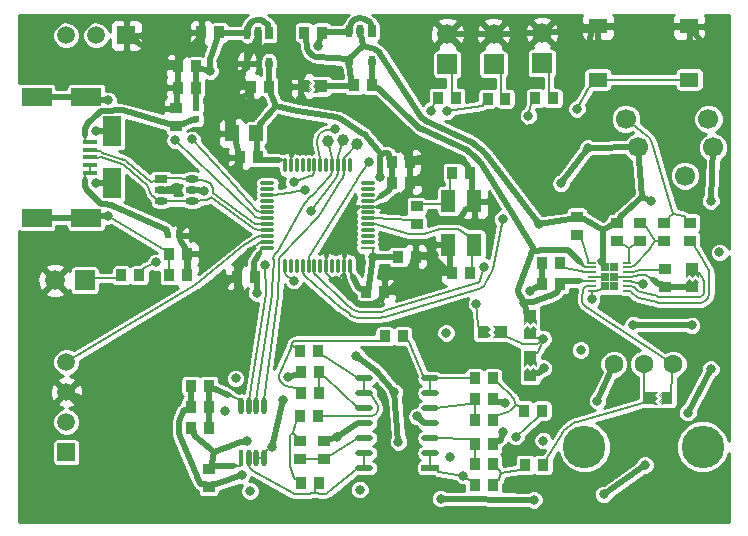
<source format=gbr>
G04 #@! TF.FileFunction,Copper,L1,Top,Signal*
%FSLAX46Y46*%
G04 Gerber Fmt 4.6, Leading zero omitted, Abs format (unit mm)*
G04 Created by KiCad (PCBNEW 4.0.0-rc1-stable) date 26.11.2015 17:24:08*
%MOMM*%
G01*
G04 APERTURE LIST*
%ADD10C,0.100000*%
%ADD11R,0.889000X1.016000*%
%ADD12R,1.016000X0.889000*%
%ADD13R,1.143000X1.397000*%
%ADD14R,0.800000X0.800000*%
%ADD15R,0.800000X0.200000*%
%ADD16O,0.800000X0.200000*%
%ADD17R,0.635000X1.100000*%
%ADD18O,0.635000X1.100000*%
%ADD19O,0.450000X1.450000*%
%ADD20R,0.450000X1.450000*%
%ADD21O,1.500000X0.510000*%
%ADD22R,1.500000X0.510000*%
%ADD23R,1.200000X0.270000*%
%ADD24O,1.200000X0.270000*%
%ADD25O,0.270000X1.200000*%
%ADD26R,1.000000X1.100000*%
%ADD27R,0.900000X1.100000*%
%ADD28R,1.100000X1.000000*%
%ADD29R,1.100000X0.900000*%
%ADD30R,0.600000X0.600000*%
%ADD31R,1.099820X0.635000*%
%ADD32O,1.099820X0.635000*%
%ADD33R,0.900000X1.000000*%
%ADD34R,1.000000X0.900000*%
%ADD35C,3.600000*%
%ADD36C,1.600000*%
%ADD37R,1.600200X1.198880*%
%ADD38R,2.500000X1.500000*%
%ADD39R,1.500000X2.500000*%
%ADD40R,1.250000X0.400000*%
%ADD41C,1.699260*%
%ADD42R,1.500000X1.500000*%
%ADD43C,1.500000*%
%ADD44R,1.198880X1.899920*%
%ADD45R,1.676400X1.676400*%
%ADD46C,1.676400*%
%ADD47C,1.000000*%
%ADD48C,0.800000*%
%ADD49C,0.500000*%
%ADD50C,0.200000*%
%ADD51C,0.254000*%
G04 APERTURE END LIST*
D10*
X130667900Y-84819700D02*
X130667900Y-85169700D01*
X130667900Y-85169700D02*
X130517900Y-85019700D01*
X130517900Y-85019700D02*
X130617900Y-84919700D01*
X130617900Y-84919700D02*
X130617900Y-85019700D01*
X130517900Y-84569700D02*
X130667900Y-84569700D01*
X130667900Y-84569700D02*
X130667900Y-84669700D01*
X130667900Y-84669700D02*
X130617900Y-84619700D01*
X130017900Y-84619700D02*
X130117900Y-84769700D01*
X130117900Y-84769700D02*
X130017900Y-84869700D01*
X130017900Y-84869700D02*
X130017900Y-84719700D01*
X130017900Y-85169700D02*
X130117900Y-85269700D01*
X130117900Y-85269700D02*
X130017900Y-85369700D01*
X130017900Y-85369700D02*
X130017900Y-85269700D01*
X130667900Y-85469700D02*
X130567900Y-85469700D01*
X130567900Y-85469700D02*
X130667900Y-85369700D01*
X130417900Y-85519700D02*
X130717900Y-85519700D01*
X130717900Y-85519700D02*
X130717900Y-84519700D01*
X130717900Y-84519700D02*
X130417900Y-84519700D01*
X129967900Y-85519700D02*
X130217900Y-85269700D01*
X130217900Y-85269700D02*
X129967900Y-85019700D01*
X129967900Y-85019700D02*
X130217900Y-84769700D01*
X130217900Y-84769700D02*
X129967900Y-84519700D01*
X129967900Y-84519700D02*
X129967900Y-85519700D01*
X130417900Y-85019700D02*
X130667900Y-84769700D01*
X130667900Y-84769700D02*
X130417900Y-84519700D01*
X130417900Y-85019700D02*
X130667900Y-85269700D01*
X130667900Y-85269700D02*
X130417900Y-85519700D01*
X162333600Y-100919200D02*
X162683600Y-100919200D01*
X162683600Y-100919200D02*
X162533600Y-101069200D01*
X162533600Y-101069200D02*
X162433600Y-100969200D01*
X162433600Y-100969200D02*
X162533600Y-100969200D01*
X162083600Y-101069200D02*
X162083600Y-100919200D01*
X162083600Y-100919200D02*
X162183600Y-100919200D01*
X162183600Y-100919200D02*
X162133600Y-100969200D01*
X162133600Y-101569200D02*
X162283600Y-101469200D01*
X162283600Y-101469200D02*
X162383600Y-101569200D01*
X162383600Y-101569200D02*
X162233600Y-101569200D01*
X162683600Y-101569200D02*
X162783600Y-101469200D01*
X162783600Y-101469200D02*
X162883600Y-101569200D01*
X162883600Y-101569200D02*
X162783600Y-101569200D01*
X162983600Y-100919200D02*
X162983600Y-101019200D01*
X162983600Y-101019200D02*
X162883600Y-100919200D01*
X163033600Y-101169200D02*
X163033600Y-100869200D01*
X163033600Y-100869200D02*
X162033600Y-100869200D01*
X162033600Y-100869200D02*
X162033600Y-101169200D01*
X163033600Y-101619200D02*
X162783600Y-101369200D01*
X162783600Y-101369200D02*
X162533600Y-101619200D01*
X162533600Y-101619200D02*
X162283600Y-101369200D01*
X162283600Y-101369200D02*
X162033600Y-101619200D01*
X162033600Y-101619200D02*
X163033600Y-101619200D01*
X162533600Y-101169200D02*
X162283600Y-100919200D01*
X162283600Y-100919200D02*
X162033600Y-101169200D01*
X162533600Y-101169200D02*
X162783600Y-100919200D01*
X162783600Y-100919200D02*
X163033600Y-101169200D01*
X148557000Y-104891800D02*
X148907000Y-104891800D01*
X148907000Y-104891800D02*
X148757000Y-105041800D01*
X148757000Y-105041800D02*
X148657000Y-104941800D01*
X148657000Y-104941800D02*
X148757000Y-104941800D01*
X148307000Y-105041800D02*
X148307000Y-104891800D01*
X148307000Y-104891800D02*
X148407000Y-104891800D01*
X148407000Y-104891800D02*
X148357000Y-104941800D01*
X148357000Y-105541800D02*
X148507000Y-105441800D01*
X148507000Y-105441800D02*
X148607000Y-105541800D01*
X148607000Y-105541800D02*
X148457000Y-105541800D01*
X148907000Y-105541800D02*
X149007000Y-105441800D01*
X149007000Y-105441800D02*
X149107000Y-105541800D01*
X149107000Y-105541800D02*
X149007000Y-105541800D01*
X149207000Y-104891800D02*
X149207000Y-104991800D01*
X149207000Y-104991800D02*
X149107000Y-104891800D01*
X149257000Y-105141800D02*
X149257000Y-104841800D01*
X149257000Y-104841800D02*
X148257000Y-104841800D01*
X148257000Y-104841800D02*
X148257000Y-105141800D01*
X149257000Y-105591800D02*
X149007000Y-105341800D01*
X149007000Y-105341800D02*
X148757000Y-105591800D01*
X148757000Y-105591800D02*
X148507000Y-105341800D01*
X148507000Y-105341800D02*
X148257000Y-105591800D01*
X148257000Y-105591800D02*
X149257000Y-105591800D01*
X148757000Y-105141800D02*
X148507000Y-104891800D01*
X148507000Y-104891800D02*
X148257000Y-105141800D01*
X148757000Y-105141800D02*
X149007000Y-104891800D01*
X149007000Y-104891800D02*
X149257000Y-105141800D01*
X148611000Y-108435900D02*
X148961000Y-108435900D01*
X148961000Y-108435900D02*
X148811000Y-108585900D01*
X148811000Y-108585900D02*
X148711000Y-108485900D01*
X148711000Y-108485900D02*
X148811000Y-108485900D01*
X148361000Y-108585900D02*
X148361000Y-108435900D01*
X148361000Y-108435900D02*
X148461000Y-108435900D01*
X148461000Y-108435900D02*
X148411000Y-108485900D01*
X148411000Y-109085900D02*
X148561000Y-108985900D01*
X148561000Y-108985900D02*
X148661000Y-109085900D01*
X148661000Y-109085900D02*
X148511000Y-109085900D01*
X148961000Y-109085900D02*
X149061000Y-108985900D01*
X149061000Y-108985900D02*
X149161000Y-109085900D01*
X149161000Y-109085900D02*
X149061000Y-109085900D01*
X149261000Y-108435900D02*
X149261000Y-108535900D01*
X149261000Y-108535900D02*
X149161000Y-108435900D01*
X149311000Y-108685900D02*
X149311000Y-108385900D01*
X149311000Y-108385900D02*
X148311000Y-108385900D01*
X148311000Y-108385900D02*
X148311000Y-108685900D01*
X149311000Y-109135900D02*
X149061000Y-108885900D01*
X149061000Y-108885900D02*
X148811000Y-109135900D01*
X148811000Y-109135900D02*
X148561000Y-108885900D01*
X148561000Y-108885900D02*
X148311000Y-109135900D01*
X148311000Y-109135900D02*
X149311000Y-109135900D01*
X148811000Y-108685900D02*
X148561000Y-108435900D01*
X148561000Y-108435900D02*
X148311000Y-108685900D01*
X148811000Y-108685900D02*
X149061000Y-108435900D01*
X149061000Y-108435900D02*
X149311000Y-108685900D01*
X145876300Y-105597600D02*
X145876300Y-105947600D01*
X145876300Y-105947600D02*
X145726300Y-105797600D01*
X145726300Y-105797600D02*
X145826300Y-105697600D01*
X145826300Y-105697600D02*
X145826300Y-105797600D01*
X145726300Y-105347600D02*
X145876300Y-105347600D01*
X145876300Y-105347600D02*
X145876300Y-105447600D01*
X145876300Y-105447600D02*
X145826300Y-105397600D01*
X145226300Y-105397600D02*
X145326300Y-105547600D01*
X145326300Y-105547600D02*
X145226300Y-105647600D01*
X145226300Y-105647600D02*
X145226300Y-105497600D01*
X145226300Y-105947600D02*
X145326300Y-106047600D01*
X145326300Y-106047600D02*
X145226300Y-106147600D01*
X145226300Y-106147600D02*
X145226300Y-106047600D01*
X145876300Y-106247600D02*
X145776300Y-106247600D01*
X145776300Y-106247600D02*
X145876300Y-106147600D01*
X145626300Y-106297600D02*
X145926300Y-106297600D01*
X145926300Y-106297600D02*
X145926300Y-105297600D01*
X145926300Y-105297600D02*
X145626300Y-105297600D01*
X145176300Y-106297600D02*
X145426300Y-106047600D01*
X145426300Y-106047600D02*
X145176300Y-105797600D01*
X145176300Y-105797600D02*
X145426300Y-105547600D01*
X145426300Y-105547600D02*
X145176300Y-105297600D01*
X145176300Y-105297600D02*
X145176300Y-106297600D01*
X145626300Y-105797600D02*
X145876300Y-105547600D01*
X145876300Y-105547600D02*
X145626300Y-105297600D01*
X145626300Y-105797600D02*
X145876300Y-106047600D01*
X145876300Y-106047600D02*
X145626300Y-106297600D01*
X159300000Y-111600000D02*
X159300000Y-111250000D01*
X159300000Y-111250000D02*
X159450000Y-111400000D01*
X159450000Y-111400000D02*
X159350000Y-111500000D01*
X159350000Y-111500000D02*
X159350000Y-111400000D01*
X159450000Y-111850000D02*
X159300000Y-111850000D01*
X159300000Y-111850000D02*
X159300000Y-111750000D01*
X159300000Y-111750000D02*
X159350000Y-111800000D01*
X159950000Y-111800000D02*
X159850000Y-111650000D01*
X159850000Y-111650000D02*
X159950000Y-111550000D01*
X159950000Y-111550000D02*
X159950000Y-111700000D01*
X159950000Y-111250000D02*
X159850000Y-111150000D01*
X159850000Y-111150000D02*
X159950000Y-111050000D01*
X159950000Y-111050000D02*
X159950000Y-111150000D01*
X159300000Y-110950000D02*
X159400000Y-110950000D01*
X159400000Y-110950000D02*
X159300000Y-111050000D01*
X159550000Y-110900000D02*
X159250000Y-110900000D01*
X159250000Y-110900000D02*
X159250000Y-111900000D01*
X159250000Y-111900000D02*
X159550000Y-111900000D01*
X160000000Y-110900000D02*
X159750000Y-111150000D01*
X159750000Y-111150000D02*
X160000000Y-111400000D01*
X160000000Y-111400000D02*
X159750000Y-111650000D01*
X159750000Y-111650000D02*
X160000000Y-111900000D01*
X160000000Y-111900000D02*
X160000000Y-110900000D01*
X159550000Y-111400000D02*
X159300000Y-111650000D01*
X159300000Y-111650000D02*
X159550000Y-111900000D01*
X159550000Y-111400000D02*
X159300000Y-111150000D01*
X159300000Y-111150000D02*
X159550000Y-110900000D01*
D11*
X118241600Y-99223100D03*
X119765600Y-99223100D03*
D12*
X118823500Y-86877800D03*
X118823500Y-88401800D03*
D11*
X120485500Y-85139800D03*
X118961500Y-85139800D03*
X120485500Y-83339800D03*
X118961500Y-83339800D03*
D12*
X160241800Y-100469400D03*
X160241800Y-101993400D03*
X162321400Y-96584800D03*
X162321400Y-98108800D03*
X152746000Y-97586200D03*
X152746000Y-96062200D03*
D11*
X151333500Y-99980800D03*
X149809500Y-99980800D03*
X122494000Y-80468200D03*
X120970000Y-80468200D03*
X131189100Y-80488000D03*
X129665100Y-80488000D03*
X151333500Y-101777200D03*
X149809500Y-101777200D03*
X126672900Y-85060800D03*
X125148900Y-85060800D03*
X135395200Y-84948100D03*
X133871200Y-84948100D03*
D13*
X125604100Y-89000300D03*
X123572100Y-89000300D03*
D11*
X125760700Y-91029700D03*
X124236700Y-91029700D03*
X125466400Y-101189400D03*
X123942400Y-101189400D03*
X134922400Y-102417200D03*
X136446400Y-102417200D03*
D12*
X121581900Y-118929700D03*
X121581900Y-117405700D03*
D11*
X137576900Y-99466600D03*
X139100900Y-99466600D03*
X137078100Y-91417000D03*
X138602100Y-91417000D03*
X137097600Y-93176600D03*
X138621600Y-93176600D03*
X120064700Y-110402100D03*
X121588700Y-110402100D03*
X120068600Y-112155800D03*
X121592600Y-112155800D03*
X142194400Y-92354500D03*
X143718400Y-92354500D03*
X143741300Y-100798800D03*
X142217300Y-100798800D03*
X144115900Y-118791200D03*
X145639900Y-118791200D03*
X144120100Y-115300700D03*
X145644100Y-115300700D03*
X144099100Y-109767000D03*
X145623100Y-109767000D03*
X144106500Y-111522000D03*
X145630500Y-111522000D03*
X130872600Y-107475100D03*
X129348600Y-107475100D03*
X130887400Y-109226100D03*
X129363400Y-109226100D03*
X130912000Y-118650000D03*
X129388000Y-118650000D03*
D12*
X131350000Y-116612000D03*
X131350000Y-115088000D03*
D14*
X155900000Y-101150000D03*
X155100000Y-101150000D03*
X155900000Y-101950000D03*
X155100000Y-101950000D03*
X155900000Y-100350000D03*
X155100000Y-100350000D03*
D15*
X154000000Y-99950000D03*
D16*
X154000000Y-100350000D03*
X154000000Y-100750000D03*
X154000000Y-101150000D03*
X154000000Y-101550000D03*
X154000000Y-101950000D03*
X154000000Y-102350000D03*
X157000000Y-102350000D03*
X157000000Y-101950000D03*
X157000000Y-101550000D03*
X157000000Y-101150000D03*
X157000000Y-100750000D03*
X157000000Y-100350000D03*
X157000000Y-99950000D03*
D17*
X126715400Y-80502500D03*
D18*
X125765400Y-80502500D03*
X124815400Y-80502500D03*
X124815400Y-83102500D03*
X126715400Y-83102500D03*
D17*
X135385900Y-80371500D03*
D18*
X134435900Y-80371500D03*
X133485900Y-80371500D03*
X133485900Y-82971500D03*
X135385900Y-82971500D03*
D19*
X124982300Y-112128600D03*
X124332300Y-112128600D03*
X125632300Y-112128600D03*
X126282300Y-112128600D03*
X124982300Y-116528600D03*
D20*
X124332300Y-116528600D03*
D19*
X125632300Y-116528600D03*
X126282300Y-116528600D03*
D21*
X134756000Y-113550000D03*
X134756000Y-114820000D03*
X134756000Y-116090000D03*
X134756000Y-117360000D03*
X134756000Y-112280000D03*
X134756000Y-111010000D03*
X134756000Y-109740000D03*
X140344000Y-113550000D03*
X140344000Y-114820000D03*
X140344000Y-116090000D03*
D22*
X140344000Y-117360000D03*
D21*
X140344000Y-112280000D03*
X140344000Y-111010000D03*
X140344000Y-109740000D03*
D23*
X135038700Y-98712700D03*
D24*
X135038700Y-98212700D03*
X135038700Y-97712700D03*
X135038700Y-97212700D03*
X135038700Y-96712700D03*
X135038700Y-96212700D03*
X135038700Y-95712700D03*
X135038700Y-95212700D03*
X135038700Y-94712700D03*
X135038700Y-94212700D03*
X135038700Y-93712700D03*
X135038700Y-93212700D03*
D25*
X133538700Y-91712700D03*
X133038700Y-91712700D03*
X132538700Y-91712700D03*
X132038700Y-91712700D03*
X131538700Y-91712700D03*
X131038700Y-91712700D03*
X130538700Y-91712700D03*
X130038700Y-91712700D03*
X129538700Y-91712700D03*
X129038700Y-91712700D03*
X128538700Y-91712700D03*
X128038700Y-91712700D03*
D24*
X126538700Y-93212700D03*
X126538700Y-93712700D03*
X126538700Y-94212700D03*
X126538700Y-94712700D03*
X126538700Y-95212700D03*
X126538700Y-95712700D03*
X126538700Y-96212700D03*
X126538700Y-96712700D03*
X126538700Y-97212700D03*
X126538700Y-97712700D03*
X126538700Y-98212700D03*
X126538700Y-98712700D03*
D25*
X128038700Y-100212700D03*
X128538700Y-100212700D03*
X129038700Y-100212700D03*
X129538700Y-100212700D03*
X130038700Y-100212700D03*
X130538700Y-100212700D03*
X131038700Y-100212700D03*
X131538700Y-100212700D03*
X132038700Y-100212700D03*
X132538700Y-100212700D03*
X133038700Y-100212700D03*
X133538700Y-100212700D03*
D26*
X131117900Y-85019700D03*
D27*
X129567900Y-85019700D03*
D28*
X162533600Y-100469200D03*
D29*
X162533600Y-102019200D03*
D28*
X148757000Y-104441800D03*
D29*
X148757000Y-105991800D03*
D28*
X148811000Y-107985900D03*
D29*
X148811000Y-109535900D03*
D26*
X146326300Y-105797600D03*
D27*
X144776300Y-105797600D03*
D26*
X158850000Y-111400000D03*
D27*
X160400000Y-111400000D03*
D30*
X120523500Y-86839800D03*
X120523500Y-87839800D03*
X119103600Y-97623100D03*
X118103600Y-97623100D03*
D31*
X117570720Y-92867140D03*
D32*
X117570720Y-93817100D03*
X117570720Y-94767060D03*
X120171680Y-94767060D03*
X120171680Y-93817100D03*
X120171680Y-92867140D03*
D33*
X118253600Y-101023100D03*
X119753600Y-101023100D03*
D34*
X160155100Y-96601000D03*
X160155100Y-98101000D03*
X158143000Y-96590500D03*
X158143000Y-98090500D03*
X156173600Y-98114000D03*
X156173600Y-96614000D03*
D35*
X163400000Y-115550000D03*
X153400000Y-115550000D03*
D36*
X160900000Y-108550000D03*
X158400000Y-108550000D03*
X155900000Y-108550000D03*
D33*
X115702900Y-101045300D03*
X114202900Y-101045300D03*
X120101300Y-113929300D03*
X121601300Y-113929300D03*
D34*
X139185000Y-95207500D03*
X139185000Y-96707500D03*
D33*
X145201000Y-86071500D03*
X146701000Y-86071500D03*
X149246000Y-86046300D03*
X150746000Y-86046300D03*
X141008900Y-86008700D03*
X142508900Y-86008700D03*
X148400000Y-117091600D03*
X149900000Y-117091600D03*
X144136400Y-117050000D03*
X145636400Y-117050000D03*
X148320800Y-112480800D03*
X149820800Y-112480800D03*
X144133000Y-113269600D03*
X145633000Y-113269600D03*
X136504700Y-106207000D03*
X138004700Y-106207000D03*
X130912000Y-111016900D03*
X129412000Y-111016900D03*
X129350000Y-112950000D03*
X130850000Y-112950000D03*
D34*
X129350000Y-116600000D03*
X129350000Y-115100000D03*
D37*
X162260800Y-79939400D03*
X162260800Y-84460600D03*
X154539200Y-79939400D03*
X154539200Y-84460600D03*
D38*
X107010800Y-85900000D03*
X107010800Y-96200000D03*
X111210800Y-85900000D03*
X111210800Y-96200000D03*
D39*
X113410800Y-88850000D03*
X113410800Y-93250000D03*
D40*
X111535800Y-89750000D03*
X111535800Y-90400000D03*
X111535800Y-91050000D03*
X111535800Y-91700000D03*
X111535800Y-92350000D03*
D41*
X164299140Y-90200000D03*
X163900360Y-87799700D03*
X161898840Y-92600300D03*
X156900120Y-87799700D03*
X157900880Y-90200000D03*
D42*
X109537800Y-116006000D03*
D43*
X109537800Y-113466000D03*
X109537800Y-110926000D03*
X109537800Y-108386000D03*
D42*
X114615900Y-80721500D03*
D43*
X112075900Y-80721500D03*
X109535900Y-80721500D03*
D44*
X141883880Y-94749680D03*
X141883880Y-98447920D03*
X144083520Y-98447920D03*
X144083520Y-94749680D03*
D45*
X111101800Y-101469500D03*
D46*
X108561800Y-101469500D03*
D45*
X145700000Y-83170000D03*
D46*
X145700000Y-80630000D03*
D45*
X149800000Y-83070000D03*
D46*
X149800000Y-80530000D03*
D45*
X141800000Y-83170000D03*
D46*
X141800000Y-80630000D03*
D47*
X134124800Y-89913500D03*
X132930400Y-89601400D03*
X131655800Y-89641900D03*
D48*
X113068300Y-86223600D03*
X113060900Y-96000200D03*
X112060700Y-93250100D03*
X112060700Y-88849900D03*
X142788400Y-96333700D03*
X140697600Y-99272900D03*
X127736100Y-84186000D03*
X124309700Y-84100700D03*
X129278500Y-86175200D03*
X128631700Y-90518500D03*
X118698000Y-93614400D03*
X120444000Y-95971700D03*
X123630800Y-92119800D03*
X117921500Y-83007600D03*
X122642100Y-82877800D03*
X143012000Y-91299600D03*
X132416800Y-101567900D03*
X125022800Y-103970600D03*
X116491600Y-83934700D03*
X122979600Y-86565000D03*
X117076100Y-90305800D03*
X133266900Y-86798800D03*
X138293600Y-81830500D03*
X153549100Y-82648800D03*
X160387800Y-83642500D03*
X164187100Y-82298100D03*
X145190700Y-88727700D03*
X150743500Y-88377000D03*
X140339300Y-90831900D03*
X136306300Y-88610800D03*
X132799200Y-96969200D03*
X122395100Y-98664200D03*
X121869000Y-103457200D03*
X130110500Y-104509300D03*
X112224700Y-98956500D03*
X106204300Y-99190300D03*
X118056800Y-105566300D03*
X107590400Y-83527200D03*
X113451900Y-83450000D03*
X113654600Y-107988500D03*
X114590800Y-112962500D03*
X117185900Y-118050900D03*
X110113000Y-118966800D03*
X121680800Y-83758600D03*
X130869700Y-81583000D03*
X121181600Y-93855300D03*
X124378600Y-117953700D03*
X126950500Y-115544600D03*
X132452700Y-114724000D03*
X146485400Y-114342500D03*
X146673200Y-111828200D03*
X149933400Y-108893300D03*
X148768200Y-102348500D03*
X153997600Y-103050100D03*
X128331900Y-109609200D03*
X127861800Y-111621900D03*
X153687700Y-90238600D03*
X151404900Y-93260000D03*
X149524900Y-96684300D03*
X159059000Y-94737100D03*
X164094700Y-94737100D03*
X164833200Y-99101400D03*
X162483300Y-105278400D03*
X157514800Y-105211300D03*
X153083400Y-107359800D03*
X164094700Y-108971200D03*
X162147600Y-112664000D03*
X158521900Y-117095400D03*
X154493400Y-111656900D03*
X155030500Y-119579600D03*
X149122000Y-120049600D03*
X149904300Y-115023300D03*
X141216100Y-119940200D03*
X142034400Y-116374700D03*
X137299900Y-110938800D03*
X134085200Y-107840900D03*
X141683700Y-105912100D03*
X123856300Y-109769800D03*
X122979600Y-112517000D03*
X125083800Y-119297200D03*
X134377400Y-119180300D03*
X137640100Y-115128100D03*
X139206000Y-112986300D03*
X124797000Y-115072500D03*
X148317200Y-103351900D03*
X136055900Y-92727500D03*
X135477400Y-99447800D03*
X125643400Y-102519500D03*
X143149100Y-117987600D03*
X147587200Y-114689000D03*
X158358000Y-101747800D03*
X149905000Y-106391600D03*
X126342100Y-100159800D03*
X130236200Y-95547800D03*
X132260800Y-88605500D03*
X141758900Y-87141300D03*
X128771400Y-93153200D03*
X117112600Y-99931500D03*
X129702900Y-93769000D03*
X144257200Y-103453000D03*
X120162600Y-89523500D03*
X118751700Y-89619200D03*
X128788800Y-101474500D03*
X146481400Y-96275000D03*
X148658900Y-87530400D03*
X135133400Y-91405500D03*
X140392600Y-87085300D03*
X144885700Y-100306600D03*
X152766100Y-86942100D03*
D49*
X112460800Y-96000200D02*
X113060900Y-96000200D01*
X112210800Y-96000200D02*
X112460800Y-96000200D01*
X111210800Y-96200000D02*
X112210800Y-96000200D01*
X112910800Y-88849900D02*
X113410800Y-88850000D01*
X112660800Y-88849900D02*
X112910800Y-88849900D01*
X112060700Y-88849900D02*
X112660800Y-88849900D01*
X112910800Y-93250100D02*
X113410800Y-93250000D01*
X112660800Y-93250100D02*
X112910800Y-93250100D01*
X112060700Y-93250100D02*
X112660800Y-93250100D01*
X112460800Y-86223600D02*
X113068300Y-86223600D01*
X112210800Y-86223600D02*
X112460800Y-86223600D01*
X111210800Y-85900000D02*
X112210800Y-86223600D01*
X110210800Y-96200000D02*
X111210800Y-96200000D01*
X109960800Y-96200000D02*
X110210800Y-96200000D01*
X108260800Y-96200000D02*
X109960800Y-96200000D01*
X108010800Y-96200000D02*
X108260800Y-96200000D01*
X107010800Y-96200000D02*
X108010800Y-96200000D01*
X110210800Y-85900000D02*
X111210800Y-85900000D01*
X109960800Y-85900000D02*
X110210800Y-85900000D01*
X108260800Y-85900000D02*
X109960800Y-85900000D01*
X108010800Y-85900000D02*
X108260800Y-85900000D01*
X107010800Y-85900000D02*
X108010800Y-85900000D01*
D50*
X118247600Y-100623100D02*
X118253600Y-101023100D01*
X118247600Y-100523100D02*
X118247600Y-100623100D01*
X118247600Y-99731100D02*
X118247600Y-100523100D01*
X118247600Y-99631100D02*
X118247600Y-99731100D01*
X118241600Y-99223100D02*
X118247600Y-99631100D01*
X117897100Y-98815100D02*
X118241600Y-99223100D01*
X117797100Y-98815100D02*
X117897100Y-98815100D01*
X117783600Y-98815100D02*
X117797100Y-98815100D01*
X117757400Y-98807800D02*
X117783600Y-98815100D01*
X117745800Y-98800900D02*
X117757400Y-98807800D01*
X113060900Y-96000200D02*
X117745800Y-98800900D01*
D49*
X110113000Y-118966800D02*
X117185900Y-118050900D01*
X114590800Y-112962500D02*
X117185900Y-118050900D01*
X114590800Y-112962500D02*
X125022800Y-103970600D01*
X113451900Y-83450000D02*
X116491600Y-83934700D01*
X107590400Y-83527200D02*
X113451900Y-83450000D01*
X123747900Y-101447400D02*
X123942400Y-101189400D01*
X123497900Y-101447400D02*
X123747900Y-101447400D01*
X123333100Y-101500300D02*
X123297700Y-101547600D01*
X123438800Y-101447400D02*
X123333100Y-101500300D01*
X123497900Y-101447400D02*
X123438800Y-101447400D01*
X121869000Y-103457200D02*
X123297700Y-101547600D01*
X118056800Y-105566300D02*
X113654600Y-107988500D01*
X122395100Y-98664200D02*
X120444000Y-95971700D01*
D50*
X134573700Y-95212700D02*
X135038700Y-95212700D01*
X134270200Y-95301000D02*
X134198700Y-95382000D01*
X134466500Y-95212600D02*
X134270200Y-95301000D01*
X134573700Y-95212700D02*
X134466500Y-95212600D01*
X132799200Y-96969200D02*
X134198700Y-95382000D01*
D49*
X162868000Y-80697800D02*
X164187100Y-82298100D01*
X162840300Y-80664100D02*
X162868000Y-80697800D01*
X162810900Y-80582400D02*
X162840300Y-80664100D01*
X162810900Y-80538800D02*
X162810900Y-80582400D01*
X162810900Y-80288800D02*
X162810900Y-80538800D01*
X162260800Y-79939400D02*
X162810900Y-80288800D01*
X153989100Y-80288800D02*
X154539200Y-79939400D01*
X153989100Y-80538800D02*
X153989100Y-80288800D01*
X153989100Y-80552000D02*
X153989100Y-80538800D01*
X153986400Y-80577600D02*
X153989100Y-80552000D01*
X153983700Y-80590400D02*
X153986400Y-80577600D01*
X153549100Y-82648800D02*
X153983700Y-80590400D01*
X145190700Y-88727700D02*
X150743500Y-88377000D01*
X139109400Y-91151000D02*
X140339300Y-90831900D01*
X139094000Y-91155000D02*
X139109400Y-91151000D01*
X139062300Y-91159000D02*
X139094000Y-91155000D01*
X139046600Y-91159000D02*
X139062300Y-91159000D01*
X138796600Y-91159000D02*
X139046600Y-91159000D01*
X138602100Y-91417000D02*
X138796600Y-91159000D01*
X138407600Y-91159000D02*
X138602100Y-91417000D01*
X138407600Y-90909000D02*
X138407600Y-91159000D01*
X138371600Y-90771100D02*
X138338300Y-90736200D01*
X138407600Y-90860900D02*
X138371600Y-90771100D01*
X138407600Y-90909000D02*
X138407600Y-90860900D01*
X136306300Y-88610800D02*
X138338300Y-90736200D01*
X133266900Y-86798800D02*
X136306300Y-88610800D01*
X124954400Y-85318800D02*
X125148900Y-85060800D01*
X124954400Y-85568800D02*
X124954400Y-85318800D01*
X124954400Y-85644300D02*
X124954400Y-85568800D01*
X124870900Y-85770000D02*
X124954400Y-85644300D01*
X124801300Y-85799300D02*
X124870900Y-85770000D01*
X122979600Y-86565000D02*
X124801300Y-85799300D01*
X106204300Y-99190300D02*
X108561800Y-101469500D01*
X124136900Y-101447400D02*
X123942400Y-101189400D01*
X124136900Y-101697400D02*
X124136900Y-101447400D01*
X124145900Y-101767900D02*
X124154600Y-101789900D01*
X124136900Y-101721000D02*
X124145900Y-101767900D01*
X124136900Y-101697400D02*
X124136900Y-101721000D01*
X125022800Y-103970600D02*
X124154600Y-101789900D01*
X143434800Y-91655200D02*
X143012000Y-91299600D01*
X143477300Y-91691000D02*
X143434800Y-91655200D01*
X143523900Y-91791100D02*
X143477300Y-91691000D01*
X143523900Y-91846500D02*
X143523900Y-91791100D01*
X143523900Y-92096500D02*
X143523900Y-91846500D01*
X143718400Y-92354500D02*
X143523900Y-92096500D01*
X145700000Y-80630000D02*
X141800000Y-80630000D01*
X149800000Y-80530000D02*
X145700000Y-80630000D01*
X153723800Y-80289300D02*
X149800000Y-80530000D01*
X153739100Y-80288800D02*
X153723800Y-80289300D01*
X153989100Y-80288800D02*
X153739100Y-80288800D01*
X154539200Y-79939400D02*
X153989100Y-80288800D01*
X122642100Y-82877800D02*
X124309700Y-84100700D01*
X115115900Y-81221500D02*
X114615900Y-80721500D01*
X115365900Y-81221500D02*
X115115900Y-81221500D01*
X115405100Y-81221500D02*
X115365900Y-81221500D01*
X115480100Y-81245700D02*
X115405100Y-81221500D01*
X115512200Y-81268800D02*
X115480100Y-81245700D01*
X117921500Y-83007600D02*
X115512200Y-81268800D01*
X118767000Y-83081800D02*
X118961500Y-83339800D01*
X118517000Y-83081800D02*
X118767000Y-83081800D01*
X118509200Y-83081800D02*
X118517000Y-83081800D01*
X118493100Y-83080800D02*
X118509200Y-83081800D01*
X118485300Y-83079800D02*
X118493100Y-83080800D01*
X117921500Y-83007600D02*
X118485300Y-83079800D01*
X120775500Y-80726200D02*
X120970000Y-80468200D01*
X120775500Y-80976200D02*
X120775500Y-80726200D01*
X120775500Y-81025400D02*
X120775500Y-80976200D01*
X120738300Y-81116200D02*
X120775500Y-81025400D01*
X120704000Y-81151200D02*
X120738300Y-81116200D01*
X119227500Y-82656800D02*
X120704000Y-81151200D01*
X119156000Y-82782600D02*
X119156000Y-82831800D01*
X119193200Y-82691800D02*
X119156000Y-82782600D01*
X119227500Y-82656800D02*
X119193200Y-82691800D01*
X119156000Y-83081800D02*
X119156000Y-82831800D01*
X118961500Y-83339800D02*
X119156000Y-83081800D01*
X118892500Y-86683300D02*
X118823500Y-86877800D01*
X118892500Y-86433300D02*
X118892500Y-86683300D01*
X118892500Y-85647800D02*
X118892500Y-86433300D01*
X118892500Y-85397800D02*
X118892500Y-85647800D01*
X118961500Y-85139800D02*
X118892500Y-85397800D01*
X118961500Y-84881800D02*
X118961500Y-85139800D01*
X118961500Y-84631800D02*
X118961500Y-84881800D01*
X118961500Y-83847800D02*
X118961500Y-84631800D01*
X118961500Y-83597800D02*
X118961500Y-83847800D01*
X118961500Y-83339800D02*
X118961500Y-83597800D01*
X124042200Y-91287700D02*
X124236700Y-91029700D01*
X124042200Y-91537700D02*
X124042200Y-91287700D01*
X124042300Y-91581500D02*
X124042200Y-91537700D01*
X124012200Y-91664400D02*
X124042300Y-91581500D01*
X123983900Y-91698200D02*
X124012200Y-91664400D01*
X123630800Y-92119800D02*
X123983900Y-91698200D01*
X119053600Y-97573100D02*
X119103600Y-97623100D01*
X119053600Y-97323100D02*
X119053600Y-97573100D01*
X119146500Y-97168600D02*
X119053600Y-97323100D01*
X119157900Y-97149600D02*
X119146500Y-97168600D01*
X119185500Y-97115900D02*
X119157900Y-97149600D01*
X119201800Y-97101100D02*
X119185500Y-97115900D01*
X120444000Y-95971700D02*
X119201800Y-97101100D01*
X118246000Y-93720200D02*
X118698000Y-93614400D01*
X118238100Y-93722000D02*
X118246000Y-93720200D01*
X117803100Y-93817100D02*
X118238100Y-93722000D01*
X117570700Y-93817100D02*
X117803100Y-93817100D01*
X123247500Y-88262800D02*
X122979600Y-86565000D01*
X123249100Y-88272600D02*
X123247500Y-88262800D01*
X123250600Y-88292200D02*
X123249100Y-88272600D01*
X123250600Y-88301800D02*
X123250600Y-88292200D01*
X123250600Y-88551800D02*
X123250600Y-88301800D01*
X123572100Y-89000300D02*
X123250600Y-88551800D01*
X124042200Y-90771700D02*
X124236700Y-91029700D01*
X124042200Y-90521700D02*
X124042200Y-90771700D01*
X124040000Y-90486400D02*
X124037700Y-90474600D01*
X124042200Y-90509900D02*
X124040000Y-90486400D01*
X124042200Y-90521700D02*
X124042200Y-90509900D01*
X123898100Y-89745900D02*
X124037700Y-90474600D01*
X123895800Y-89734100D02*
X123898100Y-89745900D01*
X123893600Y-89710600D02*
X123895800Y-89734100D01*
X123893600Y-89698800D02*
X123893600Y-89710600D01*
X123893600Y-89448800D02*
X123893600Y-89698800D01*
X123572100Y-89000300D02*
X123893600Y-89448800D01*
X142643600Y-91296400D02*
X143012000Y-91299600D01*
X142638900Y-91296400D02*
X142643600Y-91296400D01*
X141749900Y-91296400D02*
X142638900Y-91296400D01*
X141513100Y-91343400D02*
X141445500Y-91388300D01*
X141668700Y-91296400D02*
X141513100Y-91343400D01*
X141749900Y-91296400D02*
X141668700Y-91296400D01*
X139204400Y-92876800D02*
X141445500Y-91388300D01*
X139173700Y-92897300D02*
X139204400Y-92876800D01*
X139103000Y-92918600D02*
X139173700Y-92897300D01*
X139066100Y-92918600D02*
X139103000Y-92918600D01*
X138816100Y-92918600D02*
X139066100Y-92918600D01*
X138621600Y-93176600D02*
X138816100Y-92918600D01*
D50*
X132912500Y-101009700D02*
X132416800Y-101567900D01*
X133038600Y-100769600D02*
X133038700Y-100677700D01*
X132973400Y-100941100D02*
X133038600Y-100769600D01*
X132912500Y-101009700D02*
X132973400Y-100941100D01*
X133038700Y-100212700D02*
X133038700Y-100677700D01*
D49*
X133448700Y-102783100D02*
X132416800Y-101567900D01*
X133591600Y-102930000D02*
X133645800Y-102972500D01*
X133493000Y-102835200D02*
X133591600Y-102930000D01*
X133448700Y-102783100D02*
X133493000Y-102835200D01*
X134138900Y-103358400D02*
X133645800Y-102972500D01*
X134385400Y-103475200D02*
X134477900Y-103475300D01*
X134211400Y-103415100D02*
X134385400Y-103475200D01*
X134138900Y-103358400D02*
X134211400Y-103415100D01*
X135366900Y-103475300D02*
X134477900Y-103475300D01*
X135567300Y-103442000D02*
X135626900Y-103410000D01*
X135435400Y-103475200D02*
X135567300Y-103442000D01*
X135366900Y-103475300D02*
X135435400Y-103475200D01*
X136120000Y-103145500D02*
X135626900Y-103410000D01*
X136251900Y-102994100D02*
X136251900Y-102925200D01*
X136181100Y-103112700D02*
X136251900Y-102994100D01*
X136120000Y-103145500D02*
X136181100Y-103112700D01*
X136251900Y-102675200D02*
X136251900Y-102925200D01*
X136446400Y-102417200D02*
X136251900Y-102675200D01*
X138906400Y-99724600D02*
X139100900Y-99466600D01*
X138906400Y-99974600D02*
X138906400Y-99724600D01*
X138906400Y-100021300D02*
X138906400Y-99974600D01*
X138872600Y-100108500D02*
X138906400Y-100021300D01*
X138841100Y-100143100D02*
X138872600Y-100108500D01*
X137075600Y-102077700D02*
X138841100Y-100143100D01*
X137040000Y-102116700D02*
X137075600Y-102077700D01*
X136943600Y-102159200D02*
X137040000Y-102116700D01*
X136890900Y-102159200D02*
X136943600Y-102159200D01*
X136640900Y-102159200D02*
X136890900Y-102159200D01*
X136446400Y-102417200D02*
X136640900Y-102159200D01*
X109537800Y-110926000D02*
X114590800Y-112962500D01*
X113654600Y-107988500D02*
X109537800Y-110926000D01*
X161710700Y-79939400D02*
X162260800Y-79939400D01*
X161460700Y-79939400D02*
X161710700Y-79939400D01*
X155339300Y-79939400D02*
X161460700Y-79939400D01*
X155089300Y-79939400D02*
X155339300Y-79939400D01*
X154539200Y-79939400D02*
X155089300Y-79939400D01*
D50*
X131538700Y-100677700D02*
X131538700Y-100212700D01*
X131648200Y-101012400D02*
X131745800Y-101082900D01*
X131538600Y-100797800D02*
X131648200Y-101012400D01*
X131538700Y-100677700D02*
X131538600Y-100797800D01*
X132416800Y-101567900D02*
X131745800Y-101082900D01*
X125762400Y-98356600D02*
X125108200Y-98928500D01*
X125797000Y-98326300D02*
X125762400Y-98356600D01*
X125876500Y-98280300D02*
X125797000Y-98326300D01*
X125920400Y-98265200D02*
X125876500Y-98280300D01*
X126073700Y-98212700D02*
X125920400Y-98265200D01*
X126538700Y-98212700D02*
X126073700Y-98212700D01*
D49*
X124136900Y-100931400D02*
X123942400Y-101189400D01*
X124136900Y-100681400D02*
X124136900Y-100931400D01*
X124136900Y-100648700D02*
X124136900Y-100681400D01*
X124153900Y-100585100D02*
X124136900Y-100648700D01*
X124170300Y-100556600D02*
X124153900Y-100585100D01*
X125108200Y-98928500D02*
X124170300Y-100556600D01*
D50*
X128538700Y-91247700D02*
X128538700Y-91712700D01*
X128538700Y-91231000D02*
X128538700Y-91247700D01*
X128540900Y-91197900D02*
X128538700Y-91231000D01*
X128543100Y-91181500D02*
X128540900Y-91197900D01*
X128631700Y-90518500D02*
X128543100Y-91181500D01*
D49*
X129365000Y-85607400D02*
X129278500Y-86175200D01*
X129367900Y-85579200D02*
X129367900Y-85569700D01*
X129366400Y-85597900D02*
X129367900Y-85579200D01*
X129365000Y-85607400D02*
X129366400Y-85597900D01*
X129367900Y-85319700D02*
X129367900Y-85569700D01*
X129567900Y-85019700D02*
X129367900Y-85319700D01*
X124815400Y-83335000D02*
X124815400Y-83102500D01*
X124309700Y-84100700D02*
X124815400Y-83335000D01*
X124954400Y-84802800D02*
X125148900Y-85060800D01*
X124704400Y-84802800D02*
X124954400Y-84802800D01*
X124621200Y-84802800D02*
X124704400Y-84802800D01*
X124488300Y-84703500D02*
X124621200Y-84802800D01*
X124464700Y-84623800D02*
X124488300Y-84703500D01*
X124309700Y-84100700D02*
X124464700Y-84623800D01*
X129124000Y-84219800D02*
X127736100Y-84186000D01*
X129225500Y-84222200D02*
X129124000Y-84219800D01*
X129367800Y-84367700D02*
X129225500Y-84222200D01*
X129367900Y-84469700D02*
X129367800Y-84367700D01*
X129367900Y-84719700D02*
X129367900Y-84469700D01*
X129567900Y-85019700D02*
X129367900Y-84719700D01*
D50*
X135535200Y-95211700D02*
X136209300Y-95169200D01*
X135503700Y-95212700D02*
X135535200Y-95211700D01*
X135038700Y-95212700D02*
X135503700Y-95212700D01*
D49*
X138611800Y-91675000D02*
X138602100Y-91417000D01*
X138611800Y-91925000D02*
X138611800Y-91675000D01*
X138611800Y-92668600D02*
X138611800Y-91925000D01*
X138611800Y-92918600D02*
X138611800Y-92668600D01*
X138621600Y-93176600D02*
X138611800Y-92918600D01*
X138427100Y-93434600D02*
X138621600Y-93176600D01*
X138427100Y-93684600D02*
X138427100Y-93434600D01*
X138427100Y-93733100D02*
X138427100Y-93684600D01*
X138390900Y-93822900D02*
X138427100Y-93733100D01*
X138357600Y-93857600D02*
X138390900Y-93822900D01*
X137627800Y-94618900D02*
X138357600Y-93857600D01*
X137491300Y-94761400D02*
X137627800Y-94618900D01*
X137146600Y-94956900D02*
X137491300Y-94761400D01*
X136952200Y-95001200D02*
X137146600Y-94956900D01*
X136350700Y-95137900D02*
X136952200Y-95001200D01*
X136346200Y-95138900D02*
X136350700Y-95137900D01*
X136209300Y-95169200D02*
X136346200Y-95138900D01*
X139545400Y-99272900D02*
X140697600Y-99272900D01*
X139295400Y-99272900D02*
X139545400Y-99272900D01*
X139100900Y-99466600D02*
X139295400Y-99272900D01*
X142022800Y-100540800D02*
X142217300Y-100798800D01*
X141772800Y-100540800D02*
X142022800Y-100540800D01*
X141723900Y-100540800D02*
X141772800Y-100540800D01*
X141633400Y-100504000D02*
X141723900Y-100540800D01*
X141598600Y-100470100D02*
X141633400Y-100504000D01*
X140901200Y-99792400D02*
X141598600Y-100470100D01*
X140841500Y-99734400D02*
X140901200Y-99792400D01*
X140762200Y-99589300D02*
X140841500Y-99734400D01*
X140745500Y-99507800D02*
X140762200Y-99589300D01*
X140697600Y-99272900D02*
X140745500Y-99507800D01*
X143272700Y-95566300D02*
X142788400Y-96333700D01*
X143307100Y-95511800D02*
X143272700Y-95566300D01*
X143419900Y-95449700D02*
X143307100Y-95511800D01*
X143484100Y-95449700D02*
X143419900Y-95449700D01*
X143734100Y-95449700D02*
X143484100Y-95449700D01*
X144083500Y-94749700D02*
X143734100Y-95449700D01*
X143900900Y-94049700D02*
X144083500Y-94749700D01*
X143900900Y-93799700D02*
X143900900Y-94049700D01*
X143900900Y-92862500D02*
X143900900Y-93799700D01*
X143900900Y-92612500D02*
X143900900Y-92862500D01*
X143718400Y-92354500D02*
X143900900Y-92612500D01*
X142050600Y-100540800D02*
X142217300Y-100798800D01*
X142050600Y-100290800D02*
X142050600Y-100540800D01*
X142050600Y-99397900D02*
X142050600Y-100290800D01*
X142050600Y-99147900D02*
X142050600Y-99397900D01*
X141883900Y-98447900D02*
X142050600Y-99147900D01*
X125765400Y-80735000D02*
X125765400Y-80502500D01*
X124815400Y-82870000D02*
X125765400Y-80735000D01*
X124815400Y-83102500D02*
X124815400Y-82870000D01*
X119759600Y-100773100D02*
X119753600Y-101023100D01*
X119759600Y-100523100D02*
X119759600Y-100773100D01*
X119759600Y-99731100D02*
X119759600Y-100523100D01*
X119759600Y-99481100D02*
X119759600Y-99731100D01*
X119765600Y-99223100D02*
X119759600Y-99481100D01*
X119571100Y-98965100D02*
X119765600Y-99223100D01*
X119571100Y-98715100D02*
X119571100Y-98965100D01*
X119550600Y-98609500D02*
X119530900Y-98579100D01*
X119571100Y-98679100D02*
X119550600Y-98609500D01*
X119571100Y-98715100D02*
X119571100Y-98679100D01*
X119193800Y-98059100D02*
X119530900Y-98579100D01*
X119174100Y-98028700D02*
X119193800Y-98059100D01*
X119153600Y-97959100D02*
X119174100Y-98028700D01*
X119153600Y-97923100D02*
X119153600Y-97959100D01*
X119153600Y-97673100D02*
X119153600Y-97923100D01*
X119103600Y-97623100D02*
X119153600Y-97673100D01*
D50*
X125379200Y-98691600D02*
X125244900Y-98990000D01*
X125379200Y-98691600D02*
X125065500Y-98784800D01*
X135850000Y-95191900D02*
X136138300Y-95037000D01*
X135850000Y-95191900D02*
X136155500Y-95309200D01*
D49*
X118565500Y-88207300D02*
X118823500Y-88401800D01*
X118315500Y-88207300D02*
X118565500Y-88207300D01*
X118298100Y-88207300D02*
X118315500Y-88207300D01*
X118263500Y-88202400D02*
X118298100Y-88207300D01*
X118246700Y-88197600D02*
X118263500Y-88202400D01*
X114312200Y-87071100D02*
X118246700Y-88197600D01*
X114199000Y-87049800D02*
X114160800Y-87049900D01*
X114275200Y-87060500D02*
X114199000Y-87049800D01*
X114312200Y-87071100D02*
X114275200Y-87060500D01*
X113910800Y-87049900D02*
X114160800Y-87049900D01*
X113878200Y-87050800D02*
X113867600Y-87051600D01*
X113900200Y-87049900D02*
X113878200Y-87050800D01*
X113910800Y-87049900D02*
X113900200Y-87049900D01*
X113138000Y-87109100D02*
X113867600Y-87051600D01*
X113113000Y-87111000D02*
X113138000Y-87109100D01*
X113063400Y-87112100D02*
X113113000Y-87111000D01*
X113038600Y-87111300D02*
X113063400Y-87112100D01*
X112927300Y-87107600D02*
X113038600Y-87111300D01*
X112927300Y-87107600D02*
X112896400Y-87107500D01*
X112646600Y-87114800D02*
X112896400Y-87107500D01*
X112384700Y-87190200D02*
X112318900Y-87255400D01*
X112554100Y-87117500D02*
X112384700Y-87190200D01*
X112646600Y-87114800D02*
X112554100Y-87117500D01*
X111391600Y-88175400D02*
X112318900Y-87255400D01*
X120473500Y-87889800D02*
X120523500Y-87839800D01*
X120223500Y-87889800D02*
X120473500Y-87889800D01*
X120153000Y-87898800D02*
X120130900Y-87907600D01*
X120199900Y-87889800D02*
X120153000Y-87898800D01*
X120223500Y-87889800D02*
X120199900Y-87889800D01*
X119424100Y-88189500D02*
X120130900Y-87907600D01*
X119402000Y-88198300D02*
X119424100Y-88189500D01*
X119355100Y-88207300D02*
X119402000Y-88198300D01*
X119331500Y-88207300D02*
X119355100Y-88207300D01*
X119081500Y-88207300D02*
X119331500Y-88207300D01*
X118823500Y-88401800D02*
X119081500Y-88207300D01*
D50*
X111110600Y-89550000D02*
X111110600Y-89099900D01*
D49*
X111110700Y-88659500D02*
X111110600Y-88849900D01*
X111256800Y-88309100D02*
X111110700Y-88659500D01*
X111391600Y-88175400D02*
X111256800Y-88309100D01*
X111110600Y-89099900D02*
X111110600Y-88849900D01*
D50*
X111110600Y-89459900D02*
X110974200Y-89162400D01*
X111110600Y-89459900D02*
X111247000Y-89162400D01*
D49*
X120404100Y-93817100D02*
X121181600Y-93855300D01*
X120171700Y-93817100D02*
X120404100Y-93817100D01*
X135318400Y-80071500D02*
X135385900Y-80371500D01*
X135318400Y-79821500D02*
X135318400Y-80071500D01*
X135260200Y-79649500D02*
X135208600Y-79614500D01*
X135318400Y-79759200D02*
X135260200Y-79649500D01*
X135318400Y-79821500D02*
X135318400Y-79759200D01*
X134922500Y-79420700D02*
X135208600Y-79614500D01*
X133721700Y-79610200D02*
X133643600Y-79785600D01*
X134013400Y-79357100D02*
X133721700Y-79610200D01*
X134383400Y-79251900D02*
X134013400Y-79357100D01*
X134763300Y-79312800D02*
X134383400Y-79251900D01*
X134922500Y-79420700D02*
X134763300Y-79312800D01*
X133485900Y-80139000D02*
X133643600Y-79785600D01*
X133485900Y-80371500D02*
X133485900Y-80139000D01*
X133485900Y-80429700D02*
X133485900Y-80371500D01*
X131633600Y-80429700D02*
X133485900Y-80429700D01*
X131383600Y-80429700D02*
X131633600Y-80429700D01*
X131189100Y-80488000D02*
X131383600Y-80429700D01*
X130994600Y-80746000D02*
X131189100Y-80488000D01*
X130994600Y-80996000D02*
X130994600Y-80746000D01*
X130994600Y-81009900D02*
X130994600Y-80996000D01*
X130991600Y-81037300D02*
X130994600Y-81009900D01*
X130988600Y-81050500D02*
X130991600Y-81037300D01*
X130869700Y-81583000D02*
X130988600Y-81050500D01*
X122299500Y-80726200D02*
X122494000Y-80468200D01*
X122299500Y-80976200D02*
X122299500Y-80726200D01*
X122299500Y-80997800D02*
X122299500Y-80976200D01*
X122292000Y-81040400D02*
X122299500Y-80997800D01*
X122284800Y-81060600D02*
X122292000Y-81040400D01*
X121747800Y-82556900D02*
X122284800Y-81060600D01*
X121693000Y-82787400D02*
X121692100Y-82865800D01*
X121720900Y-82632000D02*
X121693000Y-82787400D01*
X121747800Y-82556900D02*
X121720900Y-82632000D01*
X121680800Y-83758600D02*
X121692100Y-82865800D01*
X126647900Y-80202500D02*
X126715400Y-80502500D01*
X126647900Y-79952500D02*
X126647900Y-80202500D01*
X126589700Y-79780500D02*
X126538100Y-79745500D01*
X126647900Y-79890200D02*
X126589700Y-79780500D01*
X126647900Y-79952500D02*
X126647900Y-79890200D01*
X126252000Y-79551700D02*
X126538100Y-79745500D01*
X125051200Y-79741200D02*
X124973100Y-79916600D01*
X125342900Y-79488100D02*
X125051200Y-79741200D01*
X125712900Y-79382900D02*
X125342900Y-79488100D01*
X126092800Y-79443800D02*
X125712900Y-79382900D01*
X126252000Y-79551700D02*
X126092800Y-79443800D01*
X124815400Y-80270000D02*
X124973100Y-79916600D01*
X124815400Y-80502500D02*
X124815400Y-80270000D01*
X124815400Y-80485300D02*
X124815400Y-80502500D01*
X122938500Y-80485300D02*
X124815400Y-80485300D01*
X122688500Y-80485300D02*
X122938500Y-80485300D01*
X122494000Y-80468200D02*
X122688500Y-80485300D01*
X120984300Y-83603800D02*
X121680800Y-83758600D01*
X120943700Y-83597800D02*
X120930000Y-83597800D01*
X120971100Y-83600900D02*
X120943700Y-83597800D01*
X120984300Y-83603800D02*
X120971100Y-83600900D01*
X120680000Y-83597800D02*
X120930000Y-83597800D01*
X120485500Y-83339800D02*
X120680000Y-83597800D01*
X120485500Y-83597800D02*
X120485500Y-83339800D01*
X120485500Y-83847800D02*
X120485500Y-83597800D01*
X120485500Y-84631800D02*
X120485500Y-83847800D01*
X120485500Y-84881800D02*
X120485500Y-84631800D01*
X120485500Y-85139800D02*
X120485500Y-84881800D01*
X120504500Y-85397800D02*
X120485500Y-85139800D01*
X120504500Y-85647800D02*
X120504500Y-85397800D01*
X120504500Y-86539800D02*
X120504500Y-85647800D01*
X120504500Y-86789800D02*
X120504500Y-86539800D01*
X120523500Y-86839800D02*
X120504500Y-86789800D01*
D50*
X159833800Y-100554800D02*
X160241800Y-100469400D01*
X159733800Y-100554800D02*
X159833800Y-100554800D01*
X158358000Y-100554800D02*
X159733800Y-100554800D01*
X158150500Y-100570900D02*
X158083500Y-100586800D01*
X158289200Y-100554800D02*
X158150500Y-100570900D01*
X158358000Y-100554800D02*
X158289200Y-100554800D01*
X157484100Y-100728500D02*
X158083500Y-100586800D01*
X157439200Y-100739200D02*
X157484100Y-100728500D01*
X157346100Y-100750000D02*
X157439200Y-100739200D01*
X157300000Y-100750000D02*
X157346100Y-100750000D01*
X157000000Y-100750000D02*
X157300000Y-100750000D01*
D49*
X152198800Y-96259800D02*
X149524900Y-96684300D01*
X152208400Y-96258300D02*
X152198800Y-96259800D01*
X152228000Y-96256700D02*
X152208400Y-96258300D01*
X152238000Y-96256700D02*
X152228000Y-96256700D01*
X152488000Y-96256700D02*
X152238000Y-96256700D01*
X152746000Y-96062200D02*
X152488000Y-96256700D01*
X137299900Y-110938800D02*
X137640100Y-115128100D01*
X135738600Y-109099400D02*
X134085200Y-107840900D01*
X135774300Y-109126400D02*
X135738600Y-109099400D01*
X135840400Y-109189600D02*
X135774300Y-109126400D01*
X135869200Y-109224200D02*
X135840400Y-109189600D01*
X137299900Y-110938800D02*
X135869200Y-109224200D01*
X149122000Y-120049600D02*
X141216100Y-119940200D01*
X158521900Y-117095400D02*
X155030500Y-119579600D01*
X154493400Y-111656900D02*
X155900000Y-108550000D01*
X164094700Y-108971200D02*
X162147600Y-112664000D01*
X157514800Y-105211300D02*
X162483300Y-105278400D01*
X164299100Y-90200000D02*
X164094700Y-94737100D01*
X158265000Y-94433500D02*
X157900900Y-90200000D01*
X153687700Y-90238600D02*
X157900900Y-90200000D01*
X153687700Y-90238600D02*
X151404900Y-93260000D01*
X145238900Y-91030800D02*
X149524900Y-96684300D01*
X145161000Y-90936200D02*
X145133400Y-90907800D01*
X145214700Y-90998900D02*
X145161000Y-90936200D01*
X145238900Y-91030800D02*
X145214700Y-90998900D01*
X144703700Y-90463500D02*
X145133400Y-90907800D01*
X144614300Y-90376100D02*
X144584100Y-90349800D01*
X144674700Y-90433600D02*
X144614300Y-90376100D01*
X144703700Y-90463500D02*
X144674700Y-90433600D01*
X144164800Y-89982700D02*
X144584100Y-90349800D01*
X143867900Y-89768100D02*
X143756300Y-89715500D01*
X144072700Y-89902100D02*
X143867900Y-89768100D01*
X144164800Y-89982700D02*
X144072700Y-89902100D01*
X139988600Y-87945200D02*
X143756300Y-89715500D01*
X139869100Y-87889100D02*
X139988600Y-87945200D01*
X139668900Y-87715000D02*
X139869100Y-87889100D01*
X139596900Y-87604500D02*
X139668900Y-87715000D01*
X136112500Y-82264900D02*
X139596900Y-87604500D01*
X135782800Y-81952400D02*
X135635700Y-81908100D01*
X136029000Y-82136700D02*
X135782800Y-81952400D01*
X136112500Y-82264900D02*
X136029000Y-82136700D01*
X134675300Y-81619400D02*
X135635700Y-81908100D01*
X134435900Y-80604000D02*
X134435900Y-80371500D01*
X134531000Y-81039000D02*
X134435900Y-80604000D01*
X134531000Y-81039000D02*
X134534600Y-81054400D01*
X134675300Y-81619400D02*
X134534600Y-81054400D01*
X133485900Y-82739000D02*
X133485900Y-82971500D01*
X130796200Y-82530300D02*
X133485900Y-82739000D01*
X130628500Y-82517100D02*
X130796200Y-82530300D01*
X130323500Y-82378300D02*
X130628500Y-82517100D01*
X130084500Y-82143500D02*
X130323500Y-82378300D01*
X129940100Y-81841200D02*
X130084500Y-82143500D01*
X129924000Y-81674400D02*
X129940100Y-81841200D01*
X129860800Y-81020100D02*
X129924000Y-81674400D01*
X129860200Y-81013900D02*
X129860800Y-81020100D01*
X129859600Y-81002100D02*
X129860200Y-81013900D01*
X129859600Y-80996000D02*
X129859600Y-81002100D01*
X129859600Y-80746000D02*
X129859600Y-80996000D01*
X129665100Y-80488000D02*
X129859600Y-80746000D01*
X127861800Y-111621900D02*
X126950500Y-115544600D01*
X128864300Y-109490100D02*
X128331900Y-109609200D01*
X128877600Y-109487200D02*
X128864300Y-109490100D01*
X128904900Y-109484100D02*
X128877600Y-109487200D01*
X128918900Y-109484100D02*
X128904900Y-109484100D01*
X129168900Y-109484100D02*
X128918900Y-109484100D01*
X129363400Y-109226100D02*
X129168900Y-109484100D01*
X156508600Y-95976200D02*
X158265000Y-94433500D01*
X156423600Y-96110000D02*
X156423600Y-96164000D01*
X156468000Y-96011900D02*
X156423600Y-96110000D01*
X156508600Y-95976200D02*
X156468000Y-96011900D01*
X156423600Y-96414000D02*
X156423600Y-96164000D01*
X156173600Y-96614000D02*
X156423600Y-96414000D01*
X153004000Y-96256700D02*
X152746000Y-96062200D01*
X153254000Y-96256700D02*
X153004000Y-96256700D01*
X153287400Y-96256700D02*
X153254000Y-96256700D01*
X153351400Y-96274100D02*
X153287400Y-96256700D01*
X153380200Y-96290900D02*
X153351400Y-96274100D01*
X154965100Y-97217700D02*
X153380200Y-96290900D01*
X155923600Y-96814000D02*
X156173600Y-96614000D01*
X155673600Y-96814000D02*
X155923600Y-96814000D01*
X155569700Y-96833900D02*
X155539600Y-96852900D01*
X155638000Y-96814000D02*
X155569700Y-96833900D01*
X155673600Y-96814000D02*
X155638000Y-96814000D01*
X154965100Y-97217700D02*
X155539600Y-96852900D01*
X154949900Y-99946900D02*
X154965100Y-97217700D01*
X154949800Y-99950000D02*
X154949900Y-99946900D01*
X154950000Y-99950000D02*
X154949800Y-99950000D01*
X154738000Y-99817500D02*
X154950000Y-99950000D01*
X155100000Y-100350000D02*
X154738000Y-99817500D01*
D50*
X154700000Y-102250000D02*
X155100000Y-101950000D01*
X154681100Y-102251600D02*
X154675000Y-102253200D01*
X154693700Y-102250000D02*
X154681100Y-102251600D01*
X154700000Y-102250000D02*
X154693700Y-102250000D01*
X154300000Y-102350000D02*
X154675000Y-102253200D01*
X154000000Y-102350000D02*
X154300000Y-102350000D01*
X153997600Y-102350000D02*
X154000000Y-102350000D01*
X153997600Y-103050100D02*
X153997600Y-102350000D01*
D49*
X149809500Y-100238800D02*
X149809500Y-99980800D01*
X149809500Y-100488800D02*
X149809500Y-100238800D01*
X149809500Y-101269200D02*
X149809500Y-100488800D01*
X149809500Y-101519200D02*
X149809500Y-101269200D01*
X149809500Y-101777200D02*
X149809500Y-101519200D01*
X149615000Y-102035200D02*
X149809500Y-101777200D01*
X149365000Y-102035200D02*
X149615000Y-102035200D01*
X149266400Y-102053000D02*
X149237500Y-102070200D01*
X149331200Y-102035200D02*
X149266400Y-102053000D01*
X149365000Y-102035200D02*
X149331200Y-102035200D01*
X148768200Y-102348500D02*
X149237500Y-102070200D01*
X149111000Y-109335900D02*
X148811000Y-109535900D01*
X149361000Y-109335900D02*
X149111000Y-109335900D01*
X149497000Y-109301000D02*
X149531700Y-109268600D01*
X149408700Y-109335900D02*
X149497000Y-109301000D01*
X149361000Y-109335900D02*
X149408700Y-109335900D01*
X149933400Y-108893300D02*
X149531700Y-109268600D01*
X145825000Y-111780000D02*
X145630500Y-111522000D01*
X146075000Y-111780000D02*
X145825000Y-111780000D01*
X146080100Y-111780000D02*
X146075000Y-111780000D01*
X146090200Y-111780400D02*
X146080100Y-111780000D01*
X146095400Y-111780800D02*
X146090200Y-111780400D01*
X146673200Y-111828200D02*
X146095400Y-111780800D01*
X145838600Y-115042700D02*
X145644100Y-115300700D01*
X146088600Y-115042700D02*
X145838600Y-115042700D01*
X146304000Y-114944100D02*
X146328000Y-114864800D01*
X146171300Y-115042700D02*
X146304000Y-114944100D01*
X146088600Y-115042700D02*
X146171300Y-115042700D01*
X146485400Y-114342500D02*
X146328000Y-114864800D01*
X131608000Y-114893500D02*
X131350000Y-115088000D01*
X131858000Y-114893500D02*
X131608000Y-114893500D01*
X131913100Y-114888000D02*
X131930700Y-114882700D01*
X131876400Y-114893500D02*
X131913100Y-114888000D01*
X131858000Y-114893500D02*
X131876400Y-114893500D01*
X132452700Y-114724000D02*
X131930700Y-114882700D01*
X134261000Y-113550000D02*
X134756000Y-113550000D01*
X132452700Y-114724000D02*
X134261000Y-113550000D01*
D50*
X126282300Y-116028600D02*
X126950500Y-115544600D01*
X126282300Y-116528600D02*
X126282300Y-116028600D01*
D49*
X122172000Y-118721300D02*
X124378600Y-117953700D01*
X122152300Y-118728200D02*
X122172000Y-118721300D01*
X122110900Y-118735200D02*
X122152300Y-118728200D01*
X122089900Y-118735200D02*
X122110900Y-118735200D01*
X121839900Y-118735200D02*
X122089900Y-118735200D01*
X121581900Y-118929700D02*
X121839900Y-118735200D01*
X121323900Y-118735200D02*
X121581900Y-118929700D01*
X121073900Y-118735200D02*
X121323900Y-118735200D01*
X121005000Y-118735200D02*
X121073900Y-118735200D01*
X120886400Y-118664400D02*
X121005000Y-118735200D01*
X120853600Y-118603300D02*
X120886400Y-118664400D01*
X120589100Y-118110200D02*
X120853600Y-118603300D01*
X120582700Y-118098100D02*
X120589100Y-118110200D01*
X120571200Y-118073800D02*
X120582700Y-118098100D01*
X120566000Y-118061400D02*
X120571200Y-118073800D01*
X119143400Y-114640500D02*
X120566000Y-118061400D01*
X119122400Y-114590000D02*
X119143400Y-114640500D01*
X119101200Y-114483200D02*
X119122400Y-114590000D01*
X119101200Y-114429300D02*
X119101200Y-114483200D01*
X119101200Y-113429300D02*
X119101200Y-114429300D01*
X119101100Y-113379000D02*
X119101200Y-113429300D01*
X119119500Y-113279500D02*
X119101100Y-113379000D01*
X119137800Y-113231900D02*
X119119500Y-113279500D01*
X119390800Y-112574100D02*
X119137800Y-113231900D01*
X119418700Y-112501600D02*
X119390800Y-112574100D01*
X119546700Y-112413700D02*
X119418700Y-112501600D01*
X119624100Y-112413800D02*
X119546700Y-112413700D01*
X119874100Y-112413800D02*
X119624100Y-112413800D01*
X120068600Y-112155800D02*
X119874100Y-112413800D01*
X120066600Y-111897800D02*
X120068600Y-112155800D01*
X120066600Y-111647800D02*
X120066600Y-111897800D01*
X120066600Y-110910100D02*
X120066600Y-111647800D01*
X120066600Y-110660100D02*
X120066600Y-110910100D01*
X120064700Y-110402100D02*
X120066600Y-110660100D01*
X133676700Y-84690100D02*
X133871200Y-84948100D01*
X133676700Y-84440100D02*
X133676700Y-84690100D01*
X133675200Y-84410900D02*
X133673700Y-84401400D01*
X133676700Y-84430500D02*
X133675200Y-84410900D01*
X133676700Y-84440100D02*
X133676700Y-84430500D01*
X133485900Y-83204000D02*
X133673700Y-84401400D01*
X133485900Y-82971500D02*
X133485900Y-83204000D01*
X133676700Y-84983900D02*
X133871200Y-84948100D01*
X133426700Y-84983900D02*
X133676700Y-84983900D01*
X131617900Y-84983900D02*
X133426700Y-84983900D01*
X131367900Y-84983900D02*
X131617900Y-84983900D01*
X131117900Y-85019700D02*
X131367900Y-84983900D01*
D50*
X125632300Y-116528600D02*
X126282300Y-116528600D01*
X156700000Y-101150000D02*
X157000000Y-101150000D01*
X156300000Y-101150000D02*
X156700000Y-101150000D01*
X156200000Y-101150000D02*
X156300000Y-101150000D01*
X155900000Y-101150000D02*
X156200000Y-101150000D01*
D49*
X162233600Y-102006300D02*
X162533600Y-102019200D01*
X161983600Y-102006300D02*
X162233600Y-102006300D01*
X160749800Y-102006300D02*
X161983600Y-102006300D01*
X160499800Y-102006300D02*
X160749800Y-102006300D01*
X160241800Y-101993400D02*
X160499800Y-102006300D01*
D50*
X158733400Y-101102600D02*
X159255100Y-101406100D01*
X158364500Y-100990100D02*
X158236000Y-101011300D01*
X158620800Y-101037100D02*
X158364500Y-100990100D01*
X158733400Y-101102600D02*
X158620800Y-101037100D01*
X157496100Y-101133900D02*
X158236000Y-101011300D01*
X157448400Y-101141800D02*
X157496100Y-101133900D01*
X157350300Y-101150000D02*
X157448400Y-101141800D01*
X157300000Y-101150000D02*
X157350300Y-101150000D01*
X157000000Y-101150000D02*
X157300000Y-101150000D01*
D49*
X159983800Y-101798900D02*
X160241800Y-101993400D01*
X159733800Y-101798900D02*
X159983800Y-101798900D01*
X159682200Y-101798900D02*
X159733800Y-101798900D01*
X159587600Y-101758100D02*
X159682200Y-101798900D01*
X159552000Y-101720500D02*
X159587600Y-101758100D01*
X159255100Y-101406100D02*
X159552000Y-101720500D01*
D50*
X154800000Y-101150000D02*
X155100000Y-101150000D01*
X154700000Y-101150000D02*
X154800000Y-101150000D01*
X154300000Y-101150000D02*
X154700000Y-101150000D01*
X154000000Y-101150000D02*
X154300000Y-101150000D01*
D49*
X133485900Y-82739000D02*
X134675300Y-81619400D01*
X133485900Y-82971500D02*
X133485900Y-82739000D01*
X159059000Y-94737100D02*
X158265000Y-94433500D01*
D50*
X158943900Y-101225100D02*
X159269700Y-101256800D01*
X158943900Y-101225100D02*
X159132500Y-101492600D01*
X158681300Y-89224000D02*
X156900100Y-87799700D01*
X158830400Y-89343100D02*
X158681300Y-89224000D01*
X159044200Y-89660300D02*
X158830400Y-89343100D01*
X159098700Y-89843600D02*
X159044200Y-89660300D01*
X160875000Y-95813500D02*
X159098700Y-89843600D01*
X161913400Y-96240300D02*
X162321400Y-96584800D01*
X161913400Y-96140300D02*
X161913400Y-96240300D01*
X161870400Y-96051100D02*
X161836600Y-96043000D01*
X161913400Y-96105700D02*
X161870400Y-96051100D01*
X161913400Y-96140300D02*
X161913400Y-96105700D01*
X160875000Y-95813500D02*
X161836600Y-96043000D01*
X160587500Y-96077300D02*
X160875000Y-95813500D01*
X160555100Y-96130000D02*
X160555100Y-96151000D01*
X160572000Y-96091600D02*
X160555100Y-96130000D01*
X160587500Y-96077300D02*
X160572000Y-96091600D01*
X160555100Y-96251000D02*
X160555100Y-96151000D01*
X160155100Y-96601000D02*
X160555100Y-96251000D01*
X162729400Y-98453300D02*
X162321400Y-98108800D01*
X162729400Y-98553300D02*
X162729400Y-98453300D01*
X162736500Y-98592600D02*
X162743300Y-98604100D01*
X162729400Y-98566600D02*
X162736500Y-98592600D01*
X162729400Y-98553300D02*
X162729400Y-98566600D01*
X163428300Y-99766000D02*
X162743300Y-98604100D01*
X163430100Y-99769100D02*
X163428300Y-99766000D01*
X163863100Y-100519000D02*
X163430100Y-99769100D01*
X163922500Y-100621700D02*
X163863100Y-100519000D01*
X163983800Y-100850700D02*
X163922500Y-100621700D01*
X163983800Y-100969200D02*
X163983800Y-100850700D01*
X163983800Y-102469200D02*
X163983800Y-100969200D01*
X163984000Y-102647500D02*
X163983800Y-102469200D01*
X163847200Y-102978500D02*
X163984000Y-102647500D01*
X163594200Y-103231900D02*
X163847200Y-102978500D01*
X163263400Y-103369200D02*
X163594200Y-103231900D01*
X163083600Y-103369400D02*
X163263400Y-103369200D01*
X161983600Y-103369400D02*
X163083600Y-103369400D01*
X161971100Y-103369300D02*
X161983600Y-103369400D01*
X159721300Y-103338000D02*
X161971100Y-103369300D01*
X159667100Y-103337300D02*
X159721300Y-103338000D01*
X159558000Y-103322500D02*
X159667100Y-103337300D01*
X159504700Y-103308500D02*
X159558000Y-103322500D01*
X158048100Y-102925100D02*
X159504700Y-103308500D01*
X157810600Y-102862500D02*
X158048100Y-102925100D01*
X157421400Y-102563300D02*
X157810600Y-102862500D01*
X157300000Y-102350000D02*
X157421400Y-102563300D01*
X157000000Y-102350000D02*
X157300000Y-102350000D01*
X153154000Y-97930700D02*
X152746000Y-97586200D01*
X153154000Y-98030700D02*
X153154000Y-97930700D01*
X153156200Y-98053100D02*
X153158500Y-98060200D01*
X153154000Y-98038200D02*
X153156200Y-98053100D01*
X153154000Y-98030700D02*
X153154000Y-98038200D01*
X153669800Y-99716100D02*
X153158500Y-98060200D01*
X153681600Y-99759900D02*
X153669800Y-99716100D01*
X153697400Y-99827200D02*
X153681600Y-99759900D01*
X153698700Y-99832800D02*
X153697400Y-99827200D01*
X153700000Y-99844200D02*
X153698700Y-99832800D01*
X153700000Y-99850000D02*
X153700000Y-99844200D01*
X153700000Y-99950000D02*
X153700000Y-99850000D01*
X154000000Y-99950000D02*
X153700000Y-99950000D01*
X153700000Y-100750000D02*
X154000000Y-100750000D01*
X153639400Y-100753400D02*
X153700000Y-100750000D01*
X153615500Y-100754700D02*
X153639400Y-100753400D01*
X153568800Y-100754200D02*
X153615500Y-100754700D01*
X153545500Y-100752400D02*
X153568800Y-100754200D01*
X153537800Y-100751800D02*
X153545500Y-100752400D01*
X153511100Y-100749700D02*
X153537800Y-100751800D01*
X153459700Y-100742300D02*
X153511100Y-100749700D01*
X153433600Y-100736800D02*
X153459700Y-100742300D01*
X151798700Y-100391000D02*
X153433600Y-100736800D01*
X151783200Y-100388800D02*
X151778000Y-100388800D01*
X151793600Y-100389900D02*
X151783200Y-100388800D01*
X151798700Y-100391000D02*
X151793600Y-100389900D01*
X151678000Y-100388800D02*
X151778000Y-100388800D01*
X151333500Y-99980800D02*
X151678000Y-100388800D01*
D49*
X148457000Y-104191800D02*
X148757000Y-104441800D01*
X148457000Y-103941800D02*
X148457000Y-104191800D01*
X148453300Y-103896200D02*
X148449500Y-103881200D01*
X148457000Y-103926500D02*
X148453300Y-103896200D01*
X148457000Y-103941800D02*
X148457000Y-103926500D01*
X148317200Y-103351900D02*
X148449500Y-103881200D01*
D50*
X124104400Y-117153600D02*
X123657400Y-117166400D01*
X124107300Y-117153600D02*
X124104400Y-117153600D01*
X124207300Y-117153600D02*
X124107300Y-117153600D01*
X124332300Y-116528600D02*
X124207300Y-117153600D01*
D49*
X122097100Y-117211100D02*
X123657400Y-117166400D01*
X122089900Y-117211200D02*
X122097100Y-117211100D01*
X121839900Y-117211200D02*
X122089900Y-117211200D01*
X121581900Y-117405700D02*
X121839900Y-117211200D01*
X121839900Y-117211200D02*
X121581900Y-117405700D01*
X121839900Y-116961200D02*
X121839900Y-117211200D01*
X121839900Y-116950200D02*
X121839900Y-116961200D01*
X121841900Y-116928100D02*
X121839900Y-116950200D01*
X121843900Y-116916900D02*
X121841900Y-116928100D01*
X122012500Y-115981100D02*
X121843900Y-116916900D01*
X120301300Y-114179300D02*
X120101300Y-113929300D01*
X120301300Y-114429300D02*
X120301300Y-114179300D01*
X120348100Y-114585200D02*
X120390600Y-114620800D01*
X120301300Y-114484700D02*
X120348100Y-114585200D01*
X120301300Y-114429300D02*
X120301300Y-114484700D01*
X122012500Y-115981100D02*
X120390600Y-114620800D01*
X149150400Y-98966300D02*
X149201100Y-98944800D01*
X148885400Y-99179600D02*
X148846600Y-99288700D01*
X149043700Y-99011600D02*
X148885400Y-99179600D01*
X149150400Y-98966300D02*
X149043700Y-99011600D01*
X147872900Y-102030500D02*
X148846600Y-99288700D01*
X147859600Y-102710900D02*
X147995000Y-102900600D01*
X147794900Y-102250400D02*
X147859600Y-102710900D01*
X147872900Y-102030500D02*
X147794900Y-102250400D01*
X148317200Y-103351900D02*
X147995000Y-102900600D01*
X139849000Y-113550000D02*
X139206000Y-112986300D01*
X140344000Y-113550000D02*
X139849000Y-113550000D01*
D50*
X153290300Y-100203400D02*
X153048600Y-99907900D01*
X153425800Y-100315100D02*
X153482600Y-100332500D01*
X153327700Y-100249100D02*
X153425800Y-100315100D01*
X153290300Y-100203400D02*
X153327700Y-100249100D01*
X153510700Y-100341100D02*
X153482600Y-100332500D01*
X153596000Y-100355800D02*
X153625100Y-100353500D01*
X153538200Y-100349600D02*
X153596000Y-100355800D01*
X153510700Y-100341100D02*
X153538200Y-100349600D01*
X153634000Y-100352700D02*
X153625100Y-100353500D01*
X153651200Y-100351300D02*
X153634000Y-100352700D01*
X153683200Y-100350000D02*
X153651200Y-100351300D01*
X153700000Y-100350000D02*
X153683200Y-100350000D01*
X154000000Y-100350000D02*
X153700000Y-100350000D01*
D49*
X152153700Y-99071000D02*
X153048600Y-99907900D01*
X151882700Y-98922700D02*
X151778000Y-98922700D01*
X152077000Y-98999400D02*
X151882700Y-98922700D01*
X152153700Y-99071000D02*
X152077000Y-98999400D01*
X150004000Y-98922700D02*
X151778000Y-98922700D01*
X150004000Y-98922700D02*
X149988700Y-98922900D01*
X149201100Y-98944800D02*
X149988700Y-98922900D01*
X148868600Y-103293300D02*
X148317200Y-103351900D01*
X149015500Y-103267200D02*
X149062500Y-103251900D01*
X148918100Y-103288000D02*
X149015500Y-103267200D01*
X148868600Y-103293300D02*
X148918100Y-103288000D01*
X150424400Y-102808200D02*
X149062500Y-103251900D01*
X150492300Y-102781600D02*
X150514000Y-102770000D01*
X150447200Y-102800800D02*
X150492300Y-102781600D01*
X150424400Y-102808200D02*
X150447200Y-102800800D01*
X151007100Y-102505500D02*
X150514000Y-102770000D01*
X151139000Y-102354100D02*
X151139000Y-102285200D01*
X151068200Y-102472700D02*
X151139000Y-102354100D01*
X151007100Y-102505500D02*
X151068200Y-102472700D01*
X151139000Y-102035200D02*
X151139000Y-102285200D01*
X151333500Y-101777200D02*
X151139000Y-102035200D01*
X147295000Y-95784300D02*
X149201100Y-98944800D01*
X147295000Y-95784300D02*
X147285200Y-95768400D01*
X144628300Y-91553200D02*
X147285200Y-95768400D01*
X144577900Y-91484200D02*
X144558300Y-91464100D01*
X144612900Y-91528800D02*
X144577900Y-91484200D01*
X144628300Y-91553200D02*
X144612900Y-91528800D01*
X144128600Y-91019800D02*
X144558300Y-91464100D01*
X144075200Y-90967600D02*
X144057100Y-90951800D01*
X144111300Y-91001900D02*
X144075200Y-90967600D01*
X144128600Y-91019800D02*
X144111300Y-91001900D01*
X143637800Y-90584700D02*
X144057100Y-90951800D01*
X143476600Y-90468200D02*
X143416000Y-90439700D01*
X143587800Y-90540900D02*
X143476600Y-90468200D01*
X143637800Y-90584700D02*
X143587800Y-90540900D01*
X139648300Y-88669400D02*
X143416000Y-90439700D01*
X139516500Y-88607400D02*
X139648300Y-88669400D01*
X139277300Y-88442000D02*
X139516500Y-88607400D01*
X139174100Y-88341700D02*
X139277300Y-88442000D01*
X136013700Y-85276600D02*
X139174100Y-88341700D01*
X135888300Y-85206100D02*
X135839700Y-85206100D01*
X135978800Y-85242800D02*
X135888300Y-85206100D01*
X136013700Y-85276600D02*
X135978800Y-85242800D01*
X135589700Y-85206100D02*
X135839700Y-85206100D01*
X135395200Y-84948100D02*
X135589700Y-85206100D01*
D50*
X153671100Y-101549000D02*
X152930200Y-101495300D01*
X153692700Y-101550000D02*
X153700000Y-101550000D01*
X153678100Y-101549500D02*
X153692700Y-101550000D01*
X153671100Y-101549000D02*
X153678100Y-101549500D01*
X154000000Y-101550000D02*
X153700000Y-101550000D01*
D49*
X151783200Y-101519100D02*
X152930200Y-101495300D01*
X151778000Y-101519200D02*
X151783200Y-101519100D01*
X151528000Y-101519200D02*
X151778000Y-101519200D01*
X151333500Y-101777200D02*
X151528000Y-101519200D01*
X135385900Y-84690100D02*
X135395200Y-84948100D01*
X135385900Y-84440100D02*
X135385900Y-84690100D01*
X135385900Y-83204000D02*
X135385900Y-84440100D01*
X135385900Y-82971500D02*
X135385900Y-83204000D01*
X123919000Y-115286700D02*
X122012500Y-115981100D01*
X123933700Y-115281400D02*
X123919000Y-115286700D01*
X123964100Y-115272300D02*
X123933700Y-115281400D01*
X123979000Y-115268700D02*
X123964100Y-115272300D01*
X124797000Y-115072500D02*
X123979000Y-115268700D01*
D50*
X124017300Y-117156100D02*
X123723800Y-117300900D01*
X124017300Y-117156100D02*
X123716000Y-117028300D01*
X153276500Y-100186600D02*
X152982600Y-100042600D01*
X153276500Y-100186600D02*
X153193800Y-99870000D01*
X153289300Y-101521300D02*
X152982700Y-101635800D01*
X153289300Y-101521300D02*
X153002300Y-101363800D01*
X126073700Y-98712700D02*
X126538700Y-98712700D01*
X125853200Y-99254700D02*
X126073700Y-98712700D01*
D49*
X137132400Y-99447800D02*
X135477400Y-99447800D01*
X137382400Y-99447800D02*
X137132400Y-99447800D01*
X137576900Y-99466600D02*
X137382400Y-99447800D01*
X125586100Y-99653600D02*
X125853200Y-99254700D01*
X125432200Y-100025300D02*
X125432300Y-100159800D01*
X125510600Y-99766600D02*
X125432200Y-100025300D01*
X125586100Y-99653600D02*
X125510600Y-99766600D01*
X125432300Y-100681400D02*
X125432300Y-100159800D01*
X125432300Y-100931400D02*
X125432300Y-100681400D01*
X125466400Y-101189400D02*
X125432300Y-100931400D01*
X125643400Y-101447400D02*
X125466400Y-101189400D01*
X125643400Y-101697400D02*
X125643400Y-101447400D01*
X125643400Y-102519500D02*
X125643400Y-101697400D01*
D50*
X135477400Y-98747700D02*
X135038700Y-98712700D01*
X135477400Y-98847700D02*
X135477400Y-98747700D01*
X135477400Y-99447800D02*
X135477400Y-98847700D01*
X133538700Y-100677700D02*
X133814100Y-101195100D01*
X133538700Y-100212700D02*
X133538700Y-100677700D01*
D49*
X134257300Y-102026800D02*
X133814100Y-101195100D01*
X134408800Y-102159200D02*
X134477900Y-102159200D01*
X134289900Y-102088000D02*
X134408800Y-102159200D01*
X134257300Y-102026800D02*
X134289900Y-102088000D01*
X134727900Y-102159200D02*
X134477900Y-102159200D01*
X134922400Y-102417200D02*
X134727900Y-102159200D01*
X135116900Y-102159200D02*
X134922400Y-102417200D01*
X135116900Y-101909200D02*
X135116900Y-102159200D01*
X135116900Y-101900100D02*
X135116900Y-101909200D01*
X135118300Y-101881800D02*
X135116900Y-101900100D01*
X135119600Y-101872700D02*
X135118300Y-101881800D01*
X135477400Y-99447800D02*
X135119600Y-101872700D01*
X136883600Y-91159000D02*
X137078100Y-91417000D01*
X136883600Y-90909000D02*
X136883600Y-91159000D01*
X136708500Y-90644200D02*
X136595000Y-90662000D01*
X136883600Y-90794000D02*
X136708500Y-90644200D01*
X136883600Y-90909000D02*
X136883600Y-90794000D01*
X136169100Y-90728600D02*
X136595000Y-90662000D01*
D50*
X135787900Y-94624000D02*
X136173400Y-94357700D01*
X135725400Y-94667300D02*
X135787900Y-94624000D01*
X135580200Y-94712600D02*
X135725400Y-94667300D01*
X135503700Y-94712700D02*
X135580200Y-94712600D01*
X135038700Y-94712700D02*
X135503700Y-94712700D01*
D49*
X136803300Y-93884500D02*
X136173400Y-94357700D01*
X136903100Y-93743600D02*
X136903100Y-93684600D01*
X136850500Y-93849000D02*
X136903100Y-93743600D01*
X136803300Y-93884500D02*
X136850500Y-93849000D01*
X136903100Y-93434600D02*
X136903100Y-93684600D01*
X137097600Y-93176600D02*
X136903100Y-93434600D01*
X137087800Y-92918600D02*
X137097600Y-93176600D01*
X137087800Y-92668600D02*
X137087800Y-92918600D01*
X137087800Y-91925000D02*
X137087800Y-92668600D01*
X137087800Y-91675000D02*
X137087800Y-91925000D01*
X137078100Y-91417000D02*
X137087800Y-91675000D01*
X134932000Y-89241800D02*
X136169100Y-90728600D01*
X134757700Y-89071600D02*
X134689700Y-89028300D01*
X134880300Y-89179700D02*
X134757700Y-89071600D01*
X134932000Y-89241800D02*
X134880300Y-89179700D01*
X132771900Y-87804600D02*
X134689700Y-89028300D01*
X132513500Y-87684700D02*
X132418900Y-87668600D01*
X132692000Y-87753500D02*
X132513500Y-87684700D01*
X132771900Y-87804600D02*
X132692000Y-87753500D01*
X129120400Y-87112100D02*
X132418900Y-87668600D01*
X129082600Y-87104900D02*
X129120400Y-87112100D01*
X127249000Y-86718600D02*
X129082600Y-87104900D01*
X125925600Y-88551800D02*
X125604100Y-89000300D01*
X125925600Y-88301800D02*
X125925600Y-88551800D01*
X125925700Y-88255700D02*
X125925600Y-88301800D01*
X125958300Y-88170000D02*
X125925700Y-88255700D01*
X125988800Y-88135700D02*
X125958300Y-88170000D01*
X127249000Y-86718600D02*
X125988800Y-88135700D01*
D50*
X128038700Y-91280100D02*
X128038700Y-91712700D01*
X127453600Y-91280100D02*
X128038700Y-91280100D01*
D49*
X126205200Y-91280100D02*
X127453600Y-91280100D01*
X125955200Y-91280100D02*
X126205200Y-91280100D01*
X125760700Y-91029700D02*
X125955200Y-91280100D01*
X125682400Y-90771700D02*
X125760700Y-91029700D01*
X125682400Y-90521700D02*
X125682400Y-90771700D01*
X125682400Y-89698800D02*
X125682400Y-90521700D01*
X125682400Y-89448800D02*
X125682400Y-89698800D01*
X125604100Y-89000300D02*
X125682400Y-89448800D01*
X126881000Y-85650200D02*
X127249000Y-86718600D01*
X126874300Y-85630800D02*
X126881000Y-85650200D01*
X126867400Y-85589800D02*
X126874300Y-85630800D01*
X126867400Y-85568800D02*
X126867400Y-85589800D01*
X126867400Y-85318800D02*
X126867400Y-85568800D01*
X126672900Y-85060800D02*
X126867400Y-85318800D01*
X126715400Y-84802800D02*
X126672900Y-85060800D01*
X126715400Y-84552800D02*
X126715400Y-84802800D01*
X126715400Y-83335000D02*
X126715400Y-84552800D01*
X126715400Y-83102500D02*
X126715400Y-83335000D01*
X136168700Y-90729800D02*
X136169100Y-90728600D01*
X136150400Y-90786000D02*
X136146100Y-90805800D01*
X136161500Y-90748500D02*
X136150400Y-90786000D01*
X136168700Y-90729800D02*
X136161500Y-90748500D01*
X136095400Y-91045000D02*
X136146100Y-90805800D01*
X136083400Y-91130600D02*
X136083500Y-91159000D01*
X136089400Y-91073200D02*
X136083400Y-91130600D01*
X136095400Y-91045000D02*
X136089400Y-91073200D01*
X136083500Y-91405500D02*
X136083500Y-91159000D01*
X136083300Y-91425500D02*
X136083500Y-91405500D01*
X136055900Y-92727500D02*
X136083300Y-91425500D01*
D50*
X125988900Y-98921200D02*
X126003100Y-99248200D01*
X125988900Y-98921200D02*
X125750500Y-99145400D01*
X133644900Y-100877300D02*
X133905100Y-101075800D01*
X133644900Y-100877300D02*
X133664300Y-101204000D01*
X135877200Y-94562300D02*
X136044500Y-94281000D01*
X135877200Y-94562300D02*
X136199500Y-94505400D01*
X127813600Y-91280100D02*
X127516100Y-91416500D01*
X127813600Y-91280100D02*
X127516100Y-91143700D01*
X124332300Y-111628600D02*
X124332300Y-112128600D01*
X123192400Y-111137400D02*
X124332300Y-111628600D01*
D49*
X122132100Y-110680500D02*
X123192400Y-111137400D01*
X122058600Y-110660100D02*
X122033200Y-110660100D01*
X122108800Y-110670400D02*
X122058600Y-110660100D01*
X122132100Y-110680500D02*
X122108800Y-110670400D01*
X121783200Y-110660100D02*
X122033200Y-110660100D01*
X121588700Y-110402100D02*
X121783200Y-110660100D01*
X121590600Y-110660100D02*
X121588700Y-110402100D01*
X121590600Y-110910100D02*
X121590600Y-110660100D01*
X121590600Y-111647800D02*
X121590600Y-110910100D01*
X121590600Y-111897800D02*
X121590600Y-111647800D01*
X121592600Y-112155800D02*
X121590600Y-111897800D01*
X121596900Y-112413800D02*
X121592600Y-112155800D01*
X121596900Y-112663800D02*
X121596900Y-112413800D01*
X121596900Y-113429300D02*
X121596900Y-112663800D01*
X121596900Y-113679300D02*
X121596900Y-113429300D01*
X121601300Y-113929300D02*
X121596900Y-113679300D01*
D50*
X123523000Y-111279900D02*
X123195800Y-111287300D01*
X123523000Y-111279900D02*
X123303800Y-111036900D01*
X142039100Y-92762500D02*
X142194400Y-92354500D01*
X142039100Y-92862500D02*
X142039100Y-92762500D01*
X142039100Y-93799700D02*
X142039100Y-92862500D01*
X142039100Y-93899700D02*
X142039100Y-93799700D01*
X141883900Y-94749700D02*
X142039100Y-93899700D01*
X141384500Y-94978600D02*
X141883900Y-94749700D01*
X141284500Y-94978600D02*
X141384500Y-94978600D01*
X139685000Y-94978600D02*
X141284500Y-94978600D01*
X139585000Y-94978600D02*
X139685000Y-94978600D01*
X139185000Y-95207500D02*
X139585000Y-94978600D01*
X143912400Y-100390800D02*
X143741300Y-100798800D01*
X143912400Y-100290800D02*
X143912400Y-100390800D01*
X143912400Y-99397900D02*
X143912400Y-100290800D01*
X143912400Y-99297900D02*
X143912400Y-99397900D01*
X144083500Y-98447900D02*
X143912400Y-99297900D01*
X143584100Y-97597900D02*
X144083500Y-98447900D01*
X143484100Y-97597900D02*
X143584100Y-97597900D01*
X143470900Y-97597900D02*
X143484100Y-97597900D01*
X143445500Y-97591100D02*
X143470900Y-97597900D01*
X143434100Y-97584500D02*
X143445500Y-97591100D01*
X142683200Y-97151300D02*
X143434100Y-97584500D01*
X142535800Y-97097800D02*
X142483300Y-97097800D01*
X142637600Y-97125000D02*
X142535800Y-97097800D01*
X142683200Y-97151300D02*
X142637600Y-97125000D01*
X141284500Y-97097800D02*
X142483300Y-97097800D01*
X141194200Y-97106900D02*
X141165600Y-97115900D01*
X141254400Y-97097800D02*
X141194200Y-97106900D01*
X141284500Y-97097800D02*
X141254400Y-97097800D01*
X139803900Y-97539500D02*
X141165600Y-97115900D01*
X139775300Y-97548500D02*
X139803900Y-97539500D01*
X139715100Y-97557600D02*
X139775300Y-97548500D01*
X139685000Y-97557600D02*
X139715100Y-97557600D01*
X138685000Y-97557600D02*
X139685000Y-97557600D01*
X138658200Y-97557600D02*
X138685000Y-97557600D01*
X138604800Y-97550400D02*
X138658200Y-97557600D01*
X138578500Y-97543200D02*
X138604800Y-97550400D01*
X135636800Y-96730700D02*
X138578500Y-97543200D01*
X135537200Y-96712600D02*
X135503700Y-96712700D01*
X135603900Y-96721600D02*
X135537200Y-96712600D01*
X135636800Y-96730700D02*
X135603900Y-96721600D01*
X135038700Y-96712700D02*
X135503700Y-96712700D01*
X149470800Y-112880800D02*
X149820800Y-112480800D01*
X149470800Y-112980800D02*
X149470800Y-112880800D01*
X149470800Y-113002400D02*
X149470800Y-112980800D01*
X149453100Y-113041600D02*
X149470800Y-113002400D01*
X149437000Y-113055800D02*
X149453100Y-113041600D01*
X147587200Y-114689000D02*
X149437000Y-113055800D01*
X143608300Y-118360800D02*
X143149100Y-117987600D01*
X143654100Y-118383200D02*
X143671400Y-118383200D01*
X143621700Y-118371700D02*
X143654100Y-118383200D01*
X143608300Y-118360800D02*
X143621700Y-118371700D01*
X143771400Y-118383200D02*
X143671400Y-118383200D01*
X144115900Y-118791200D02*
X143771400Y-118383200D01*
X140344000Y-117105000D02*
X140344000Y-116090000D01*
X140344000Y-117205000D02*
X140344000Y-117105000D01*
X140344000Y-117360000D02*
X140344000Y-117205000D01*
X141080900Y-117714100D02*
X143149100Y-117987600D01*
X141043700Y-117709200D02*
X141080900Y-117714100D01*
X140994000Y-117652600D02*
X141043700Y-117709200D01*
X140994000Y-117615000D02*
X140994000Y-117652600D01*
X140994000Y-117515000D02*
X140994000Y-117615000D01*
X140344000Y-117360000D02*
X140994000Y-117515000D01*
X145986400Y-117450000D02*
X145636400Y-117050000D01*
X146086400Y-117450000D02*
X145986400Y-117450000D01*
X146112000Y-117450000D02*
X146086400Y-117450000D01*
X146156700Y-117474500D02*
X146112000Y-117450000D01*
X146170500Y-117495900D02*
X146156700Y-117474500D01*
X146338400Y-117757100D02*
X146170500Y-117495900D01*
X146180600Y-118310600D02*
X146338400Y-117757100D01*
X146171400Y-118342800D02*
X146180600Y-118310600D01*
X146117900Y-118383200D02*
X146171400Y-118342800D01*
X146084400Y-118383200D02*
X146117900Y-118383200D01*
X145984400Y-118383200D02*
X146084400Y-118383200D01*
X145639900Y-118791200D02*
X145984400Y-118383200D01*
X147933700Y-117492900D02*
X146338400Y-117757100D01*
X147937800Y-117492300D02*
X147933700Y-117492900D01*
X147946000Y-117491600D02*
X147937800Y-117492300D01*
X147950000Y-117491600D02*
X147946000Y-117491600D01*
X148050000Y-117491600D02*
X147950000Y-117491600D01*
X148400000Y-117091600D02*
X148050000Y-117491600D01*
X140839000Y-114820000D02*
X140344000Y-114820000D01*
X143673000Y-114892700D02*
X140839000Y-114820000D01*
X143675600Y-114892700D02*
X143673000Y-114892700D01*
X143775600Y-114892700D02*
X143675600Y-114892700D01*
X144120100Y-115300700D02*
X143775600Y-114892700D01*
X144128200Y-115708700D02*
X144120100Y-115300700D01*
X144128200Y-115808700D02*
X144128200Y-115708700D01*
X144128200Y-116550000D02*
X144128200Y-115808700D01*
X144128200Y-116650000D02*
X144128200Y-116550000D01*
X144136400Y-117050000D02*
X144128200Y-116650000D01*
X139849000Y-109740000D02*
X140344000Y-109740000D01*
X138546800Y-106668000D02*
X139849000Y-109740000D01*
X138484800Y-106607000D02*
X138454700Y-106607000D01*
X138535000Y-106640200D02*
X138484800Y-106607000D01*
X138546800Y-106668000D02*
X138535000Y-106640200D01*
X138354700Y-106607000D02*
X138454700Y-106607000D01*
X138004700Y-106207000D02*
X138354700Y-106607000D01*
X143754600Y-109740000D02*
X144099100Y-109767000D01*
X143654600Y-109740000D02*
X143754600Y-109740000D01*
X140839000Y-109740000D02*
X143654600Y-109740000D01*
X140344000Y-109740000D02*
X140839000Y-109740000D01*
X140344000Y-109740000D02*
X140344000Y-111010000D01*
X145983000Y-112869600D02*
X145633000Y-113269600D01*
X146083000Y-112869600D02*
X145983000Y-112869600D01*
X146107400Y-112866900D02*
X146115300Y-112864200D01*
X146091200Y-112869600D02*
X146107400Y-112866900D01*
X146083000Y-112869600D02*
X146091200Y-112869600D01*
X146931800Y-112585400D02*
X146115300Y-112864200D01*
X147203100Y-112436600D02*
X147272200Y-112358700D01*
X147030100Y-112551800D02*
X147203100Y-112436600D01*
X146931800Y-112585400D02*
X147030100Y-112551800D01*
X147573100Y-112018900D02*
X147272200Y-112358700D01*
X147435800Y-111586200D02*
X147573100Y-112018900D01*
X147299800Y-111320700D02*
X147227700Y-111251400D01*
X147405700Y-111491200D02*
X147299800Y-111320700D01*
X147435800Y-111586200D02*
X147405700Y-111491200D01*
X146136900Y-110202900D02*
X147227700Y-111251400D01*
X146087000Y-110175000D02*
X146067600Y-110175000D01*
X146122900Y-110189400D02*
X146087000Y-110175000D01*
X146136900Y-110202900D02*
X146122900Y-110189400D01*
X145967600Y-110175000D02*
X146067600Y-110175000D01*
X145623100Y-109767000D02*
X145967600Y-110175000D01*
X147849700Y-112078600D02*
X147573100Y-112018900D01*
X147865400Y-112080800D02*
X147870800Y-112080800D01*
X147854800Y-112079700D02*
X147865400Y-112080800D01*
X147849700Y-112078600D02*
X147854800Y-112079700D01*
X147970800Y-112080800D02*
X147870800Y-112080800D01*
X148320800Y-112480800D02*
X147970800Y-112080800D01*
X140839000Y-112280000D02*
X140344000Y-112280000D01*
X143649700Y-111930800D02*
X140839000Y-112280000D01*
X143652800Y-111930400D02*
X143649700Y-111930800D01*
X143658900Y-111930000D02*
X143652800Y-111930400D01*
X143662000Y-111930000D02*
X143658900Y-111930000D01*
X143762000Y-111930000D02*
X143662000Y-111930000D01*
X144106500Y-111522000D02*
X143762000Y-111930000D01*
X144119700Y-111930000D02*
X144106500Y-111522000D01*
X144119700Y-112030000D02*
X144119700Y-111930000D01*
X144119700Y-112769600D02*
X144119700Y-112030000D01*
X144119700Y-112869600D02*
X144119700Y-112769600D01*
X144133000Y-113269600D02*
X144119700Y-112869600D01*
X131200000Y-112915000D02*
X130850000Y-112950000D01*
X131300000Y-112915000D02*
X131200000Y-112915000D01*
X135251000Y-112915000D02*
X131300000Y-112915000D01*
X135886000Y-112109900D02*
X135800900Y-111962500D01*
X135886000Y-112450100D02*
X135886000Y-112109900D01*
X135715900Y-112744900D02*
X135886000Y-112450100D01*
X135421100Y-112915000D02*
X135715900Y-112744900D01*
X135251000Y-112915000D02*
X135421100Y-112915000D01*
X135251000Y-111010000D02*
X135800900Y-111962500D01*
X134756000Y-111010000D02*
X135251000Y-111010000D01*
X131217100Y-107883100D02*
X130872600Y-107475100D01*
X131317100Y-107883100D02*
X131217100Y-107883100D01*
X131331300Y-107883100D02*
X131317100Y-107883100D01*
X131358800Y-107891200D02*
X131331300Y-107883100D01*
X131370800Y-107898800D02*
X131358800Y-107891200D01*
X134261000Y-109740000D02*
X131370800Y-107898800D01*
X134756000Y-109740000D02*
X134261000Y-109740000D01*
X134756000Y-109740000D02*
X134756000Y-111010000D01*
X129062000Y-110616900D02*
X129412000Y-111016900D01*
X128962000Y-110616900D02*
X129062000Y-110616900D01*
X128955000Y-110616900D02*
X128962000Y-110616900D01*
X128941300Y-110615000D02*
X128955000Y-110616900D01*
X128934600Y-110613100D02*
X128941300Y-110615000D01*
X128112500Y-110378600D02*
X128934600Y-110613100D01*
X127944900Y-110330800D02*
X128112500Y-110378600D01*
X127680500Y-110105300D02*
X127944900Y-110330800D01*
X127533100Y-109789100D02*
X127680500Y-110105300D01*
X127530400Y-109441600D02*
X127533100Y-109789100D01*
X127601600Y-109282400D02*
X127530400Y-109441600D01*
X128605500Y-107038600D02*
X127601600Y-109282400D01*
X129004100Y-107067100D02*
X129348600Y-107475100D01*
X128904100Y-107067100D02*
X129004100Y-107067100D01*
X128894400Y-107066600D02*
X128904100Y-107067100D01*
X128605500Y-107038600D02*
X128894400Y-107066600D01*
X128604400Y-107033700D02*
X128605500Y-107038600D01*
X128594500Y-106989200D02*
X128604400Y-107033700D01*
X128601600Y-106897700D02*
X128594500Y-106989200D01*
X128618300Y-106855000D02*
X128601600Y-106897700D01*
X128631600Y-106821100D02*
X128618300Y-106855000D01*
X128676900Y-106705900D02*
X128631600Y-106821100D01*
X128881000Y-106566900D02*
X128676900Y-106705900D01*
X129004100Y-106567000D02*
X128881000Y-106566900D01*
X136054700Y-106567000D02*
X129004100Y-106567000D01*
X136154700Y-106567000D02*
X136054700Y-106567000D01*
X136504700Y-106207000D02*
X136154700Y-106567000D01*
X134261000Y-112280000D02*
X134756000Y-112280000D01*
X131399400Y-109660300D02*
X134261000Y-112280000D01*
X131350700Y-109634100D02*
X131331900Y-109634100D01*
X131385600Y-109647700D02*
X131350700Y-109634100D01*
X131399400Y-109660300D02*
X131385600Y-109647700D01*
X131231900Y-109634100D02*
X131331900Y-109634100D01*
X130887400Y-109226100D02*
X131231900Y-109634100D01*
X130899700Y-109634100D02*
X130887400Y-109226100D01*
X130899700Y-109734100D02*
X130899700Y-109634100D01*
X130899700Y-110516900D02*
X130899700Y-109734100D01*
X130899700Y-110616900D02*
X130899700Y-110516900D01*
X130912000Y-111016900D02*
X130899700Y-110616900D01*
X130567500Y-119058000D02*
X130912000Y-118650000D01*
X130567500Y-119158000D02*
X130567500Y-119058000D01*
X130567500Y-119158900D02*
X130567500Y-119158000D01*
X130564800Y-119458100D02*
X130567500Y-119158900D01*
X130551100Y-119462600D02*
X130564800Y-119458100D01*
X130523700Y-119468800D02*
X130551100Y-119462600D01*
X130509500Y-119470700D02*
X130523700Y-119468800D01*
X129885800Y-119554500D02*
X130509500Y-119470700D01*
X129872300Y-119556300D02*
X129885800Y-119554500D01*
X129845800Y-119558100D02*
X129872300Y-119556300D01*
X129832500Y-119558100D02*
X129845800Y-119558100D01*
X128943500Y-119558100D02*
X129832500Y-119558100D01*
X128891800Y-119558100D02*
X128943500Y-119558100D01*
X128791900Y-119531800D02*
X128891800Y-119558100D01*
X128746700Y-119506300D02*
X128791900Y-119531800D01*
X125324800Y-117572800D02*
X128746700Y-119506300D01*
X125217700Y-117512500D02*
X125324800Y-117572800D01*
X125065100Y-117319000D02*
X125217700Y-117512500D01*
X125031100Y-117200000D02*
X125065100Y-117319000D01*
X124982300Y-117028600D02*
X125031100Y-117200000D01*
X124982300Y-116528600D02*
X124982300Y-117028600D01*
X131196700Y-119553600D02*
X130564800Y-119458100D01*
X131241200Y-119558100D02*
X131256500Y-119558100D01*
X131211200Y-119555800D02*
X131241200Y-119558100D01*
X131196700Y-119553600D02*
X131211200Y-119555800D01*
X131356500Y-119558100D02*
X131256500Y-119558100D01*
X131552600Y-119513300D02*
X131605500Y-119471200D01*
X131424200Y-119558100D02*
X131552600Y-119513300D01*
X131356500Y-119558100D02*
X131424200Y-119558100D01*
X134261000Y-117360000D02*
X131605500Y-119471200D01*
X134756000Y-117360000D02*
X134261000Y-117360000D01*
X134756000Y-116090000D02*
X134756000Y-117360000D01*
X128950000Y-114750000D02*
X129350000Y-115100000D01*
X128950000Y-114650000D02*
X128950000Y-114750000D01*
X128936600Y-114596500D02*
X128924000Y-114582700D01*
X128950000Y-114631300D02*
X128936600Y-114596500D01*
X128950000Y-114650000D02*
X128950000Y-114631300D01*
X128733700Y-114373400D02*
X128924000Y-114582700D01*
X128733700Y-114373300D02*
X128733700Y-114373400D01*
X128610700Y-114461700D02*
X128586400Y-114506600D01*
X128686400Y-114393200D02*
X128610700Y-114461700D01*
X128733700Y-114373300D02*
X128686400Y-114393200D01*
X128498500Y-114668100D02*
X128586400Y-114506600D01*
X128449900Y-114809100D02*
X128449900Y-114859300D01*
X128474700Y-114711900D02*
X128449900Y-114809100D01*
X128498500Y-114668100D02*
X128474700Y-114711900D01*
X128449900Y-117050000D02*
X128449900Y-114859300D01*
X128463000Y-117158000D02*
X128475900Y-117192000D01*
X128449900Y-117086400D02*
X128463000Y-117158000D01*
X128449900Y-117050000D02*
X128449900Y-117086400D01*
X128850000Y-118177500D02*
X128475900Y-117192000D01*
X128912300Y-118242000D02*
X128943500Y-118242000D01*
X128861100Y-118206600D02*
X128912300Y-118242000D01*
X128850000Y-118177500D02*
X128861100Y-118206600D01*
X129043500Y-118242000D02*
X128943500Y-118242000D01*
X129388000Y-118650000D02*
X129043500Y-118242000D01*
X128996000Y-113478100D02*
X128733700Y-114373400D01*
X129000000Y-113457200D02*
X129000000Y-113450000D01*
X128998000Y-113471200D02*
X129000000Y-113457200D01*
X128996000Y-113478100D02*
X128998000Y-113471200D01*
X129000000Y-113350000D02*
X129000000Y-113450000D01*
X129350000Y-112950000D02*
X129000000Y-113350000D01*
X134261000Y-114820000D02*
X134756000Y-114820000D01*
X131910000Y-116252900D02*
X134261000Y-114820000D01*
X131898300Y-116260100D02*
X131910000Y-116252900D01*
X131871700Y-116267500D02*
X131898300Y-116260100D01*
X131858000Y-116267500D02*
X131871700Y-116267500D01*
X131758000Y-116267500D02*
X131858000Y-116267500D01*
X131350000Y-116612000D02*
X131758000Y-116267500D01*
X130942000Y-116606000D02*
X131350000Y-116612000D01*
X130842000Y-116606000D02*
X130942000Y-116606000D01*
X129850000Y-116606000D02*
X130842000Y-116606000D01*
X129750000Y-116606000D02*
X129850000Y-116606000D01*
X129350000Y-116600000D02*
X129750000Y-116606000D01*
X160750000Y-110950000D02*
X160400000Y-111400000D01*
X160750000Y-110850000D02*
X160750000Y-110950000D01*
X160750200Y-110843500D02*
X160750000Y-110850000D01*
X160900000Y-108550000D02*
X160750200Y-110843500D01*
X153557800Y-103718500D02*
X160900000Y-108550000D01*
X153461900Y-103655400D02*
X153557800Y-103718500D01*
X153313600Y-103480800D02*
X153461900Y-103655400D01*
X153219800Y-103270100D02*
X153313600Y-103480800D01*
X153189300Y-103043000D02*
X153219800Y-103270100D01*
X153206700Y-102929000D02*
X153189300Y-103043000D01*
X153304600Y-102289500D02*
X153206700Y-102929000D01*
X153326900Y-102143200D02*
X153304600Y-102289500D01*
X153552000Y-101949900D02*
X153326900Y-102143200D01*
X153700000Y-101950000D02*
X153552000Y-101949900D01*
X154000000Y-101950000D02*
X153700000Y-101950000D01*
X162983600Y-100869200D02*
X162533600Y-100469200D01*
X163083600Y-100869200D02*
X162983600Y-100869200D01*
X163110400Y-100869200D02*
X163083600Y-100869200D01*
X163156800Y-100896000D02*
X163110400Y-100869200D01*
X163170200Y-100919200D02*
X163156800Y-100896000D01*
X163430100Y-101369100D02*
X163170200Y-100919200D01*
X163456400Y-101414800D02*
X163430100Y-101369100D01*
X163483700Y-101516500D02*
X163456400Y-101414800D01*
X163483700Y-101569200D02*
X163483700Y-101516500D01*
X163483700Y-102469200D02*
X163483700Y-101569200D01*
X163483800Y-102548400D02*
X163483700Y-102469200D01*
X163423000Y-102695500D02*
X163483800Y-102548400D01*
X163310500Y-102808200D02*
X163423000Y-102695500D01*
X163163500Y-102869200D02*
X163310500Y-102808200D01*
X163083600Y-102869300D02*
X163163500Y-102869200D01*
X161983600Y-102869300D02*
X163083600Y-102869300D01*
X161978000Y-102869300D02*
X161983600Y-102869300D01*
X159728200Y-102838000D02*
X161978000Y-102869300D01*
X159706800Y-102837700D02*
X159728200Y-102838000D01*
X159663800Y-102832400D02*
X159706800Y-102837700D01*
X159642700Y-102827500D02*
X159663800Y-102832400D01*
X158185200Y-102486600D02*
X159642700Y-102827500D01*
X158090200Y-102464400D02*
X158185200Y-102486600D01*
X157917100Y-102373000D02*
X158090200Y-102464400D01*
X157845500Y-102307300D02*
X157917100Y-102373000D01*
X157570200Y-102055000D02*
X157845500Y-102307300D01*
X157374800Y-101949900D02*
X157300000Y-101950000D01*
X157515000Y-102004400D02*
X157374800Y-101949900D01*
X157570200Y-102055000D02*
X157515000Y-102004400D01*
X157000000Y-101950000D02*
X157300000Y-101950000D01*
X146726300Y-106247600D02*
X146326300Y-105797600D01*
X146826300Y-106247600D02*
X146726300Y-106247600D01*
X146837300Y-106247600D02*
X146826300Y-106247600D01*
X146858700Y-106252300D02*
X146837300Y-106247600D01*
X146868700Y-106257000D02*
X146858700Y-106252300D01*
X148037400Y-106804200D02*
X146868700Y-106257000D01*
X148163000Y-106841900D02*
X148207000Y-106841900D01*
X148077400Y-106822900D02*
X148163000Y-106841900D01*
X148037400Y-106804200D02*
X148077400Y-106822900D01*
X149307000Y-106841900D02*
X148207000Y-106841900D01*
X149541300Y-106776400D02*
X149597800Y-106716600D01*
X149389800Y-106841800D02*
X149541300Y-106776400D01*
X149307000Y-106841900D02*
X149389800Y-106841800D01*
X149905000Y-106391600D02*
X149597800Y-106716600D01*
X149261000Y-107585900D02*
X148811000Y-107985900D01*
X149361000Y-107585900D02*
X149261000Y-107585900D01*
X149438000Y-107555800D02*
X149450700Y-107530100D01*
X149389500Y-107585900D02*
X149438000Y-107555800D01*
X149361000Y-107585900D02*
X149389500Y-107585900D01*
X149834700Y-106751200D02*
X149450700Y-107530100D01*
X149899400Y-106563100D02*
X149904700Y-106496000D01*
X149864000Y-106691900D02*
X149899400Y-106563100D01*
X149834700Y-106751200D02*
X149864000Y-106691900D01*
X149905300Y-106488200D02*
X149904700Y-106496000D01*
X149907100Y-106417000D02*
X149905200Y-106393600D01*
X149907100Y-106464200D02*
X149907100Y-106417000D01*
X149905300Y-106488200D02*
X149907100Y-106464200D01*
X149905000Y-106391600D02*
X149905200Y-106393600D01*
X149207000Y-106341800D02*
X148757000Y-105991800D01*
X149307000Y-106341800D02*
X149207000Y-106341800D01*
X149315400Y-106342100D02*
X149307000Y-106341800D01*
X149905000Y-106391600D02*
X149315400Y-106342100D01*
X157458600Y-101565900D02*
X158358000Y-101747800D01*
X157339600Y-101550000D02*
X157300000Y-101550000D01*
X157418900Y-101557900D02*
X157339600Y-101550000D01*
X157458600Y-101565900D02*
X157418900Y-101557900D01*
X157000000Y-101550000D02*
X157300000Y-101550000D01*
X159755100Y-98090500D02*
X160155100Y-98101000D01*
X159655100Y-98090500D02*
X159755100Y-98090500D01*
X159355000Y-98090500D02*
X159655100Y-98090500D01*
X158991800Y-98736600D02*
X159355000Y-98090500D01*
X158979500Y-98758400D02*
X158991800Y-98736600D01*
X158950000Y-98798300D02*
X158979500Y-98758400D01*
X158932600Y-98816500D02*
X158950000Y-98798300D01*
X157589600Y-100225900D02*
X158932600Y-98816500D01*
X157533000Y-100285300D02*
X157589600Y-100225900D01*
X157382100Y-100350000D02*
X157533000Y-100285300D01*
X157300000Y-100350000D02*
X157382100Y-100350000D01*
X157000000Y-100350000D02*
X157300000Y-100350000D01*
X158991800Y-97444400D02*
X159355000Y-98090500D01*
X158989500Y-97440400D02*
X158991800Y-97444400D01*
X158729600Y-96990500D02*
X158989500Y-97440400D01*
X158669800Y-96940500D02*
X158643000Y-96940500D01*
X158716200Y-96967300D02*
X158669800Y-96940500D01*
X158729600Y-96990500D02*
X158716200Y-96967300D01*
X158543000Y-96940500D02*
X158643000Y-96940500D01*
X158143000Y-96590500D02*
X158543000Y-96940500D01*
X157743000Y-98440500D02*
X158143000Y-98090500D01*
X157643000Y-98440500D02*
X157743000Y-98440500D01*
X157602600Y-98448000D02*
X157590800Y-98455200D01*
X157629100Y-98440500D02*
X157602600Y-98448000D01*
X157643000Y-98440500D02*
X157629100Y-98440500D01*
X157137900Y-98732100D02*
X157590800Y-98455200D01*
X156573600Y-98464000D02*
X156173600Y-98114000D01*
X156673600Y-98464000D02*
X156573600Y-98464000D01*
X156687500Y-98464000D02*
X156673600Y-98464000D01*
X156714200Y-98471500D02*
X156687500Y-98464000D01*
X156726000Y-98478800D02*
X156714200Y-98471500D01*
X157137900Y-98732100D02*
X156726000Y-98478800D01*
X157137900Y-99950000D02*
X157137900Y-98732100D01*
X157000000Y-99950000D02*
X157137900Y-99950000D01*
X111840000Y-101257400D02*
X111101800Y-101469500D01*
X111940000Y-101257400D02*
X111840000Y-101257400D01*
X113752900Y-101257400D02*
X111940000Y-101257400D01*
X113852900Y-101257400D02*
X113752900Y-101257400D01*
X114202900Y-101045300D02*
X113852900Y-101257400D01*
X146351000Y-83908200D02*
X145700000Y-83170000D01*
X146351000Y-84008200D02*
X146351000Y-83908200D01*
X146351000Y-85571500D02*
X146351000Y-84008200D01*
X146351000Y-85671500D02*
X146351000Y-85571500D01*
X146701000Y-86071500D02*
X146351000Y-85671500D01*
X150396000Y-83808200D02*
X149800000Y-83070000D01*
X150396000Y-83908200D02*
X150396000Y-83808200D01*
X150396000Y-85546300D02*
X150396000Y-83908200D01*
X150396000Y-85646300D02*
X150396000Y-85546300D01*
X150746000Y-86046300D02*
X150396000Y-85646300D01*
X142158900Y-83908200D02*
X141800000Y-83170000D01*
X142158900Y-84008200D02*
X142158900Y-83908200D01*
X142158900Y-85508700D02*
X142158900Y-84008200D01*
X142158900Y-85608700D02*
X142158900Y-85508700D01*
X142508900Y-86008700D02*
X142158900Y-85608700D01*
X132570400Y-90998100D02*
X132930400Y-89601400D01*
X132538800Y-91183800D02*
X132538700Y-91247700D01*
X132554700Y-91059000D02*
X132538800Y-91183800D01*
X132570400Y-90998100D02*
X132554700Y-91059000D01*
X132538700Y-91712700D02*
X132538700Y-91247700D01*
X132538700Y-92177700D02*
X132538700Y-91712700D01*
X132538700Y-92341500D02*
X132538700Y-92177700D01*
X132434200Y-92651900D02*
X132538700Y-92341500D01*
X132335200Y-92782300D02*
X132434200Y-92651900D01*
X130236200Y-95547800D02*
X132335200Y-92782300D01*
X126442800Y-102484900D02*
X126342100Y-100159800D01*
X126444500Y-102526200D02*
X126442800Y-102484900D01*
X126439800Y-102607100D02*
X126444500Y-102526200D01*
X126433300Y-102647100D02*
X126439800Y-102607100D01*
X124982300Y-111628600D02*
X126433300Y-102647100D01*
X124982300Y-112128600D02*
X124982300Y-111628600D01*
X132024000Y-91127400D02*
X131655800Y-89641900D01*
X132031400Y-91157300D02*
X132024000Y-91127400D01*
X132038700Y-91217100D02*
X132031400Y-91157300D01*
X132038700Y-91247700D02*
X132038700Y-91217100D01*
X132038700Y-91712700D02*
X132038700Y-91247700D01*
X132038700Y-92177700D02*
X132038700Y-91712700D01*
X132038800Y-92270200D02*
X132038700Y-92177700D01*
X131972400Y-92443300D02*
X132038800Y-92270200D01*
X131910400Y-92512200D02*
X131972400Y-92443300D01*
X130297600Y-94304200D02*
X131910400Y-92512200D01*
X130289800Y-94312800D02*
X130297600Y-94304200D01*
X129649300Y-95004000D02*
X130289800Y-94312800D01*
X129559500Y-95118100D02*
X129535800Y-95161000D01*
X129616100Y-95039900D02*
X129559500Y-95118100D01*
X129649300Y-95004000D02*
X129616100Y-95039900D01*
X127441000Y-98954200D02*
X129535800Y-95161000D01*
X127424300Y-98984600D02*
X127441000Y-98954200D01*
X127382900Y-99039800D02*
X127424300Y-98984600D01*
X127358300Y-99064600D02*
X127382900Y-99039800D01*
X127354300Y-99068600D02*
X127358300Y-99064600D01*
X127064100Y-99599000D02*
X127076300Y-99804700D01*
X127209800Y-99214000D02*
X127064100Y-99599000D01*
X127354300Y-99068600D02*
X127209800Y-99214000D01*
X127094700Y-100115200D02*
X127076300Y-99804700D01*
X127096700Y-100149500D02*
X127094700Y-100115200D01*
X127094400Y-100219200D02*
X127096700Y-100149500D01*
X127090000Y-100254500D02*
X127094400Y-100219200D01*
X127052300Y-100552900D02*
X127090000Y-100254500D01*
X127046800Y-100606400D02*
X127045800Y-100625100D01*
X127050100Y-100570100D02*
X127046800Y-100606400D01*
X127052300Y-100552900D02*
X127050100Y-100570100D01*
X126941800Y-102588300D02*
X127045800Y-100625100D01*
X126940200Y-102618800D02*
X126941800Y-102588300D01*
X126934400Y-102677500D02*
X126940200Y-102618800D01*
X126930100Y-102706700D02*
X126934400Y-102677500D01*
X125632300Y-111628600D02*
X126930100Y-102706700D01*
X125632300Y-112128600D02*
X125632300Y-111628600D01*
X133177700Y-90901700D02*
X134124800Y-89913500D01*
X133038700Y-91150700D02*
X133038700Y-91247700D01*
X133111000Y-90971200D02*
X133038700Y-91150700D01*
X133177700Y-90901700D02*
X133111000Y-90971200D01*
X133038700Y-91712700D02*
X133038700Y-91247700D01*
X133038700Y-92177700D02*
X133038700Y-91712700D01*
X133038600Y-92391100D02*
X133038700Y-92177700D01*
X132920600Y-92798700D02*
X133038600Y-92391100D01*
X132806600Y-92979200D02*
X132920600Y-92798700D01*
X130912500Y-95975300D02*
X132806600Y-92979200D01*
X130891400Y-96008700D02*
X130912500Y-95975300D01*
X130843300Y-96070400D02*
X130891400Y-96008700D01*
X130816300Y-96098800D02*
X130843300Y-96070400D01*
X127702700Y-99376700D02*
X130816300Y-96098800D01*
X127688100Y-99391800D02*
X127702700Y-99376700D01*
X127684100Y-99395800D02*
X127688100Y-99391800D01*
X127536400Y-99659300D02*
X127539300Y-99761500D01*
X127611900Y-99468600D02*
X127536400Y-99659300D01*
X127684100Y-99395800D02*
X127611900Y-99468600D01*
X127549300Y-100126600D02*
X127539300Y-99761500D01*
X127550000Y-100151900D02*
X127549300Y-100126600D01*
X127549400Y-100200300D02*
X127550000Y-100151900D01*
X127548000Y-100225600D02*
X127549400Y-100200300D01*
X127524900Y-100649700D02*
X127548000Y-100225600D01*
X127524600Y-100655800D02*
X127524900Y-100649700D01*
X127442100Y-102596000D02*
X127524600Y-100655800D01*
X127440500Y-102634400D02*
X127442100Y-102596000D01*
X127433800Y-102712700D02*
X127440500Y-102634400D01*
X127428900Y-102750100D02*
X127433800Y-102712700D01*
X126282300Y-111628600D02*
X127428900Y-102750100D01*
X126282300Y-112128600D02*
X126282300Y-111628600D01*
X138785000Y-96357500D02*
X139185000Y-96707500D01*
X138685000Y-96357500D02*
X138785000Y-96357500D01*
X138680400Y-96357400D02*
X138685000Y-96357500D01*
X135549500Y-96213800D02*
X138680400Y-96357400D01*
X135549500Y-96213800D02*
X135503700Y-96212700D01*
X135038700Y-96212700D02*
X135503700Y-96212700D01*
X144851000Y-86471500D02*
X145201000Y-86071500D01*
X144851000Y-86571500D02*
X144851000Y-86471500D01*
X144851000Y-86608500D02*
X144851000Y-86571500D01*
X144803000Y-86664500D02*
X144851000Y-86608500D01*
X144766500Y-86670300D02*
X144803000Y-86664500D01*
X141758900Y-87141300D02*
X144766500Y-86670300D01*
X131482000Y-88758700D02*
X132260800Y-88605500D01*
X130738100Y-89636000D02*
X130771900Y-89811800D01*
X130809600Y-89286800D02*
X130738100Y-89636000D01*
X131008800Y-88991100D02*
X130809600Y-89286800D01*
X131307100Y-88793100D02*
X131008800Y-88991100D01*
X131482000Y-88758700D02*
X131307100Y-88793100D01*
X131029700Y-91153300D02*
X130771900Y-89811800D01*
X131034100Y-91176300D02*
X131029700Y-91153300D01*
X131038700Y-91224100D02*
X131034100Y-91176300D01*
X131038700Y-91247700D02*
X131038700Y-91224100D01*
X131038700Y-91712700D02*
X131038700Y-91247700D01*
X116011500Y-100645300D02*
X115702900Y-101045300D01*
X116011500Y-100545300D02*
X116011500Y-100645300D01*
X116011500Y-100504400D02*
X116011500Y-100545300D01*
X116055200Y-100435100D02*
X116011500Y-100504400D01*
X116092100Y-100417600D02*
X116055200Y-100435100D01*
X117112600Y-99931500D02*
X116092100Y-100417600D01*
X130204500Y-92649400D02*
X128771400Y-93153200D01*
X130538800Y-92336700D02*
X130538700Y-92177700D01*
X130355000Y-92596400D02*
X130538800Y-92336700D01*
X130204500Y-92649400D02*
X130355000Y-92596400D01*
X130538700Y-91712700D02*
X130538700Y-92177700D01*
X144426300Y-105347600D02*
X144776300Y-105797600D01*
X144426300Y-105247600D02*
X144426300Y-105347600D01*
X144425900Y-105238200D02*
X144426300Y-105247600D01*
X144257200Y-103453000D02*
X144425900Y-105238200D01*
X128941800Y-93934900D02*
X129702900Y-93769000D01*
X128927500Y-93938000D02*
X128941800Y-93934900D01*
X128900000Y-93943000D02*
X128927500Y-93938000D01*
X128886200Y-93945000D02*
X128900000Y-93943000D01*
X127075400Y-94207500D02*
X128886200Y-93945000D01*
X127057700Y-94210100D02*
X127075400Y-94207500D01*
X127022000Y-94212700D02*
X127057700Y-94210100D01*
X127003700Y-94212700D02*
X127022000Y-94212700D01*
X126538700Y-94212700D02*
X127003700Y-94212700D01*
X123041300Y-92660700D02*
X120162600Y-89523500D01*
X123042500Y-92662100D02*
X123041300Y-92660700D01*
X125706100Y-95551600D02*
X123042500Y-92662100D01*
X125969000Y-95712700D02*
X126073700Y-95712700D01*
X125776900Y-95628400D02*
X125969000Y-95712700D01*
X125706100Y-95551600D02*
X125776900Y-95628400D01*
X126538700Y-95712700D02*
X126073700Y-95712700D01*
X125384000Y-95936800D02*
X118751700Y-89619200D01*
X125881000Y-96212700D02*
X126073700Y-96212700D01*
X125523400Y-96069600D02*
X125881000Y-96212700D01*
X125384000Y-95936800D02*
X125523400Y-96069600D01*
X126538700Y-96212700D02*
X126073700Y-96212700D01*
X114694700Y-91403700D02*
X116724900Y-93134500D01*
X114694700Y-91403700D02*
X114694700Y-91403700D01*
X114679800Y-91391000D02*
X114694700Y-91403700D01*
X114679800Y-91391000D02*
X114679800Y-91391000D01*
X114648300Y-91369000D02*
X114679800Y-91391000D01*
X114648300Y-91369000D02*
X114648300Y-91369000D01*
X114631200Y-91359400D02*
X114648300Y-91369000D01*
X114631200Y-91359400D02*
X114631200Y-91359400D01*
X114463300Y-91265100D02*
X114631200Y-91359400D01*
X114463300Y-91265100D02*
X114463300Y-91265100D01*
X114446100Y-91255400D02*
X114463300Y-91265100D01*
X114446100Y-91255400D02*
X114446100Y-91255400D01*
X114410900Y-91239900D02*
X114446100Y-91255400D01*
X114410900Y-91239900D02*
X114410900Y-91239900D01*
X114392300Y-91233800D02*
X114410900Y-91239900D01*
X114392300Y-91233800D02*
X114392300Y-91233800D01*
X112585900Y-90639800D02*
X114392300Y-91233800D01*
X121984800Y-94095200D02*
X125534600Y-96675400D01*
X119939300Y-92867100D02*
X120171700Y-92867100D01*
X118732500Y-92815000D02*
X119939300Y-92867100D01*
X118732500Y-92815000D02*
X118698000Y-92814300D01*
X118120600Y-92814300D02*
X118698000Y-92814300D01*
X118020600Y-92814300D02*
X118120600Y-92814300D01*
X117570700Y-92867100D02*
X118020600Y-92814300D01*
X126073700Y-96712700D02*
X126538700Y-96712700D01*
X126065000Y-96712700D02*
X126073700Y-96712700D01*
X126046700Y-96712000D02*
X126065000Y-96712700D01*
X126038000Y-96711400D02*
X126046700Y-96712000D01*
X125534600Y-96675400D02*
X126038000Y-96711400D01*
X121981600Y-93845200D02*
X121984800Y-94095200D01*
X121484000Y-93102300D02*
X121351900Y-93073500D01*
X121715900Y-93244500D02*
X121484000Y-93102300D01*
X121887000Y-93454200D02*
X121715900Y-93244500D01*
X121979900Y-93709900D02*
X121887000Y-93454200D01*
X121981600Y-93845200D02*
X121979900Y-93709900D01*
X120404100Y-92867100D02*
X121351900Y-93073500D01*
X120171700Y-92867100D02*
X120404100Y-92867100D01*
X117120800Y-93084600D02*
X117570700Y-92867100D01*
X117020800Y-93084600D02*
X117120800Y-93084600D01*
X117007900Y-93085300D02*
X117003700Y-93086100D01*
X117016400Y-93084600D02*
X117007900Y-93085300D01*
X117020800Y-93084600D02*
X117016400Y-93084600D01*
X116724900Y-93134500D02*
X117003700Y-93086100D01*
X112350400Y-90525600D02*
X112264100Y-90513500D01*
X112514200Y-90589800D02*
X112350400Y-90525600D01*
X112585900Y-90639800D02*
X112514200Y-90589800D01*
X112174700Y-90501000D02*
X112264100Y-90513500D01*
X112164300Y-90500000D02*
X112160800Y-90500000D01*
X112171200Y-90500500D02*
X112164300Y-90500000D01*
X112174700Y-90501000D02*
X112171200Y-90500500D01*
X112060800Y-90500000D02*
X112160800Y-90500000D01*
X111535800Y-90400000D02*
X112060800Y-90500000D01*
X114435200Y-91708100D02*
X116465500Y-93438900D01*
X114435200Y-91708100D02*
X114435200Y-91708100D01*
X114267300Y-91613800D02*
X114435200Y-91708100D01*
X114267300Y-91613800D02*
X114267300Y-91613800D01*
X112460900Y-91019800D02*
X114267300Y-91613800D01*
X121749600Y-94418800D02*
X125299400Y-96999000D01*
X119939300Y-94767100D02*
X120171700Y-94767100D01*
X117803100Y-94767100D02*
X119939300Y-94767100D01*
X117570700Y-94767100D02*
X117803100Y-94767100D01*
X126073700Y-97212700D02*
X126538700Y-97212700D01*
X126052400Y-97212700D02*
X126073700Y-97212700D01*
X126008900Y-97209000D02*
X126052400Y-97212700D01*
X125987400Y-97205200D02*
X126008900Y-97209000D01*
X125902400Y-97190300D02*
X125987400Y-97205200D01*
X125870200Y-97184700D02*
X125902400Y-97190300D01*
X125807900Y-97169500D02*
X125870200Y-97184700D01*
X125776500Y-97159700D02*
X125807900Y-97169500D01*
X125357100Y-97028000D02*
X125776500Y-97159700D01*
X125342400Y-97023300D02*
X125357100Y-97028000D01*
X125314500Y-97009600D02*
X125342400Y-97023300D01*
X125301900Y-97000700D02*
X125314500Y-97009600D01*
X125299400Y-96999000D02*
X125301900Y-97000700D01*
X121656600Y-94512600D02*
X121749600Y-94418800D01*
X121419500Y-94630600D02*
X121656600Y-94512600D01*
X121288200Y-94648300D02*
X121419500Y-94630600D01*
X120404100Y-94767100D02*
X121288200Y-94648300D01*
X120171700Y-94767100D02*
X120404100Y-94767100D01*
X117338300Y-94767100D02*
X117570700Y-94767100D01*
X116868100Y-94359200D02*
X117338300Y-94767100D01*
X116793300Y-94294300D02*
X116868100Y-94359200D01*
X116684500Y-94129000D02*
X116793300Y-94294300D01*
X116654300Y-94034100D02*
X116684500Y-94129000D01*
X116465500Y-93438900D02*
X116654300Y-94034100D01*
X112459300Y-91020400D02*
X112460900Y-91019800D01*
X112387600Y-91046500D02*
X112459300Y-91020400D01*
X112237200Y-91073000D02*
X112387600Y-91046500D01*
X112160800Y-91073000D02*
X112237200Y-91073000D01*
X112060800Y-91073000D02*
X112160800Y-91073000D01*
X111535800Y-91050000D02*
X112060800Y-91073000D01*
X120409400Y-101866200D02*
X109537800Y-108386000D01*
X120443700Y-101843400D02*
X120454200Y-101835000D01*
X120421400Y-101859000D02*
X120443700Y-101843400D01*
X120409400Y-101866200D02*
X120421400Y-101859000D01*
X124700900Y-98421800D02*
X120454200Y-101835000D01*
X124713200Y-98412000D02*
X124700900Y-98421800D01*
X124737900Y-98393900D02*
X124713200Y-98412000D01*
X124751200Y-98385200D02*
X124737900Y-98393900D01*
X125524500Y-97877000D02*
X124751200Y-98385200D01*
X125646600Y-97796700D02*
X125524500Y-97877000D01*
X125927800Y-97712600D02*
X125646600Y-97796700D01*
X126073700Y-97712700D02*
X125927800Y-97712600D01*
X126538700Y-97712700D02*
X126073700Y-97712700D01*
X128246200Y-101083300D02*
X128788800Y-101474500D01*
X128148800Y-101013100D02*
X128246200Y-101083300D01*
X128038800Y-100798600D02*
X128148800Y-101013100D01*
X128038700Y-100677700D02*
X128038800Y-100798600D01*
X128038700Y-100212700D02*
X128038700Y-100677700D01*
X148896000Y-86446300D02*
X149246000Y-86046300D01*
X148896000Y-86546300D02*
X148896000Y-86446300D01*
X148896100Y-86552200D02*
X148896000Y-86546300D01*
X148894600Y-86564200D02*
X148896100Y-86552200D01*
X148893200Y-86570000D02*
X148894600Y-86564200D01*
X148658900Y-87530400D02*
X148893200Y-86570000D01*
X145671200Y-100458700D02*
X146481400Y-96275000D01*
X145658300Y-100524900D02*
X145671200Y-100458700D01*
X145610500Y-100652000D02*
X145658300Y-100524900D01*
X145576600Y-100710000D02*
X145610500Y-100652000D01*
X144963200Y-101760700D02*
X145576600Y-100710000D01*
X144877200Y-101908100D02*
X144963200Y-101760700D01*
X144608700Y-102119700D02*
X144877200Y-101908100D01*
X144444300Y-102169100D02*
X144608700Y-102119700D01*
X136490200Y-104553900D02*
X144444300Y-102169100D01*
X136370900Y-104589600D02*
X136490200Y-104553900D01*
X136126800Y-104625400D02*
X136370900Y-104589600D01*
X136001900Y-104625500D02*
X136126800Y-104625400D01*
X134477900Y-104625500D02*
X136001900Y-104625500D01*
X134192000Y-104625300D02*
X134477900Y-104625500D01*
X133654000Y-104439600D02*
X134192000Y-104625300D01*
X133430000Y-104264200D02*
X133654000Y-104439600D01*
X132936900Y-103878300D02*
X133430000Y-104264200D01*
X132829600Y-103789400D02*
X132936900Y-103878300D01*
X129709100Y-101053700D02*
X132829600Y-103789400D01*
X129628000Y-100982700D02*
X129709100Y-101053700D01*
X129538700Y-100785800D02*
X129628000Y-100982700D01*
X129538700Y-100677700D02*
X129538700Y-100785800D01*
X129538700Y-100212700D02*
X129538700Y-100677700D01*
X140658900Y-86408700D02*
X141008900Y-86008700D01*
X140658900Y-86508700D02*
X140658900Y-86408700D01*
X140658900Y-86519900D02*
X140658900Y-86508700D01*
X140653900Y-86541900D02*
X140658900Y-86519900D01*
X140649000Y-86552000D02*
X140653900Y-86541900D01*
X140392600Y-87085300D02*
X140649000Y-86552000D01*
X134128200Y-92916300D02*
X135133400Y-91405500D01*
X134128200Y-92916300D02*
X134117100Y-92933700D01*
X130112100Y-99487000D02*
X134117100Y-92933700D01*
X130038700Y-99678900D02*
X130038700Y-99747700D01*
X130076000Y-99546200D02*
X130038700Y-99678900D01*
X130112100Y-99487000D02*
X130076000Y-99546200D01*
X130038700Y-100212700D02*
X130038700Y-99747700D01*
X161560700Y-84460600D02*
X162260800Y-84460600D01*
X161460700Y-84460600D02*
X161560700Y-84460600D01*
X155339300Y-84460600D02*
X161460700Y-84460600D01*
X155239300Y-84460600D02*
X155339300Y-84460600D01*
X154539200Y-84460600D02*
X155239300Y-84460600D01*
X153839100Y-84960000D02*
X154539200Y-84460600D01*
X153839100Y-85060000D02*
X153839100Y-84960000D01*
X153839100Y-85073300D02*
X153839100Y-85060000D01*
X153832300Y-85098700D02*
X153839100Y-85073300D01*
X153825700Y-85110100D02*
X153832300Y-85098700D01*
X152766100Y-86942100D02*
X153825700Y-85110100D01*
X144570700Y-101416100D02*
X144885700Y-100306600D01*
X144542700Y-101514600D02*
X144570700Y-101416100D01*
X144399100Y-101660400D02*
X144542700Y-101514600D01*
X144300700Y-101690000D02*
X144399100Y-101660400D01*
X136346600Y-104074800D02*
X144300700Y-101690000D01*
X136262400Y-104100100D02*
X136346600Y-104074800D01*
X136090000Y-104125400D02*
X136262400Y-104100100D01*
X136001900Y-104125400D02*
X136090000Y-104125400D01*
X134477900Y-104125400D02*
X136001900Y-104125400D01*
X134276100Y-104125300D02*
X134477900Y-104125400D01*
X133896400Y-103994200D02*
X134276100Y-104125300D01*
X133738200Y-103870400D02*
X133896400Y-103994200D01*
X133245100Y-103484400D02*
X133738200Y-103870400D01*
X133203800Y-103452100D02*
X133245100Y-103484400D01*
X133127300Y-103385600D02*
X133203800Y-103452100D01*
X133089600Y-103349300D02*
X133127300Y-103385600D01*
X130691700Y-101037700D02*
X133089600Y-103349300D01*
X130618200Y-100966700D02*
X130691700Y-101037700D01*
X130538700Y-100779400D02*
X130618200Y-100966700D01*
X130538700Y-100677700D02*
X130538700Y-100779400D01*
X130538700Y-100212700D02*
X130538700Y-100677700D01*
X158450000Y-111850000D02*
X158850000Y-111400000D01*
X158350000Y-111850000D02*
X158450000Y-111850000D01*
X158329200Y-111851900D02*
X158322500Y-111853900D01*
X158343000Y-111850000D02*
X158329200Y-111851900D01*
X158350000Y-111850000D02*
X158343000Y-111850000D01*
X152795000Y-113434700D02*
X158322500Y-111853900D01*
X151610600Y-114252900D02*
X151504000Y-114434000D01*
X151888200Y-113937900D02*
X151610600Y-114252900D01*
X152220300Y-113681100D02*
X151888200Y-113937900D01*
X152595000Y-113491700D02*
X152220300Y-113681100D01*
X152795000Y-113434700D02*
X152595000Y-113491700D01*
X150263800Y-116540900D02*
X151504000Y-114434000D01*
X150250000Y-116578100D02*
X150250000Y-116591600D01*
X150257000Y-116552400D02*
X150250000Y-116578100D01*
X150263800Y-116540900D02*
X150257000Y-116552400D01*
X150250000Y-116691600D02*
X150250000Y-116591600D01*
X149900000Y-117091600D02*
X150250000Y-116691600D01*
X158450000Y-110950000D02*
X158850000Y-111400000D01*
X158450000Y-110850000D02*
X158450000Y-110950000D01*
X158450000Y-110847800D02*
X158450000Y-110850000D01*
X158400000Y-108550000D02*
X158450000Y-110847800D01*
D49*
X118053600Y-97573100D02*
X118103600Y-97623100D01*
X118053600Y-97323100D02*
X118053600Y-97573100D01*
X117972300Y-97124200D02*
X117904300Y-97094300D01*
X118053500Y-97248600D02*
X117972300Y-97124200D01*
X118053600Y-97323100D02*
X118053500Y-97248600D01*
X113443700Y-95130600D02*
X117904300Y-97094300D01*
X113235500Y-95063400D02*
X113162000Y-95055500D01*
X113376800Y-95101100D02*
X113235500Y-95063400D01*
X113443700Y-95130600D02*
X113376800Y-95101100D01*
X112854900Y-95022600D02*
X113162000Y-95055500D01*
X112826300Y-95018800D02*
X112854900Y-95022600D01*
X112582700Y-94979100D02*
X112826300Y-95018800D01*
X112508900Y-94967000D02*
X112582700Y-94979100D01*
X112376200Y-94900200D02*
X112508900Y-94967000D01*
X112322900Y-94848500D02*
X112376200Y-94900200D01*
X112318900Y-94844600D02*
X112322900Y-94848500D01*
D50*
X111110800Y-92350000D02*
X111110600Y-92450000D01*
X111535800Y-92350000D02*
X111110800Y-92350000D01*
X111535800Y-91800000D02*
X111535800Y-91700000D01*
X111535800Y-91900000D02*
X111535800Y-91800000D01*
X111535800Y-92150000D02*
X111535800Y-91900000D01*
X111535800Y-92250000D02*
X111535800Y-92150000D01*
X111535800Y-92350000D02*
X111535800Y-92250000D01*
X111110600Y-92550000D02*
X111110600Y-93000100D01*
X111110600Y-92450000D02*
X111110600Y-92550000D01*
D49*
X111391600Y-93924600D02*
X112318900Y-94844600D01*
X111256500Y-93790500D02*
X111391600Y-93924600D01*
X111110600Y-93440000D02*
X111256500Y-93790500D01*
X111110600Y-93250100D02*
X111110600Y-93440000D01*
X111110600Y-93000100D02*
X111110600Y-93250100D01*
D50*
X111110600Y-92640100D02*
X111247000Y-92937600D01*
X111110600Y-92640100D02*
X110974200Y-92937600D01*
D51*
G36*
X153200773Y-78980261D02*
X153104100Y-79213650D01*
X153104100Y-79653650D01*
X153262850Y-79812400D01*
X154412200Y-79812400D01*
X154412200Y-79792400D01*
X154666200Y-79792400D01*
X154666200Y-79812400D01*
X155815550Y-79812400D01*
X155974300Y-79653650D01*
X155974300Y-79213650D01*
X155877627Y-78980261D01*
X155849366Y-78952000D01*
X160950634Y-78952000D01*
X160922373Y-78980261D01*
X160825700Y-79213650D01*
X160825700Y-79653650D01*
X160984450Y-79812400D01*
X162133800Y-79812400D01*
X162133800Y-79792400D01*
X162387800Y-79792400D01*
X162387800Y-79812400D01*
X163537150Y-79812400D01*
X163695900Y-79653650D01*
X163695900Y-79213650D01*
X163599227Y-78980261D01*
X163570966Y-78952000D01*
X165598000Y-78952000D01*
X165598000Y-98786740D01*
X165534705Y-98633554D01*
X165302270Y-98400712D01*
X164998422Y-98274544D01*
X164669421Y-98274257D01*
X164365354Y-98399895D01*
X164132512Y-98632330D01*
X164006344Y-98936178D01*
X164006057Y-99265179D01*
X164131695Y-99569246D01*
X164364130Y-99802088D01*
X164667978Y-99928256D01*
X164996979Y-99928543D01*
X165301046Y-99802905D01*
X165533888Y-99570470D01*
X165598000Y-99416070D01*
X165598000Y-115037846D01*
X165289060Y-114290154D01*
X164663142Y-113663142D01*
X163844921Y-113323387D01*
X162958966Y-113322614D01*
X162140154Y-113660940D01*
X161513142Y-114286858D01*
X161173387Y-115105079D01*
X161172614Y-115991034D01*
X161510940Y-116809846D01*
X162136858Y-117436858D01*
X162955079Y-117776613D01*
X163841034Y-117777386D01*
X164659846Y-117439060D01*
X165286858Y-116813142D01*
X165598000Y-116063829D01*
X165598000Y-121898000D01*
X105552000Y-121898000D01*
X105552000Y-115256000D01*
X108352435Y-115256000D01*
X108352435Y-116756000D01*
X108382209Y-116914237D01*
X108475727Y-117059567D01*
X108618419Y-117157064D01*
X108787800Y-117191365D01*
X110287800Y-117191365D01*
X110446037Y-117161591D01*
X110591367Y-117068073D01*
X110688864Y-116925381D01*
X110723165Y-116756000D01*
X110723165Y-115256000D01*
X110693391Y-115097763D01*
X110599873Y-114952433D01*
X110457181Y-114854936D01*
X110287800Y-114820635D01*
X108787800Y-114820635D01*
X108629563Y-114850409D01*
X108484233Y-114943927D01*
X108386736Y-115086619D01*
X108352435Y-115256000D01*
X105552000Y-115256000D01*
X105552000Y-113699093D01*
X108360596Y-113699093D01*
X108539406Y-114131846D01*
X108870212Y-114463230D01*
X109302653Y-114642795D01*
X109770893Y-114643204D01*
X110203646Y-114464394D01*
X110535030Y-114133588D01*
X110714595Y-113701147D01*
X110715004Y-113232907D01*
X110536194Y-112800154D01*
X110205388Y-112468770D01*
X109797904Y-112299568D01*
X109883248Y-112295230D01*
X110261723Y-112138460D01*
X110329712Y-111897517D01*
X109537800Y-111105605D01*
X108745888Y-111897517D01*
X108813877Y-112138460D01*
X109273051Y-112301876D01*
X108871954Y-112467606D01*
X108540570Y-112798412D01*
X108361005Y-113230853D01*
X108360596Y-113699093D01*
X105552000Y-113699093D01*
X105552000Y-110721171D01*
X108140599Y-110721171D01*
X108168570Y-111271448D01*
X108325340Y-111649923D01*
X108566283Y-111717912D01*
X109358195Y-110926000D01*
X109717405Y-110926000D01*
X110509317Y-111717912D01*
X110750260Y-111649923D01*
X110935001Y-111130829D01*
X110907030Y-110580552D01*
X110750260Y-110202077D01*
X110509317Y-110134088D01*
X109717405Y-110926000D01*
X109358195Y-110926000D01*
X108566283Y-110134088D01*
X108325340Y-110202077D01*
X108140599Y-110721171D01*
X105552000Y-110721171D01*
X105552000Y-102504913D01*
X107705992Y-102504913D01*
X107784817Y-102754990D01*
X108335897Y-102954477D01*
X108921369Y-102927889D01*
X109338783Y-102754990D01*
X109417608Y-102504913D01*
X108561800Y-101649105D01*
X107705992Y-102504913D01*
X105552000Y-102504913D01*
X105552000Y-101243597D01*
X107076823Y-101243597D01*
X107103411Y-101829069D01*
X107276310Y-102246483D01*
X107526387Y-102325308D01*
X108382195Y-101469500D01*
X107526387Y-100613692D01*
X107276310Y-100692517D01*
X107076823Y-101243597D01*
X105552000Y-101243597D01*
X105552000Y-100434087D01*
X107705992Y-100434087D01*
X108561800Y-101289895D01*
X109417608Y-100434087D01*
X109338783Y-100184010D01*
X108787703Y-99984523D01*
X108202231Y-100011111D01*
X107784817Y-100184010D01*
X107705992Y-100434087D01*
X105552000Y-100434087D01*
X105552000Y-97324130D01*
X105591419Y-97351064D01*
X105760800Y-97385365D01*
X108260800Y-97385365D01*
X108419037Y-97355591D01*
X108564367Y-97262073D01*
X108661864Y-97119381D01*
X108696165Y-96950000D01*
X108696165Y-96877000D01*
X109525435Y-96877000D01*
X109525435Y-96950000D01*
X109555209Y-97108237D01*
X109648727Y-97253567D01*
X109791419Y-97351064D01*
X109960800Y-97385365D01*
X112460800Y-97385365D01*
X112619037Y-97355591D01*
X112764367Y-97262073D01*
X112861864Y-97119381D01*
X112896165Y-96950000D01*
X112896165Y-96827056D01*
X113224679Y-96827343D01*
X113338668Y-96780244D01*
X117226758Y-99104599D01*
X116948821Y-99104357D01*
X116644754Y-99229995D01*
X116411912Y-99462430D01*
X116298504Y-99735549D01*
X115865606Y-99941754D01*
X115829377Y-99958935D01*
X115792690Y-99986204D01*
X115750933Y-100004808D01*
X115710961Y-100046952D01*
X115664346Y-100081600D01*
X115647403Y-100109935D01*
X115252900Y-100109935D01*
X115094663Y-100139709D01*
X114950976Y-100232170D01*
X114822281Y-100144236D01*
X114652900Y-100109935D01*
X113752900Y-100109935D01*
X113594663Y-100139709D01*
X113449333Y-100233227D01*
X113351836Y-100375919D01*
X113317535Y-100545300D01*
X113317535Y-100730400D01*
X112375365Y-100730400D01*
X112375365Y-100631300D01*
X112345591Y-100473063D01*
X112252073Y-100327733D01*
X112109381Y-100230236D01*
X111940000Y-100195935D01*
X110263600Y-100195935D01*
X110105363Y-100225709D01*
X109960033Y-100319227D01*
X109862536Y-100461919D01*
X109828235Y-100631300D01*
X109828235Y-100686511D01*
X109597213Y-100613692D01*
X108741405Y-101469500D01*
X109597213Y-102325308D01*
X109828235Y-102252489D01*
X109828235Y-102307700D01*
X109858009Y-102465937D01*
X109951527Y-102611267D01*
X110094219Y-102708764D01*
X110263600Y-102743065D01*
X111940000Y-102743065D01*
X112098237Y-102713291D01*
X112243567Y-102619773D01*
X112341064Y-102477081D01*
X112375365Y-102307700D01*
X112375365Y-101784400D01*
X113399343Y-101784400D01*
X113440827Y-101848867D01*
X113583519Y-101946364D01*
X113752900Y-101980665D01*
X114652900Y-101980665D01*
X114811137Y-101950891D01*
X114954824Y-101858430D01*
X115083519Y-101946364D01*
X115252900Y-101980665D01*
X116152900Y-101980665D01*
X116311137Y-101950891D01*
X116456467Y-101857373D01*
X116553964Y-101714681D01*
X116588265Y-101545300D01*
X116588265Y-100764992D01*
X116762960Y-100681779D01*
X116947378Y-100758356D01*
X117276379Y-100758643D01*
X117368235Y-100720689D01*
X117368235Y-101523100D01*
X117398009Y-101681337D01*
X117491527Y-101826667D01*
X117634219Y-101924164D01*
X117803600Y-101958465D01*
X118703600Y-101958465D01*
X118819190Y-101936716D01*
X118943902Y-102061427D01*
X119012095Y-102089673D01*
X110188015Y-107381556D01*
X109772947Y-107209205D01*
X109304707Y-107208796D01*
X108871954Y-107387606D01*
X108540570Y-107718412D01*
X108361005Y-108150853D01*
X108360596Y-108619093D01*
X108539406Y-109051846D01*
X108870212Y-109383230D01*
X109277696Y-109552432D01*
X109192352Y-109556770D01*
X108813877Y-109713540D01*
X108745888Y-109954483D01*
X109537800Y-110746395D01*
X110329712Y-109954483D01*
X110261723Y-109713540D01*
X109802549Y-109550124D01*
X110203646Y-109384394D01*
X110535030Y-109053588D01*
X110714595Y-108621147D01*
X110714880Y-108294598D01*
X120680443Y-102318157D01*
X120680486Y-102318118D01*
X120680539Y-102318099D01*
X120692539Y-102310899D01*
X120706379Y-102298344D01*
X120723485Y-102290826D01*
X120745785Y-102275226D01*
X120757667Y-102262824D01*
X120772914Y-102254918D01*
X120783415Y-102246518D01*
X120783809Y-102246050D01*
X120784348Y-102245769D01*
X121743151Y-101475150D01*
X122862900Y-101475150D01*
X122862900Y-101823710D01*
X122959573Y-102057099D01*
X123138202Y-102235727D01*
X123371591Y-102332400D01*
X123656650Y-102332400D01*
X123815400Y-102173650D01*
X123815400Y-101316400D01*
X123021650Y-101316400D01*
X122862900Y-101475150D01*
X121743151Y-101475150D01*
X122862900Y-100575174D01*
X122862900Y-100903650D01*
X123021650Y-101062400D01*
X123815400Y-101062400D01*
X123815400Y-100205150D01*
X123656650Y-100046400D01*
X123520801Y-100046400D01*
X125030167Y-98833277D01*
X125033278Y-98830799D01*
X125038113Y-98827256D01*
X125039690Y-98826224D01*
X125040097Y-98825824D01*
X125040629Y-98825609D01*
X125405199Y-98586019D01*
X125439425Y-98667369D01*
X125464545Y-98690888D01*
X125389464Y-98761497D01*
X125345039Y-98823759D01*
X125290662Y-98878030D01*
X125023562Y-99276930D01*
X125023429Y-99277250D01*
X125023186Y-99277493D01*
X124947685Y-99390493D01*
X124909594Y-99482459D01*
X124862699Y-99570251D01*
X124784299Y-99828951D01*
X124774562Y-99928087D01*
X124755200Y-100025803D01*
X124755294Y-100151769D01*
X124746598Y-100143073D01*
X124513209Y-100046400D01*
X124228150Y-100046400D01*
X124069400Y-100205150D01*
X124069400Y-101062400D01*
X124089400Y-101062400D01*
X124089400Y-101316400D01*
X124069400Y-101316400D01*
X124069400Y-102173650D01*
X124228150Y-102332400D01*
X124513209Y-102332400D01*
X124746598Y-102235727D01*
X124878583Y-102103742D01*
X124917318Y-102111586D01*
X124816544Y-102354278D01*
X124816257Y-102683279D01*
X124941895Y-102987346D01*
X125174330Y-103220188D01*
X125478178Y-103346356D01*
X125786456Y-103346625D01*
X124550437Y-110997421D01*
X124332300Y-110954031D01*
X124172380Y-110985841D01*
X123837178Y-110841398D01*
X123695115Y-110683911D01*
X123684762Y-110676195D01*
X123677847Y-110665521D01*
X123580054Y-110598154D01*
X123530246Y-110561031D01*
X123523796Y-110559399D01*
X123460314Y-110515668D01*
X122468565Y-110088308D01*
X122468565Y-109933579D01*
X123029157Y-109933579D01*
X123154795Y-110237646D01*
X123387230Y-110470488D01*
X123691078Y-110596656D01*
X124020079Y-110596943D01*
X124324146Y-110471305D01*
X124556988Y-110238870D01*
X124683156Y-109935022D01*
X124683443Y-109606021D01*
X124557805Y-109301954D01*
X124325370Y-109069112D01*
X124021522Y-108942944D01*
X123692521Y-108942657D01*
X123388454Y-109068295D01*
X123155612Y-109300730D01*
X123029444Y-109604578D01*
X123029157Y-109933579D01*
X122468565Y-109933579D01*
X122468565Y-109894100D01*
X122438791Y-109735863D01*
X122345273Y-109590533D01*
X122202581Y-109493036D01*
X122033200Y-109458735D01*
X121144200Y-109458735D01*
X120985963Y-109488509D01*
X120840633Y-109582027D01*
X120827844Y-109600744D01*
X120821273Y-109590533D01*
X120678581Y-109493036D01*
X120509200Y-109458735D01*
X119620200Y-109458735D01*
X119461963Y-109488509D01*
X119316633Y-109582027D01*
X119219136Y-109724719D01*
X119184835Y-109894100D01*
X119184835Y-110910100D01*
X119214609Y-111068337D01*
X119308127Y-111213667D01*
X119389600Y-111269335D01*
X119389600Y-111291283D01*
X119320533Y-111335727D01*
X119223036Y-111478419D01*
X119188735Y-111647800D01*
X119188735Y-111844771D01*
X119163456Y-111855620D01*
X119035456Y-111943520D01*
X118985955Y-111994296D01*
X118928013Y-112035172D01*
X118894649Y-112087953D01*
X118851061Y-112132663D01*
X118824760Y-112198513D01*
X118786870Y-112258454D01*
X118758970Y-112330954D01*
X118758959Y-112331018D01*
X118758925Y-112331072D01*
X118505925Y-112988871D01*
X118505917Y-112988919D01*
X118505891Y-112988960D01*
X118487591Y-113036560D01*
X118476959Y-113098245D01*
X118453787Y-113156393D01*
X118435387Y-113255893D01*
X118436235Y-113318707D01*
X118424101Y-113380346D01*
X118424200Y-113430143D01*
X118424200Y-114483200D01*
X118437182Y-114548467D01*
X118437156Y-114615014D01*
X118458356Y-114721814D01*
X118484078Y-114783981D01*
X118497294Y-114849945D01*
X118518294Y-114900445D01*
X118518296Y-114900448D01*
X118518297Y-114900452D01*
X119940897Y-118321353D01*
X119941469Y-118322206D01*
X119941674Y-118323214D01*
X119946874Y-118335614D01*
X119955511Y-118348419D01*
X119959267Y-118363398D01*
X119970767Y-118387698D01*
X119979879Y-118399978D01*
X119984255Y-118414633D01*
X119990655Y-118426732D01*
X119991923Y-118428291D01*
X119992509Y-118430213D01*
X120257009Y-118923312D01*
X120257080Y-118923399D01*
X120257114Y-118923509D01*
X120289914Y-118984608D01*
X120321814Y-119023336D01*
X120343346Y-119068653D01*
X120405022Y-119124354D01*
X120457858Y-119188499D01*
X120502147Y-119212070D01*
X120539385Y-119245700D01*
X120638535Y-119304890D01*
X120638535Y-119374200D01*
X120668309Y-119532437D01*
X120761827Y-119677767D01*
X120904519Y-119775264D01*
X121073900Y-119809565D01*
X122089900Y-119809565D01*
X122248137Y-119779791D01*
X122393467Y-119686273D01*
X122490964Y-119543581D01*
X122525265Y-119374200D01*
X122525265Y-119315204D01*
X124144464Y-118751941D01*
X124213378Y-118780556D01*
X124430579Y-118780745D01*
X124383112Y-118828130D01*
X124256944Y-119131978D01*
X124256657Y-119460979D01*
X124382295Y-119765046D01*
X124614730Y-119997888D01*
X124918578Y-120124056D01*
X125247579Y-120124343D01*
X125551646Y-119998705D01*
X125784488Y-119766270D01*
X125910656Y-119462422D01*
X125910943Y-119133421D01*
X125785305Y-118829354D01*
X125552870Y-118596512D01*
X125249022Y-118470344D01*
X125031821Y-118470155D01*
X125079288Y-118422770D01*
X125205456Y-118118922D01*
X125205463Y-118110679D01*
X128487449Y-119965122D01*
X128487617Y-119965177D01*
X128487754Y-119965295D01*
X128532954Y-119990795D01*
X128597076Y-120011852D01*
X128657732Y-120041435D01*
X128757632Y-120067735D01*
X128825304Y-120071873D01*
X128891800Y-120085100D01*
X129845800Y-120085100D01*
X129863559Y-120081568D01*
X129881514Y-120083888D01*
X129908014Y-120082088D01*
X129924699Y-120077575D01*
X129941950Y-120078677D01*
X129955450Y-120076877D01*
X129955705Y-120076790D01*
X129955977Y-120076807D01*
X130578534Y-119993160D01*
X131117948Y-120074683D01*
X131117949Y-120074683D01*
X131132146Y-120076837D01*
X131151886Y-120075933D01*
X131170915Y-120081258D01*
X131200915Y-120083558D01*
X131221180Y-120081118D01*
X131241200Y-120085100D01*
X131424200Y-120085100D01*
X131510587Y-120067917D01*
X131597811Y-120055682D01*
X131726211Y-120010882D01*
X131802290Y-119966097D01*
X131880768Y-119925653D01*
X131933668Y-119883553D01*
X131933670Y-119883551D01*
X132612226Y-119344079D01*
X133550257Y-119344079D01*
X133675895Y-119648146D01*
X133908330Y-119880988D01*
X134212178Y-120007156D01*
X134541179Y-120007443D01*
X134845246Y-119881805D01*
X135078088Y-119649370D01*
X135204256Y-119345522D01*
X135204543Y-119016521D01*
X135078905Y-118712454D01*
X134846470Y-118479612D01*
X134542622Y-118353444D01*
X134213621Y-118353157D01*
X133909554Y-118478795D01*
X133676712Y-118711230D01*
X133550544Y-119015078D01*
X133550257Y-119344079D01*
X132612226Y-119344079D01*
X134250001Y-118042000D01*
X135274059Y-118042000D01*
X135535049Y-117990086D01*
X135756306Y-117842247D01*
X135904145Y-117620990D01*
X135956059Y-117360000D01*
X135904145Y-117099010D01*
X135756306Y-116877753D01*
X135535049Y-116729914D01*
X135510345Y-116725000D01*
X135535049Y-116720086D01*
X135756306Y-116572247D01*
X135904145Y-116350990D01*
X135956059Y-116090000D01*
X135904145Y-115829010D01*
X135756306Y-115607753D01*
X135535049Y-115459914D01*
X135510345Y-115455000D01*
X135535049Y-115450086D01*
X135756306Y-115302247D01*
X135904145Y-115080990D01*
X135956059Y-114820000D01*
X135904145Y-114559010D01*
X135756306Y-114337753D01*
X135535049Y-114189914D01*
X135510345Y-114185000D01*
X135535049Y-114180086D01*
X135756306Y-114032247D01*
X135904145Y-113810990D01*
X135956059Y-113550000D01*
X135904145Y-113289010D01*
X135882785Y-113257042D01*
X135979280Y-113201364D01*
X136005526Y-113178359D01*
X136036827Y-113162913D01*
X136082177Y-113111174D01*
X136133913Y-113065827D01*
X136149358Y-113034528D01*
X136172364Y-113008281D01*
X136342464Y-112713481D01*
X136353608Y-112680624D01*
X136372885Y-112651774D01*
X136386346Y-112584098D01*
X136408510Y-112518751D01*
X136406231Y-112484128D01*
X136413000Y-112450100D01*
X136413000Y-112109900D01*
X136406218Y-112075804D01*
X136408492Y-112041116D01*
X136386334Y-111975840D01*
X136372885Y-111908226D01*
X136353571Y-111879320D01*
X136342397Y-111846403D01*
X136257302Y-111699011D01*
X136257301Y-111699009D01*
X135931321Y-111134368D01*
X135956059Y-111010000D01*
X135904145Y-110749010D01*
X135756306Y-110527753D01*
X135535049Y-110379914D01*
X135510345Y-110375000D01*
X135535049Y-110370086D01*
X135756306Y-110222247D01*
X135784747Y-110179682D01*
X136472843Y-111004320D01*
X136472757Y-111102579D01*
X136598395Y-111406646D01*
X136664000Y-111472366D01*
X136925500Y-114692534D01*
X136813244Y-114962878D01*
X136812957Y-115291879D01*
X136938595Y-115595946D01*
X137171030Y-115828788D01*
X137474878Y-115954956D01*
X137803879Y-115955243D01*
X138107946Y-115829605D01*
X138340788Y-115597170D01*
X138466956Y-115293322D01*
X138467243Y-114964321D01*
X138341605Y-114660254D01*
X138276000Y-114594534D01*
X138014500Y-111374366D01*
X138126756Y-111104022D01*
X138127043Y-110775021D01*
X138001405Y-110470954D01*
X137768970Y-110238112D01*
X137505763Y-110128819D01*
X136389254Y-108790757D01*
X136360732Y-108756491D01*
X136330548Y-108732068D01*
X136308257Y-108700275D01*
X136242157Y-108637075D01*
X136208881Y-108615905D01*
X136182674Y-108586438D01*
X136147812Y-108560071D01*
X134877721Y-107593330D01*
X134786705Y-107373054D01*
X134554270Y-107140212D01*
X134442979Y-107094000D01*
X135864736Y-107094000D01*
X135885319Y-107108064D01*
X136054700Y-107142365D01*
X136954700Y-107142365D01*
X137112937Y-107112591D01*
X137256624Y-107020130D01*
X137385319Y-107108064D01*
X137554700Y-107142365D01*
X138175488Y-107142365D01*
X139186312Y-109526986D01*
X139143941Y-109740000D01*
X139195855Y-110000990D01*
X139343694Y-110222247D01*
X139564951Y-110370086D01*
X139589655Y-110375000D01*
X139564951Y-110379914D01*
X139343694Y-110527753D01*
X139195855Y-110749010D01*
X139143941Y-111010000D01*
X139195855Y-111270990D01*
X139343694Y-111492247D01*
X139564951Y-111640086D01*
X139589655Y-111645000D01*
X139564951Y-111649914D01*
X139343694Y-111797753D01*
X139195855Y-112019010D01*
X139167956Y-112159267D01*
X139042221Y-112159157D01*
X138738154Y-112284795D01*
X138505312Y-112517230D01*
X138379144Y-112821078D01*
X138378857Y-113150079D01*
X138504495Y-113454146D01*
X138736930Y-113686988D01*
X139040778Y-113813156D01*
X139122281Y-113813227D01*
X139303508Y-113972104D01*
X139343694Y-114032247D01*
X139564951Y-114180086D01*
X139589655Y-114185000D01*
X139564951Y-114189914D01*
X139343694Y-114337753D01*
X139195855Y-114559010D01*
X139143941Y-114820000D01*
X139195855Y-115080990D01*
X139343694Y-115302247D01*
X139564951Y-115450086D01*
X139589655Y-115455000D01*
X139564951Y-115459914D01*
X139343694Y-115607753D01*
X139195855Y-115829010D01*
X139143941Y-116090000D01*
X139195855Y-116350990D01*
X139343694Y-116572247D01*
X139512419Y-116684985D01*
X139435763Y-116699409D01*
X139290433Y-116792927D01*
X139192936Y-116935619D01*
X139158635Y-117105000D01*
X139158635Y-117615000D01*
X139188409Y-117773237D01*
X139281927Y-117918567D01*
X139424619Y-118016064D01*
X139594000Y-118050365D01*
X140641940Y-118050365D01*
X140647700Y-118056925D01*
X140715735Y-118109062D01*
X140780170Y-118165578D01*
X140796893Y-118171256D01*
X140810912Y-118181999D01*
X140893716Y-118204130D01*
X140974878Y-118231687D01*
X141011811Y-118236552D01*
X142434909Y-118424743D01*
X142447595Y-118455446D01*
X142680030Y-118688288D01*
X142983878Y-118814456D01*
X143236035Y-118814676D01*
X143236035Y-119291087D01*
X141715653Y-119270048D01*
X141685170Y-119239512D01*
X141381322Y-119113344D01*
X141052321Y-119113057D01*
X140748254Y-119238695D01*
X140515412Y-119471130D01*
X140389244Y-119774978D01*
X140388957Y-120103979D01*
X140514595Y-120408046D01*
X140747030Y-120640888D01*
X141050878Y-120767056D01*
X141379879Y-120767343D01*
X141683946Y-120641705D01*
X141701698Y-120623984D01*
X148622447Y-120719752D01*
X148652930Y-120750288D01*
X148956778Y-120876456D01*
X149285779Y-120876743D01*
X149589846Y-120751105D01*
X149822688Y-120518670D01*
X149948856Y-120214822D01*
X149949143Y-119885821D01*
X149890288Y-119743379D01*
X154203357Y-119743379D01*
X154328995Y-120047446D01*
X154561430Y-120280288D01*
X154865278Y-120406456D01*
X155194279Y-120406743D01*
X155498346Y-120281105D01*
X155731188Y-120048670D01*
X155811779Y-119854585D01*
X158527347Y-117922405D01*
X158685679Y-117922543D01*
X158989746Y-117796905D01*
X159222588Y-117564470D01*
X159348756Y-117260622D01*
X159349043Y-116931621D01*
X159223405Y-116627554D01*
X158990970Y-116394712D01*
X158687122Y-116268544D01*
X158358121Y-116268257D01*
X158054054Y-116393895D01*
X157821212Y-116626330D01*
X157740621Y-116820415D01*
X155025053Y-118752595D01*
X154866721Y-118752457D01*
X154562654Y-118878095D01*
X154329812Y-119110530D01*
X154203644Y-119414378D01*
X154203357Y-119743379D01*
X149890288Y-119743379D01*
X149823505Y-119581754D01*
X149591070Y-119348912D01*
X149287222Y-119222744D01*
X148958221Y-119222457D01*
X148654154Y-119348095D01*
X148636402Y-119365816D01*
X146512227Y-119336422D01*
X146519765Y-119299200D01*
X146519765Y-118728800D01*
X146533316Y-118713587D01*
X146584147Y-118670472D01*
X146601090Y-118637499D01*
X146625749Y-118609814D01*
X146647660Y-118546864D01*
X146678123Y-118487578D01*
X146687323Y-118455378D01*
X146687336Y-118455225D01*
X146687406Y-118455088D01*
X146753716Y-118222497D01*
X147942973Y-118025542D01*
X147950000Y-118026965D01*
X148850000Y-118026965D01*
X149008237Y-117997191D01*
X149151924Y-117904730D01*
X149280619Y-117992664D01*
X149450000Y-118026965D01*
X150350000Y-118026965D01*
X150508237Y-117997191D01*
X150653567Y-117903673D01*
X150751064Y-117760981D01*
X150785365Y-117591600D01*
X150785365Y-116693725D01*
X151183495Y-116017367D01*
X151510940Y-116809846D01*
X152136858Y-117436858D01*
X152955079Y-117776613D01*
X153841034Y-117777386D01*
X154659846Y-117439060D01*
X155286858Y-116813142D01*
X155626613Y-115994921D01*
X155627386Y-115108966D01*
X155289060Y-114290154D01*
X154663142Y-113663142D01*
X154357133Y-113536076D01*
X156833797Y-112827779D01*
X161320457Y-112827779D01*
X161446095Y-113131846D01*
X161678530Y-113364688D01*
X161982378Y-113490856D01*
X162311379Y-113491143D01*
X162615446Y-113365505D01*
X162848288Y-113133070D01*
X162974456Y-112829222D01*
X162974702Y-112546869D01*
X164469998Y-109710945D01*
X164562546Y-109672705D01*
X164795388Y-109440270D01*
X164921556Y-109136422D01*
X164921843Y-108807421D01*
X164796205Y-108503354D01*
X164563770Y-108270512D01*
X164259922Y-108144344D01*
X163930921Y-108144057D01*
X163626854Y-108269695D01*
X163394012Y-108502130D01*
X163267844Y-108805978D01*
X163267598Y-109088331D01*
X161772302Y-111924255D01*
X161679754Y-111962495D01*
X161446912Y-112194930D01*
X161320744Y-112498778D01*
X161320457Y-112827779D01*
X156833797Y-112827779D01*
X158380763Y-112385365D01*
X159350000Y-112385365D01*
X159394457Y-112377000D01*
X159550000Y-112377000D01*
X159732540Y-112340691D01*
X159749172Y-112329578D01*
X159780619Y-112351064D01*
X159950000Y-112385365D01*
X160850000Y-112385365D01*
X161008237Y-112355591D01*
X161153567Y-112262073D01*
X161251064Y-112119381D01*
X161285365Y-111950000D01*
X161285365Y-110850000D01*
X161279822Y-110820541D01*
X161353652Y-109690170D01*
X161594131Y-109590806D01*
X161939593Y-109245947D01*
X162126786Y-108795136D01*
X162127212Y-108307005D01*
X161940806Y-107855869D01*
X161595947Y-107510407D01*
X161145136Y-107323214D01*
X160657005Y-107322788D01*
X160249585Y-107491131D01*
X157901826Y-105946199D01*
X157982646Y-105912805D01*
X158000561Y-105894922D01*
X161983912Y-105948717D01*
X162014230Y-105979088D01*
X162318078Y-106105256D01*
X162647079Y-106105543D01*
X162951146Y-105979905D01*
X163183988Y-105747470D01*
X163310156Y-105443622D01*
X163310443Y-105114621D01*
X163184805Y-104810554D01*
X162952370Y-104577712D01*
X162648522Y-104451544D01*
X162319521Y-104451257D01*
X162015454Y-104576895D01*
X161997539Y-104594778D01*
X158014188Y-104540983D01*
X157983870Y-104510612D01*
X157680022Y-104384444D01*
X157351021Y-104384157D01*
X157046954Y-104509795D01*
X156814112Y-104742230D01*
X156687944Y-105046078D01*
X156687856Y-105147352D01*
X154505716Y-103711406D01*
X154698288Y-103519170D01*
X154824456Y-103215322D01*
X154824743Y-102886321D01*
X154783029Y-102785365D01*
X156300000Y-102785365D01*
X156381944Y-102769946D01*
X156482124Y-102836885D01*
X156683798Y-102877000D01*
X157009071Y-102877000D01*
X157031531Y-102902656D01*
X157098008Y-102979410D01*
X157099275Y-102980045D01*
X157100207Y-102981109D01*
X157489407Y-103280309D01*
X157490605Y-103280901D01*
X157491492Y-103281904D01*
X157582675Y-103326408D01*
X157673745Y-103371421D01*
X157675082Y-103371510D01*
X157676281Y-103372095D01*
X157913782Y-103434696D01*
X157913873Y-103434702D01*
X157913954Y-103434741D01*
X159370555Y-103818141D01*
X159370693Y-103818149D01*
X159370817Y-103818210D01*
X159424117Y-103832210D01*
X159456488Y-103834171D01*
X159487158Y-103844717D01*
X159596258Y-103859517D01*
X159628599Y-103857525D01*
X159660294Y-103864256D01*
X159714176Y-103864952D01*
X161963769Y-103896249D01*
X161965330Y-103895961D01*
X161966884Y-103896283D01*
X161979384Y-103896383D01*
X161981493Y-103895981D01*
X161983600Y-103896400D01*
X163083600Y-103896400D01*
X163083892Y-103896342D01*
X163084186Y-103896400D01*
X163263986Y-103896200D01*
X163364635Y-103876063D01*
X163465423Y-103855940D01*
X163796224Y-103718640D01*
X163796241Y-103718629D01*
X163796259Y-103718625D01*
X163879196Y-103663114D01*
X163967113Y-103604278D01*
X163967124Y-103604262D01*
X163967140Y-103604251D01*
X164220140Y-103350851D01*
X164334244Y-103179790D01*
X164334245Y-103179787D01*
X164471043Y-102848792D01*
X164471060Y-102848704D01*
X164471111Y-102848628D01*
X164491183Y-102747126D01*
X164511000Y-102647086D01*
X164510982Y-102646998D01*
X164511000Y-102646909D01*
X164510800Y-102468609D01*
X164510800Y-100850700D01*
X164497365Y-100783155D01*
X164492877Y-100714428D01*
X164431576Y-100485428D01*
X164400985Y-100423357D01*
X164378691Y-100357847D01*
X164319291Y-100255147D01*
X163886484Y-99505579D01*
X163886054Y-99505089D01*
X163885844Y-99504475D01*
X163884044Y-99501375D01*
X163882866Y-99500038D01*
X163882278Y-99498357D01*
X163264765Y-98450929D01*
X163264765Y-97664300D01*
X163234991Y-97506063D01*
X163141473Y-97360733D01*
X163122756Y-97347944D01*
X163132967Y-97341373D01*
X163230464Y-97198681D01*
X163264765Y-97029300D01*
X163264765Y-96140300D01*
X163234991Y-95982063D01*
X163141473Y-95836733D01*
X162998781Y-95739236D01*
X162829400Y-95704935D01*
X162260906Y-95704935D01*
X162229264Y-95677884D01*
X162179988Y-95624621D01*
X162151756Y-95611620D01*
X162128128Y-95591420D01*
X162059124Y-95568963D01*
X161993215Y-95538611D01*
X161959415Y-95530511D01*
X161959168Y-95530501D01*
X161958941Y-95530397D01*
X161293332Y-95371540D01*
X160543996Y-92853123D01*
X160621989Y-92853123D01*
X160815934Y-93322508D01*
X161174743Y-93681943D01*
X161643788Y-93876708D01*
X162151663Y-93877151D01*
X162621048Y-93683206D01*
X162980483Y-93324397D01*
X163175248Y-92855352D01*
X163175691Y-92347477D01*
X162981746Y-91878092D01*
X162622937Y-91518657D01*
X162153892Y-91323892D01*
X161646017Y-91323449D01*
X161176632Y-91517394D01*
X160817197Y-91876203D01*
X160622432Y-92345248D01*
X160621989Y-92853123D01*
X160543996Y-92853123D01*
X159603815Y-89693307D01*
X159549345Y-89510107D01*
X159512072Y-89439437D01*
X159481201Y-89365751D01*
X159267401Y-89048551D01*
X159210744Y-88992348D01*
X159159311Y-88931340D01*
X159010211Y-88812240D01*
X158148207Y-88122956D01*
X158176528Y-88054752D01*
X158176529Y-88052523D01*
X162623509Y-88052523D01*
X162817454Y-88521908D01*
X163176263Y-88881343D01*
X163645308Y-89076108D01*
X163676061Y-89076135D01*
X163576932Y-89117094D01*
X163217497Y-89475903D01*
X163022732Y-89944948D01*
X163022289Y-90452823D01*
X163216234Y-90922208D01*
X163572786Y-91279382D01*
X163440224Y-94221899D01*
X163394012Y-94268030D01*
X163267844Y-94571878D01*
X163267557Y-94900879D01*
X163393195Y-95204946D01*
X163625630Y-95437788D01*
X163929478Y-95563956D01*
X164258479Y-95564243D01*
X164562546Y-95438605D01*
X164795388Y-95206170D01*
X164921556Y-94902322D01*
X164921843Y-94573321D01*
X164796205Y-94269254D01*
X164793582Y-94266626D01*
X164926230Y-91322208D01*
X165021348Y-91282906D01*
X165380783Y-90924097D01*
X165575548Y-90455052D01*
X165575991Y-89947177D01*
X165382046Y-89477792D01*
X165023237Y-89118357D01*
X164554192Y-88923592D01*
X164523439Y-88923565D01*
X164622568Y-88882606D01*
X164982003Y-88523797D01*
X165176768Y-88054752D01*
X165177211Y-87546877D01*
X164983266Y-87077492D01*
X164624457Y-86718057D01*
X164155412Y-86523292D01*
X163647537Y-86522849D01*
X163178152Y-86716794D01*
X162818717Y-87075603D01*
X162623952Y-87544648D01*
X162623509Y-88052523D01*
X158176529Y-88052523D01*
X158176971Y-87546877D01*
X157983026Y-87077492D01*
X157624217Y-86718057D01*
X157155172Y-86523292D01*
X156647297Y-86522849D01*
X156177912Y-86716794D01*
X155818477Y-87075603D01*
X155623712Y-87544648D01*
X155623269Y-88052523D01*
X155817214Y-88521908D01*
X156176023Y-88881343D01*
X156645068Y-89076108D01*
X157152943Y-89076551D01*
X157482674Y-88940310D01*
X157524868Y-88974050D01*
X157178672Y-89117094D01*
X156819237Y-89475903D01*
X156795487Y-89533099D01*
X154175923Y-89557098D01*
X154156770Y-89537912D01*
X153852922Y-89411744D01*
X153523921Y-89411457D01*
X153219854Y-89537095D01*
X152987012Y-89769530D01*
X152860844Y-90073378D01*
X152860725Y-90210102D01*
X151154201Y-92468772D01*
X150937054Y-92558495D01*
X150704212Y-92790930D01*
X150578044Y-93094778D01*
X150577757Y-93423779D01*
X150703395Y-93727846D01*
X150935830Y-93960688D01*
X151239678Y-94086856D01*
X151568679Y-94087143D01*
X151872746Y-93961505D01*
X152105588Y-93729070D01*
X152231756Y-93425222D01*
X152231875Y-93288498D01*
X153938399Y-91029828D01*
X154155546Y-90940105D01*
X154184626Y-90911076D01*
X156803461Y-90887083D01*
X156817974Y-90922208D01*
X157176783Y-91281643D01*
X157319525Y-91340915D01*
X157561173Y-94150631D01*
X156061834Y-95467546D01*
X156061719Y-95467696D01*
X156061552Y-95467793D01*
X156020953Y-95503493D01*
X156014300Y-95512188D01*
X156005006Y-95517972D01*
X155934273Y-95616765D01*
X155860423Y-95713271D01*
X155857603Y-95723850D01*
X155854177Y-95728635D01*
X155673600Y-95728635D01*
X155515363Y-95758409D01*
X155370033Y-95851927D01*
X155272536Y-95994619D01*
X155238235Y-96164000D01*
X155238235Y-96249928D01*
X155208330Y-96261414D01*
X155178230Y-96280414D01*
X155177560Y-96281050D01*
X155176695Y-96281385D01*
X154950589Y-96424959D01*
X153721946Y-95706487D01*
X153721597Y-95706366D01*
X153721321Y-95706122D01*
X153692521Y-95689322D01*
X153689365Y-95688235D01*
X153689365Y-95617700D01*
X153659591Y-95459463D01*
X153566073Y-95314133D01*
X153423381Y-95216636D01*
X153254000Y-95182335D01*
X152238000Y-95182335D01*
X152079763Y-95212109D01*
X151934433Y-95305627D01*
X151836936Y-95448319D01*
X151802635Y-95617700D01*
X151802635Y-95637216D01*
X149890731Y-95940744D01*
X149774015Y-95892279D01*
X145778391Y-90621804D01*
X145778309Y-90621731D01*
X145778260Y-90621631D01*
X145754060Y-90589730D01*
X145738847Y-90576240D01*
X145728890Y-90558517D01*
X145675190Y-90495817D01*
X145658228Y-90482483D01*
X145646500Y-90464376D01*
X145619648Y-90436746D01*
X145190340Y-89992851D01*
X145189936Y-89992571D01*
X145189669Y-89992158D01*
X145160669Y-89962259D01*
X145149390Y-89954471D01*
X145141495Y-89943262D01*
X145081095Y-89885762D01*
X145068225Y-89877613D01*
X145058910Y-89865560D01*
X145029314Y-89839786D01*
X144610754Y-89473334D01*
X144610692Y-89473298D01*
X144610647Y-89473240D01*
X144518547Y-89392640D01*
X144477326Y-89368898D01*
X144443367Y-89335589D01*
X144238567Y-89201589D01*
X144194626Y-89183883D01*
X144156535Y-89155712D01*
X144044935Y-89103112D01*
X144044533Y-89103012D01*
X144044201Y-89102767D01*
X141629495Y-87968187D01*
X141922679Y-87968443D01*
X142226746Y-87842805D01*
X142375632Y-87694179D01*
X147831757Y-87694179D01*
X147957395Y-87998246D01*
X148189830Y-88231088D01*
X148493678Y-88357256D01*
X148822679Y-88357543D01*
X149126746Y-88231905D01*
X149359588Y-87999470D01*
X149485756Y-87695622D01*
X149486043Y-87366621D01*
X149378307Y-87105879D01*
X151938957Y-87105879D01*
X152064595Y-87409946D01*
X152297030Y-87642788D01*
X152600878Y-87768956D01*
X152929879Y-87769243D01*
X153233946Y-87643605D01*
X153466788Y-87411170D01*
X153592956Y-87107322D01*
X153593243Y-86778321D01*
X153541732Y-86653655D01*
X154211646Y-85495405D01*
X155339300Y-85495405D01*
X155497537Y-85465631D01*
X155642867Y-85372113D01*
X155740364Y-85229421D01*
X155774665Y-85060040D01*
X155774665Y-84987600D01*
X161025335Y-84987600D01*
X161025335Y-85060040D01*
X161055109Y-85218277D01*
X161148627Y-85363607D01*
X161291319Y-85461104D01*
X161460700Y-85495405D01*
X163060900Y-85495405D01*
X163219137Y-85465631D01*
X163364467Y-85372113D01*
X163461964Y-85229421D01*
X163496265Y-85060040D01*
X163496265Y-83861160D01*
X163466491Y-83702923D01*
X163372973Y-83557593D01*
X163230281Y-83460096D01*
X163060900Y-83425795D01*
X161460700Y-83425795D01*
X161302463Y-83455569D01*
X161157133Y-83549087D01*
X161059636Y-83691779D01*
X161025335Y-83861160D01*
X161025335Y-83933600D01*
X155774665Y-83933600D01*
X155774665Y-83861160D01*
X155744891Y-83702923D01*
X155651373Y-83557593D01*
X155508681Y-83460096D01*
X155339300Y-83425795D01*
X153739100Y-83425795D01*
X153580863Y-83455569D01*
X153435533Y-83549087D01*
X153338036Y-83691779D01*
X153303735Y-83861160D01*
X153303735Y-84959966D01*
X152635690Y-86114986D01*
X152602321Y-86114957D01*
X152298254Y-86240595D01*
X152065412Y-86473030D01*
X151939244Y-86776878D01*
X151938957Y-87105879D01*
X149378307Y-87105879D01*
X149360405Y-87062554D01*
X149324312Y-87026398D01*
X149335226Y-86981665D01*
X149696000Y-86981665D01*
X149854237Y-86951891D01*
X149997924Y-86859430D01*
X150126619Y-86947364D01*
X150296000Y-86981665D01*
X151196000Y-86981665D01*
X151354237Y-86951891D01*
X151499567Y-86858373D01*
X151597064Y-86715681D01*
X151631365Y-86546300D01*
X151631365Y-85546300D01*
X151601591Y-85388063D01*
X151508073Y-85242733D01*
X151365381Y-85145236D01*
X151196000Y-85110935D01*
X150923000Y-85110935D01*
X150923000Y-84232349D01*
X150941767Y-84220273D01*
X151039264Y-84077581D01*
X151073565Y-83908200D01*
X151073565Y-82231800D01*
X151043791Y-82073563D01*
X150950273Y-81928233D01*
X150807581Y-81830736D01*
X150638200Y-81796435D01*
X150582989Y-81796435D01*
X150655808Y-81565413D01*
X149800000Y-80709605D01*
X148944192Y-81565413D01*
X149017011Y-81796435D01*
X148961800Y-81796435D01*
X148803563Y-81826209D01*
X148658233Y-81919727D01*
X148560736Y-82062419D01*
X148526435Y-82231800D01*
X148526435Y-83908200D01*
X148556209Y-84066437D01*
X148649727Y-84211767D01*
X148792419Y-84309264D01*
X148961800Y-84343565D01*
X149869000Y-84343565D01*
X149869000Y-85147709D01*
X149865381Y-85145236D01*
X149696000Y-85110935D01*
X148796000Y-85110935D01*
X148637763Y-85140709D01*
X148492433Y-85234227D01*
X148394936Y-85376919D01*
X148360635Y-85546300D01*
X148360635Y-86529458D01*
X148298405Y-86784538D01*
X148191054Y-86828895D01*
X147958212Y-87061330D01*
X147832044Y-87365178D01*
X147831757Y-87694179D01*
X142375632Y-87694179D01*
X142459588Y-87610370D01*
X142479741Y-87561837D01*
X144848036Y-87190954D01*
X144848601Y-87190747D01*
X144849205Y-87190770D01*
X144885705Y-87184970D01*
X144962545Y-87156578D01*
X145041423Y-87134483D01*
X145058371Y-87121171D01*
X145078584Y-87113702D01*
X145138705Y-87058070D01*
X145203128Y-87007467D01*
X145203644Y-87006865D01*
X145651000Y-87006865D01*
X145809237Y-86977091D01*
X145952924Y-86884630D01*
X146081619Y-86972564D01*
X146251000Y-87006865D01*
X147151000Y-87006865D01*
X147309237Y-86977091D01*
X147454567Y-86883573D01*
X147552064Y-86740881D01*
X147586365Y-86571500D01*
X147586365Y-85571500D01*
X147556591Y-85413263D01*
X147463073Y-85267933D01*
X147320381Y-85170436D01*
X147151000Y-85136135D01*
X146878000Y-85136135D01*
X146878000Y-84267244D01*
X146939264Y-84177581D01*
X146973565Y-84008200D01*
X146973565Y-82331800D01*
X146943791Y-82173563D01*
X146850273Y-82028233D01*
X146707581Y-81930736D01*
X146538200Y-81896435D01*
X146482989Y-81896435D01*
X146555808Y-81665413D01*
X145700000Y-80809605D01*
X144844192Y-81665413D01*
X144917011Y-81896435D01*
X144861800Y-81896435D01*
X144703563Y-81926209D01*
X144558233Y-82019727D01*
X144460736Y-82162419D01*
X144426435Y-82331800D01*
X144426435Y-84008200D01*
X144456209Y-84166437D01*
X144549727Y-84311767D01*
X144692419Y-84409264D01*
X144861800Y-84443565D01*
X145824000Y-84443565D01*
X145824000Y-85172909D01*
X145820381Y-85170436D01*
X145651000Y-85136135D01*
X144751000Y-85136135D01*
X144592763Y-85165909D01*
X144447433Y-85259427D01*
X144349936Y-85402119D01*
X144315635Y-85571500D01*
X144315635Y-86207484D01*
X143394265Y-86351774D01*
X143394265Y-85508700D01*
X143364491Y-85350463D01*
X143270973Y-85205133D01*
X143128281Y-85107636D01*
X142958900Y-85073335D01*
X142685900Y-85073335D01*
X142685900Y-84434590D01*
X142796437Y-84413791D01*
X142941767Y-84320273D01*
X143039264Y-84177581D01*
X143073565Y-84008200D01*
X143073565Y-82331800D01*
X143043791Y-82173563D01*
X142950273Y-82028233D01*
X142807581Y-81930736D01*
X142638200Y-81896435D01*
X142582989Y-81896435D01*
X142655808Y-81665413D01*
X141800000Y-80809605D01*
X140944192Y-81665413D01*
X141017011Y-81896435D01*
X140961800Y-81896435D01*
X140803563Y-81926209D01*
X140658233Y-82019727D01*
X140560736Y-82162419D01*
X140526435Y-82331800D01*
X140526435Y-84008200D01*
X140556209Y-84166437D01*
X140649727Y-84311767D01*
X140792419Y-84409264D01*
X140961800Y-84443565D01*
X141631900Y-84443565D01*
X141631900Y-85110109D01*
X141628281Y-85107636D01*
X141458900Y-85073335D01*
X140558900Y-85073335D01*
X140400663Y-85103109D01*
X140255333Y-85196627D01*
X140157836Y-85339319D01*
X140123535Y-85508700D01*
X140123535Y-86301660D01*
X139924754Y-86383795D01*
X139733378Y-86574836D01*
X136679463Y-81894924D01*
X136596282Y-81767214D01*
X136513697Y-81682667D01*
X136434707Y-81594730D01*
X136188507Y-81410430D01*
X136082129Y-81359536D01*
X135978022Y-81304158D01*
X135923018Y-81287593D01*
X136006967Y-81233573D01*
X136104464Y-81090881D01*
X136138765Y-80921500D01*
X136138765Y-80404097D01*
X140315023Y-80404097D01*
X140341611Y-80989569D01*
X140514510Y-81406983D01*
X140764587Y-81485808D01*
X141620395Y-80630000D01*
X141979605Y-80630000D01*
X142835413Y-81485808D01*
X143085490Y-81406983D01*
X143284977Y-80855903D01*
X143264460Y-80404097D01*
X144215023Y-80404097D01*
X144241611Y-80989569D01*
X144414510Y-81406983D01*
X144664587Y-81485808D01*
X145520395Y-80630000D01*
X145879605Y-80630000D01*
X146735413Y-81485808D01*
X146985490Y-81406983D01*
X147184977Y-80855903D01*
X147159918Y-80304097D01*
X148315023Y-80304097D01*
X148341611Y-80889569D01*
X148514510Y-81306983D01*
X148764587Y-81385808D01*
X149620395Y-80530000D01*
X149979605Y-80530000D01*
X150835413Y-81385808D01*
X151085490Y-81306983D01*
X151284977Y-80755903D01*
X151260874Y-80225150D01*
X153104100Y-80225150D01*
X153104100Y-80665150D01*
X153200773Y-80898539D01*
X153379402Y-81077167D01*
X153612791Y-81173840D01*
X154253450Y-81173840D01*
X154412200Y-81015090D01*
X154412200Y-80066400D01*
X154666200Y-80066400D01*
X154666200Y-81015090D01*
X154824950Y-81173840D01*
X155465609Y-81173840D01*
X155698998Y-81077167D01*
X155877627Y-80898539D01*
X155974300Y-80665150D01*
X155974300Y-80225150D01*
X160825700Y-80225150D01*
X160825700Y-80665150D01*
X160922373Y-80898539D01*
X161101002Y-81077167D01*
X161334391Y-81173840D01*
X161975050Y-81173840D01*
X162133800Y-81015090D01*
X162133800Y-80066400D01*
X162387800Y-80066400D01*
X162387800Y-81015090D01*
X162546550Y-81173840D01*
X163187209Y-81173840D01*
X163420598Y-81077167D01*
X163599227Y-80898539D01*
X163695900Y-80665150D01*
X163695900Y-80225150D01*
X163537150Y-80066400D01*
X162387800Y-80066400D01*
X162133800Y-80066400D01*
X160984450Y-80066400D01*
X160825700Y-80225150D01*
X155974300Y-80225150D01*
X155815550Y-80066400D01*
X154666200Y-80066400D01*
X154412200Y-80066400D01*
X153262850Y-80066400D01*
X153104100Y-80225150D01*
X151260874Y-80225150D01*
X151258389Y-80170431D01*
X151085490Y-79753017D01*
X150835413Y-79674192D01*
X149979605Y-80530000D01*
X149620395Y-80530000D01*
X148764587Y-79674192D01*
X148514510Y-79753017D01*
X148315023Y-80304097D01*
X147159918Y-80304097D01*
X147158389Y-80270431D01*
X146985490Y-79853017D01*
X146735413Y-79774192D01*
X145879605Y-80630000D01*
X145520395Y-80630000D01*
X144664587Y-79774192D01*
X144414510Y-79853017D01*
X144215023Y-80404097D01*
X143264460Y-80404097D01*
X143258389Y-80270431D01*
X143085490Y-79853017D01*
X142835413Y-79774192D01*
X141979605Y-80630000D01*
X141620395Y-80630000D01*
X140764587Y-79774192D01*
X140514510Y-79853017D01*
X140315023Y-80404097D01*
X136138765Y-80404097D01*
X136138765Y-79821500D01*
X136108991Y-79663263D01*
X136064799Y-79594587D01*
X140944192Y-79594587D01*
X141800000Y-80450395D01*
X142655808Y-79594587D01*
X144844192Y-79594587D01*
X145700000Y-80450395D01*
X146555808Y-79594587D01*
X146524288Y-79494587D01*
X148944192Y-79494587D01*
X149800000Y-80350395D01*
X150655808Y-79494587D01*
X150576983Y-79244510D01*
X150025903Y-79045023D01*
X149440431Y-79071611D01*
X149023017Y-79244510D01*
X148944192Y-79494587D01*
X146524288Y-79494587D01*
X146476983Y-79344510D01*
X145925903Y-79145023D01*
X145340431Y-79171611D01*
X144923017Y-79344510D01*
X144844192Y-79594587D01*
X142655808Y-79594587D01*
X142576983Y-79344510D01*
X142025903Y-79145023D01*
X141440431Y-79171611D01*
X141023017Y-79344510D01*
X140944192Y-79594587D01*
X136064799Y-79594587D01*
X136015473Y-79517933D01*
X135919599Y-79452425D01*
X135916446Y-79441914D01*
X135858246Y-79332214D01*
X135837849Y-79307203D01*
X135825709Y-79277307D01*
X135754975Y-79205581D01*
X135691302Y-79127504D01*
X135662889Y-79112204D01*
X135640230Y-79089227D01*
X135588630Y-79054227D01*
X135588433Y-79054144D01*
X135588281Y-79053990D01*
X135437717Y-78952000D01*
X153229034Y-78952000D01*
X153200773Y-78980261D01*
X153200773Y-78980261D01*
G37*
X153200773Y-78980261D02*
X153104100Y-79213650D01*
X153104100Y-79653650D01*
X153262850Y-79812400D01*
X154412200Y-79812400D01*
X154412200Y-79792400D01*
X154666200Y-79792400D01*
X154666200Y-79812400D01*
X155815550Y-79812400D01*
X155974300Y-79653650D01*
X155974300Y-79213650D01*
X155877627Y-78980261D01*
X155849366Y-78952000D01*
X160950634Y-78952000D01*
X160922373Y-78980261D01*
X160825700Y-79213650D01*
X160825700Y-79653650D01*
X160984450Y-79812400D01*
X162133800Y-79812400D01*
X162133800Y-79792400D01*
X162387800Y-79792400D01*
X162387800Y-79812400D01*
X163537150Y-79812400D01*
X163695900Y-79653650D01*
X163695900Y-79213650D01*
X163599227Y-78980261D01*
X163570966Y-78952000D01*
X165598000Y-78952000D01*
X165598000Y-98786740D01*
X165534705Y-98633554D01*
X165302270Y-98400712D01*
X164998422Y-98274544D01*
X164669421Y-98274257D01*
X164365354Y-98399895D01*
X164132512Y-98632330D01*
X164006344Y-98936178D01*
X164006057Y-99265179D01*
X164131695Y-99569246D01*
X164364130Y-99802088D01*
X164667978Y-99928256D01*
X164996979Y-99928543D01*
X165301046Y-99802905D01*
X165533888Y-99570470D01*
X165598000Y-99416070D01*
X165598000Y-115037846D01*
X165289060Y-114290154D01*
X164663142Y-113663142D01*
X163844921Y-113323387D01*
X162958966Y-113322614D01*
X162140154Y-113660940D01*
X161513142Y-114286858D01*
X161173387Y-115105079D01*
X161172614Y-115991034D01*
X161510940Y-116809846D01*
X162136858Y-117436858D01*
X162955079Y-117776613D01*
X163841034Y-117777386D01*
X164659846Y-117439060D01*
X165286858Y-116813142D01*
X165598000Y-116063829D01*
X165598000Y-121898000D01*
X105552000Y-121898000D01*
X105552000Y-115256000D01*
X108352435Y-115256000D01*
X108352435Y-116756000D01*
X108382209Y-116914237D01*
X108475727Y-117059567D01*
X108618419Y-117157064D01*
X108787800Y-117191365D01*
X110287800Y-117191365D01*
X110446037Y-117161591D01*
X110591367Y-117068073D01*
X110688864Y-116925381D01*
X110723165Y-116756000D01*
X110723165Y-115256000D01*
X110693391Y-115097763D01*
X110599873Y-114952433D01*
X110457181Y-114854936D01*
X110287800Y-114820635D01*
X108787800Y-114820635D01*
X108629563Y-114850409D01*
X108484233Y-114943927D01*
X108386736Y-115086619D01*
X108352435Y-115256000D01*
X105552000Y-115256000D01*
X105552000Y-113699093D01*
X108360596Y-113699093D01*
X108539406Y-114131846D01*
X108870212Y-114463230D01*
X109302653Y-114642795D01*
X109770893Y-114643204D01*
X110203646Y-114464394D01*
X110535030Y-114133588D01*
X110714595Y-113701147D01*
X110715004Y-113232907D01*
X110536194Y-112800154D01*
X110205388Y-112468770D01*
X109797904Y-112299568D01*
X109883248Y-112295230D01*
X110261723Y-112138460D01*
X110329712Y-111897517D01*
X109537800Y-111105605D01*
X108745888Y-111897517D01*
X108813877Y-112138460D01*
X109273051Y-112301876D01*
X108871954Y-112467606D01*
X108540570Y-112798412D01*
X108361005Y-113230853D01*
X108360596Y-113699093D01*
X105552000Y-113699093D01*
X105552000Y-110721171D01*
X108140599Y-110721171D01*
X108168570Y-111271448D01*
X108325340Y-111649923D01*
X108566283Y-111717912D01*
X109358195Y-110926000D01*
X109717405Y-110926000D01*
X110509317Y-111717912D01*
X110750260Y-111649923D01*
X110935001Y-111130829D01*
X110907030Y-110580552D01*
X110750260Y-110202077D01*
X110509317Y-110134088D01*
X109717405Y-110926000D01*
X109358195Y-110926000D01*
X108566283Y-110134088D01*
X108325340Y-110202077D01*
X108140599Y-110721171D01*
X105552000Y-110721171D01*
X105552000Y-102504913D01*
X107705992Y-102504913D01*
X107784817Y-102754990D01*
X108335897Y-102954477D01*
X108921369Y-102927889D01*
X109338783Y-102754990D01*
X109417608Y-102504913D01*
X108561800Y-101649105D01*
X107705992Y-102504913D01*
X105552000Y-102504913D01*
X105552000Y-101243597D01*
X107076823Y-101243597D01*
X107103411Y-101829069D01*
X107276310Y-102246483D01*
X107526387Y-102325308D01*
X108382195Y-101469500D01*
X107526387Y-100613692D01*
X107276310Y-100692517D01*
X107076823Y-101243597D01*
X105552000Y-101243597D01*
X105552000Y-100434087D01*
X107705992Y-100434087D01*
X108561800Y-101289895D01*
X109417608Y-100434087D01*
X109338783Y-100184010D01*
X108787703Y-99984523D01*
X108202231Y-100011111D01*
X107784817Y-100184010D01*
X107705992Y-100434087D01*
X105552000Y-100434087D01*
X105552000Y-97324130D01*
X105591419Y-97351064D01*
X105760800Y-97385365D01*
X108260800Y-97385365D01*
X108419037Y-97355591D01*
X108564367Y-97262073D01*
X108661864Y-97119381D01*
X108696165Y-96950000D01*
X108696165Y-96877000D01*
X109525435Y-96877000D01*
X109525435Y-96950000D01*
X109555209Y-97108237D01*
X109648727Y-97253567D01*
X109791419Y-97351064D01*
X109960800Y-97385365D01*
X112460800Y-97385365D01*
X112619037Y-97355591D01*
X112764367Y-97262073D01*
X112861864Y-97119381D01*
X112896165Y-96950000D01*
X112896165Y-96827056D01*
X113224679Y-96827343D01*
X113338668Y-96780244D01*
X117226758Y-99104599D01*
X116948821Y-99104357D01*
X116644754Y-99229995D01*
X116411912Y-99462430D01*
X116298504Y-99735549D01*
X115865606Y-99941754D01*
X115829377Y-99958935D01*
X115792690Y-99986204D01*
X115750933Y-100004808D01*
X115710961Y-100046952D01*
X115664346Y-100081600D01*
X115647403Y-100109935D01*
X115252900Y-100109935D01*
X115094663Y-100139709D01*
X114950976Y-100232170D01*
X114822281Y-100144236D01*
X114652900Y-100109935D01*
X113752900Y-100109935D01*
X113594663Y-100139709D01*
X113449333Y-100233227D01*
X113351836Y-100375919D01*
X113317535Y-100545300D01*
X113317535Y-100730400D01*
X112375365Y-100730400D01*
X112375365Y-100631300D01*
X112345591Y-100473063D01*
X112252073Y-100327733D01*
X112109381Y-100230236D01*
X111940000Y-100195935D01*
X110263600Y-100195935D01*
X110105363Y-100225709D01*
X109960033Y-100319227D01*
X109862536Y-100461919D01*
X109828235Y-100631300D01*
X109828235Y-100686511D01*
X109597213Y-100613692D01*
X108741405Y-101469500D01*
X109597213Y-102325308D01*
X109828235Y-102252489D01*
X109828235Y-102307700D01*
X109858009Y-102465937D01*
X109951527Y-102611267D01*
X110094219Y-102708764D01*
X110263600Y-102743065D01*
X111940000Y-102743065D01*
X112098237Y-102713291D01*
X112243567Y-102619773D01*
X112341064Y-102477081D01*
X112375365Y-102307700D01*
X112375365Y-101784400D01*
X113399343Y-101784400D01*
X113440827Y-101848867D01*
X113583519Y-101946364D01*
X113752900Y-101980665D01*
X114652900Y-101980665D01*
X114811137Y-101950891D01*
X114954824Y-101858430D01*
X115083519Y-101946364D01*
X115252900Y-101980665D01*
X116152900Y-101980665D01*
X116311137Y-101950891D01*
X116456467Y-101857373D01*
X116553964Y-101714681D01*
X116588265Y-101545300D01*
X116588265Y-100764992D01*
X116762960Y-100681779D01*
X116947378Y-100758356D01*
X117276379Y-100758643D01*
X117368235Y-100720689D01*
X117368235Y-101523100D01*
X117398009Y-101681337D01*
X117491527Y-101826667D01*
X117634219Y-101924164D01*
X117803600Y-101958465D01*
X118703600Y-101958465D01*
X118819190Y-101936716D01*
X118943902Y-102061427D01*
X119012095Y-102089673D01*
X110188015Y-107381556D01*
X109772947Y-107209205D01*
X109304707Y-107208796D01*
X108871954Y-107387606D01*
X108540570Y-107718412D01*
X108361005Y-108150853D01*
X108360596Y-108619093D01*
X108539406Y-109051846D01*
X108870212Y-109383230D01*
X109277696Y-109552432D01*
X109192352Y-109556770D01*
X108813877Y-109713540D01*
X108745888Y-109954483D01*
X109537800Y-110746395D01*
X110329712Y-109954483D01*
X110261723Y-109713540D01*
X109802549Y-109550124D01*
X110203646Y-109384394D01*
X110535030Y-109053588D01*
X110714595Y-108621147D01*
X110714880Y-108294598D01*
X120680443Y-102318157D01*
X120680486Y-102318118D01*
X120680539Y-102318099D01*
X120692539Y-102310899D01*
X120706379Y-102298344D01*
X120723485Y-102290826D01*
X120745785Y-102275226D01*
X120757667Y-102262824D01*
X120772914Y-102254918D01*
X120783415Y-102246518D01*
X120783809Y-102246050D01*
X120784348Y-102245769D01*
X121743151Y-101475150D01*
X122862900Y-101475150D01*
X122862900Y-101823710D01*
X122959573Y-102057099D01*
X123138202Y-102235727D01*
X123371591Y-102332400D01*
X123656650Y-102332400D01*
X123815400Y-102173650D01*
X123815400Y-101316400D01*
X123021650Y-101316400D01*
X122862900Y-101475150D01*
X121743151Y-101475150D01*
X122862900Y-100575174D01*
X122862900Y-100903650D01*
X123021650Y-101062400D01*
X123815400Y-101062400D01*
X123815400Y-100205150D01*
X123656650Y-100046400D01*
X123520801Y-100046400D01*
X125030167Y-98833277D01*
X125033278Y-98830799D01*
X125038113Y-98827256D01*
X125039690Y-98826224D01*
X125040097Y-98825824D01*
X125040629Y-98825609D01*
X125405199Y-98586019D01*
X125439425Y-98667369D01*
X125464545Y-98690888D01*
X125389464Y-98761497D01*
X125345039Y-98823759D01*
X125290662Y-98878030D01*
X125023562Y-99276930D01*
X125023429Y-99277250D01*
X125023186Y-99277493D01*
X124947685Y-99390493D01*
X124909594Y-99482459D01*
X124862699Y-99570251D01*
X124784299Y-99828951D01*
X124774562Y-99928087D01*
X124755200Y-100025803D01*
X124755294Y-100151769D01*
X124746598Y-100143073D01*
X124513209Y-100046400D01*
X124228150Y-100046400D01*
X124069400Y-100205150D01*
X124069400Y-101062400D01*
X124089400Y-101062400D01*
X124089400Y-101316400D01*
X124069400Y-101316400D01*
X124069400Y-102173650D01*
X124228150Y-102332400D01*
X124513209Y-102332400D01*
X124746598Y-102235727D01*
X124878583Y-102103742D01*
X124917318Y-102111586D01*
X124816544Y-102354278D01*
X124816257Y-102683279D01*
X124941895Y-102987346D01*
X125174330Y-103220188D01*
X125478178Y-103346356D01*
X125786456Y-103346625D01*
X124550437Y-110997421D01*
X124332300Y-110954031D01*
X124172380Y-110985841D01*
X123837178Y-110841398D01*
X123695115Y-110683911D01*
X123684762Y-110676195D01*
X123677847Y-110665521D01*
X123580054Y-110598154D01*
X123530246Y-110561031D01*
X123523796Y-110559399D01*
X123460314Y-110515668D01*
X122468565Y-110088308D01*
X122468565Y-109933579D01*
X123029157Y-109933579D01*
X123154795Y-110237646D01*
X123387230Y-110470488D01*
X123691078Y-110596656D01*
X124020079Y-110596943D01*
X124324146Y-110471305D01*
X124556988Y-110238870D01*
X124683156Y-109935022D01*
X124683443Y-109606021D01*
X124557805Y-109301954D01*
X124325370Y-109069112D01*
X124021522Y-108942944D01*
X123692521Y-108942657D01*
X123388454Y-109068295D01*
X123155612Y-109300730D01*
X123029444Y-109604578D01*
X123029157Y-109933579D01*
X122468565Y-109933579D01*
X122468565Y-109894100D01*
X122438791Y-109735863D01*
X122345273Y-109590533D01*
X122202581Y-109493036D01*
X122033200Y-109458735D01*
X121144200Y-109458735D01*
X120985963Y-109488509D01*
X120840633Y-109582027D01*
X120827844Y-109600744D01*
X120821273Y-109590533D01*
X120678581Y-109493036D01*
X120509200Y-109458735D01*
X119620200Y-109458735D01*
X119461963Y-109488509D01*
X119316633Y-109582027D01*
X119219136Y-109724719D01*
X119184835Y-109894100D01*
X119184835Y-110910100D01*
X119214609Y-111068337D01*
X119308127Y-111213667D01*
X119389600Y-111269335D01*
X119389600Y-111291283D01*
X119320533Y-111335727D01*
X119223036Y-111478419D01*
X119188735Y-111647800D01*
X119188735Y-111844771D01*
X119163456Y-111855620D01*
X119035456Y-111943520D01*
X118985955Y-111994296D01*
X118928013Y-112035172D01*
X118894649Y-112087953D01*
X118851061Y-112132663D01*
X118824760Y-112198513D01*
X118786870Y-112258454D01*
X118758970Y-112330954D01*
X118758959Y-112331018D01*
X118758925Y-112331072D01*
X118505925Y-112988871D01*
X118505917Y-112988919D01*
X118505891Y-112988960D01*
X118487591Y-113036560D01*
X118476959Y-113098245D01*
X118453787Y-113156393D01*
X118435387Y-113255893D01*
X118436235Y-113318707D01*
X118424101Y-113380346D01*
X118424200Y-113430143D01*
X118424200Y-114483200D01*
X118437182Y-114548467D01*
X118437156Y-114615014D01*
X118458356Y-114721814D01*
X118484078Y-114783981D01*
X118497294Y-114849945D01*
X118518294Y-114900445D01*
X118518296Y-114900448D01*
X118518297Y-114900452D01*
X119940897Y-118321353D01*
X119941469Y-118322206D01*
X119941674Y-118323214D01*
X119946874Y-118335614D01*
X119955511Y-118348419D01*
X119959267Y-118363398D01*
X119970767Y-118387698D01*
X119979879Y-118399978D01*
X119984255Y-118414633D01*
X119990655Y-118426732D01*
X119991923Y-118428291D01*
X119992509Y-118430213D01*
X120257009Y-118923312D01*
X120257080Y-118923399D01*
X120257114Y-118923509D01*
X120289914Y-118984608D01*
X120321814Y-119023336D01*
X120343346Y-119068653D01*
X120405022Y-119124354D01*
X120457858Y-119188499D01*
X120502147Y-119212070D01*
X120539385Y-119245700D01*
X120638535Y-119304890D01*
X120638535Y-119374200D01*
X120668309Y-119532437D01*
X120761827Y-119677767D01*
X120904519Y-119775264D01*
X121073900Y-119809565D01*
X122089900Y-119809565D01*
X122248137Y-119779791D01*
X122393467Y-119686273D01*
X122490964Y-119543581D01*
X122525265Y-119374200D01*
X122525265Y-119315204D01*
X124144464Y-118751941D01*
X124213378Y-118780556D01*
X124430579Y-118780745D01*
X124383112Y-118828130D01*
X124256944Y-119131978D01*
X124256657Y-119460979D01*
X124382295Y-119765046D01*
X124614730Y-119997888D01*
X124918578Y-120124056D01*
X125247579Y-120124343D01*
X125551646Y-119998705D01*
X125784488Y-119766270D01*
X125910656Y-119462422D01*
X125910943Y-119133421D01*
X125785305Y-118829354D01*
X125552870Y-118596512D01*
X125249022Y-118470344D01*
X125031821Y-118470155D01*
X125079288Y-118422770D01*
X125205456Y-118118922D01*
X125205463Y-118110679D01*
X128487449Y-119965122D01*
X128487617Y-119965177D01*
X128487754Y-119965295D01*
X128532954Y-119990795D01*
X128597076Y-120011852D01*
X128657732Y-120041435D01*
X128757632Y-120067735D01*
X128825304Y-120071873D01*
X128891800Y-120085100D01*
X129845800Y-120085100D01*
X129863559Y-120081568D01*
X129881514Y-120083888D01*
X129908014Y-120082088D01*
X129924699Y-120077575D01*
X129941950Y-120078677D01*
X129955450Y-120076877D01*
X129955705Y-120076790D01*
X129955977Y-120076807D01*
X130578534Y-119993160D01*
X131117948Y-120074683D01*
X131117949Y-120074683D01*
X131132146Y-120076837D01*
X131151886Y-120075933D01*
X131170915Y-120081258D01*
X131200915Y-120083558D01*
X131221180Y-120081118D01*
X131241200Y-120085100D01*
X131424200Y-120085100D01*
X131510587Y-120067917D01*
X131597811Y-120055682D01*
X131726211Y-120010882D01*
X131802290Y-119966097D01*
X131880768Y-119925653D01*
X131933668Y-119883553D01*
X131933670Y-119883551D01*
X132612226Y-119344079D01*
X133550257Y-119344079D01*
X133675895Y-119648146D01*
X133908330Y-119880988D01*
X134212178Y-120007156D01*
X134541179Y-120007443D01*
X134845246Y-119881805D01*
X135078088Y-119649370D01*
X135204256Y-119345522D01*
X135204543Y-119016521D01*
X135078905Y-118712454D01*
X134846470Y-118479612D01*
X134542622Y-118353444D01*
X134213621Y-118353157D01*
X133909554Y-118478795D01*
X133676712Y-118711230D01*
X133550544Y-119015078D01*
X133550257Y-119344079D01*
X132612226Y-119344079D01*
X134250001Y-118042000D01*
X135274059Y-118042000D01*
X135535049Y-117990086D01*
X135756306Y-117842247D01*
X135904145Y-117620990D01*
X135956059Y-117360000D01*
X135904145Y-117099010D01*
X135756306Y-116877753D01*
X135535049Y-116729914D01*
X135510345Y-116725000D01*
X135535049Y-116720086D01*
X135756306Y-116572247D01*
X135904145Y-116350990D01*
X135956059Y-116090000D01*
X135904145Y-115829010D01*
X135756306Y-115607753D01*
X135535049Y-115459914D01*
X135510345Y-115455000D01*
X135535049Y-115450086D01*
X135756306Y-115302247D01*
X135904145Y-115080990D01*
X135956059Y-114820000D01*
X135904145Y-114559010D01*
X135756306Y-114337753D01*
X135535049Y-114189914D01*
X135510345Y-114185000D01*
X135535049Y-114180086D01*
X135756306Y-114032247D01*
X135904145Y-113810990D01*
X135956059Y-113550000D01*
X135904145Y-113289010D01*
X135882785Y-113257042D01*
X135979280Y-113201364D01*
X136005526Y-113178359D01*
X136036827Y-113162913D01*
X136082177Y-113111174D01*
X136133913Y-113065827D01*
X136149358Y-113034528D01*
X136172364Y-113008281D01*
X136342464Y-112713481D01*
X136353608Y-112680624D01*
X136372885Y-112651774D01*
X136386346Y-112584098D01*
X136408510Y-112518751D01*
X136406231Y-112484128D01*
X136413000Y-112450100D01*
X136413000Y-112109900D01*
X136406218Y-112075804D01*
X136408492Y-112041116D01*
X136386334Y-111975840D01*
X136372885Y-111908226D01*
X136353571Y-111879320D01*
X136342397Y-111846403D01*
X136257302Y-111699011D01*
X136257301Y-111699009D01*
X135931321Y-111134368D01*
X135956059Y-111010000D01*
X135904145Y-110749010D01*
X135756306Y-110527753D01*
X135535049Y-110379914D01*
X135510345Y-110375000D01*
X135535049Y-110370086D01*
X135756306Y-110222247D01*
X135784747Y-110179682D01*
X136472843Y-111004320D01*
X136472757Y-111102579D01*
X136598395Y-111406646D01*
X136664000Y-111472366D01*
X136925500Y-114692534D01*
X136813244Y-114962878D01*
X136812957Y-115291879D01*
X136938595Y-115595946D01*
X137171030Y-115828788D01*
X137474878Y-115954956D01*
X137803879Y-115955243D01*
X138107946Y-115829605D01*
X138340788Y-115597170D01*
X138466956Y-115293322D01*
X138467243Y-114964321D01*
X138341605Y-114660254D01*
X138276000Y-114594534D01*
X138014500Y-111374366D01*
X138126756Y-111104022D01*
X138127043Y-110775021D01*
X138001405Y-110470954D01*
X137768970Y-110238112D01*
X137505763Y-110128819D01*
X136389254Y-108790757D01*
X136360732Y-108756491D01*
X136330548Y-108732068D01*
X136308257Y-108700275D01*
X136242157Y-108637075D01*
X136208881Y-108615905D01*
X136182674Y-108586438D01*
X136147812Y-108560071D01*
X134877721Y-107593330D01*
X134786705Y-107373054D01*
X134554270Y-107140212D01*
X134442979Y-107094000D01*
X135864736Y-107094000D01*
X135885319Y-107108064D01*
X136054700Y-107142365D01*
X136954700Y-107142365D01*
X137112937Y-107112591D01*
X137256624Y-107020130D01*
X137385319Y-107108064D01*
X137554700Y-107142365D01*
X138175488Y-107142365D01*
X139186312Y-109526986D01*
X139143941Y-109740000D01*
X139195855Y-110000990D01*
X139343694Y-110222247D01*
X139564951Y-110370086D01*
X139589655Y-110375000D01*
X139564951Y-110379914D01*
X139343694Y-110527753D01*
X139195855Y-110749010D01*
X139143941Y-111010000D01*
X139195855Y-111270990D01*
X139343694Y-111492247D01*
X139564951Y-111640086D01*
X139589655Y-111645000D01*
X139564951Y-111649914D01*
X139343694Y-111797753D01*
X139195855Y-112019010D01*
X139167956Y-112159267D01*
X139042221Y-112159157D01*
X138738154Y-112284795D01*
X138505312Y-112517230D01*
X138379144Y-112821078D01*
X138378857Y-113150079D01*
X138504495Y-113454146D01*
X138736930Y-113686988D01*
X139040778Y-113813156D01*
X139122281Y-113813227D01*
X139303508Y-113972104D01*
X139343694Y-114032247D01*
X139564951Y-114180086D01*
X139589655Y-114185000D01*
X139564951Y-114189914D01*
X139343694Y-114337753D01*
X139195855Y-114559010D01*
X139143941Y-114820000D01*
X139195855Y-115080990D01*
X139343694Y-115302247D01*
X139564951Y-115450086D01*
X139589655Y-115455000D01*
X139564951Y-115459914D01*
X139343694Y-115607753D01*
X139195855Y-115829010D01*
X139143941Y-116090000D01*
X139195855Y-116350990D01*
X139343694Y-116572247D01*
X139512419Y-116684985D01*
X139435763Y-116699409D01*
X139290433Y-116792927D01*
X139192936Y-116935619D01*
X139158635Y-117105000D01*
X139158635Y-117615000D01*
X139188409Y-117773237D01*
X139281927Y-117918567D01*
X139424619Y-118016064D01*
X139594000Y-118050365D01*
X140641940Y-118050365D01*
X140647700Y-118056925D01*
X140715735Y-118109062D01*
X140780170Y-118165578D01*
X140796893Y-118171256D01*
X140810912Y-118181999D01*
X140893716Y-118204130D01*
X140974878Y-118231687D01*
X141011811Y-118236552D01*
X142434909Y-118424743D01*
X142447595Y-118455446D01*
X142680030Y-118688288D01*
X142983878Y-118814456D01*
X143236035Y-118814676D01*
X143236035Y-119291087D01*
X141715653Y-119270048D01*
X141685170Y-119239512D01*
X141381322Y-119113344D01*
X141052321Y-119113057D01*
X140748254Y-119238695D01*
X140515412Y-119471130D01*
X140389244Y-119774978D01*
X140388957Y-120103979D01*
X140514595Y-120408046D01*
X140747030Y-120640888D01*
X141050878Y-120767056D01*
X141379879Y-120767343D01*
X141683946Y-120641705D01*
X141701698Y-120623984D01*
X148622447Y-120719752D01*
X148652930Y-120750288D01*
X148956778Y-120876456D01*
X149285779Y-120876743D01*
X149589846Y-120751105D01*
X149822688Y-120518670D01*
X149948856Y-120214822D01*
X149949143Y-119885821D01*
X149890288Y-119743379D01*
X154203357Y-119743379D01*
X154328995Y-120047446D01*
X154561430Y-120280288D01*
X154865278Y-120406456D01*
X155194279Y-120406743D01*
X155498346Y-120281105D01*
X155731188Y-120048670D01*
X155811779Y-119854585D01*
X158527347Y-117922405D01*
X158685679Y-117922543D01*
X158989746Y-117796905D01*
X159222588Y-117564470D01*
X159348756Y-117260622D01*
X159349043Y-116931621D01*
X159223405Y-116627554D01*
X158990970Y-116394712D01*
X158687122Y-116268544D01*
X158358121Y-116268257D01*
X158054054Y-116393895D01*
X157821212Y-116626330D01*
X157740621Y-116820415D01*
X155025053Y-118752595D01*
X154866721Y-118752457D01*
X154562654Y-118878095D01*
X154329812Y-119110530D01*
X154203644Y-119414378D01*
X154203357Y-119743379D01*
X149890288Y-119743379D01*
X149823505Y-119581754D01*
X149591070Y-119348912D01*
X149287222Y-119222744D01*
X148958221Y-119222457D01*
X148654154Y-119348095D01*
X148636402Y-119365816D01*
X146512227Y-119336422D01*
X146519765Y-119299200D01*
X146519765Y-118728800D01*
X146533316Y-118713587D01*
X146584147Y-118670472D01*
X146601090Y-118637499D01*
X146625749Y-118609814D01*
X146647660Y-118546864D01*
X146678123Y-118487578D01*
X146687323Y-118455378D01*
X146687336Y-118455225D01*
X146687406Y-118455088D01*
X146753716Y-118222497D01*
X147942973Y-118025542D01*
X147950000Y-118026965D01*
X148850000Y-118026965D01*
X149008237Y-117997191D01*
X149151924Y-117904730D01*
X149280619Y-117992664D01*
X149450000Y-118026965D01*
X150350000Y-118026965D01*
X150508237Y-117997191D01*
X150653567Y-117903673D01*
X150751064Y-117760981D01*
X150785365Y-117591600D01*
X150785365Y-116693725D01*
X151183495Y-116017367D01*
X151510940Y-116809846D01*
X152136858Y-117436858D01*
X152955079Y-117776613D01*
X153841034Y-117777386D01*
X154659846Y-117439060D01*
X155286858Y-116813142D01*
X155626613Y-115994921D01*
X155627386Y-115108966D01*
X155289060Y-114290154D01*
X154663142Y-113663142D01*
X154357133Y-113536076D01*
X156833797Y-112827779D01*
X161320457Y-112827779D01*
X161446095Y-113131846D01*
X161678530Y-113364688D01*
X161982378Y-113490856D01*
X162311379Y-113491143D01*
X162615446Y-113365505D01*
X162848288Y-113133070D01*
X162974456Y-112829222D01*
X162974702Y-112546869D01*
X164469998Y-109710945D01*
X164562546Y-109672705D01*
X164795388Y-109440270D01*
X164921556Y-109136422D01*
X164921843Y-108807421D01*
X164796205Y-108503354D01*
X164563770Y-108270512D01*
X164259922Y-108144344D01*
X163930921Y-108144057D01*
X163626854Y-108269695D01*
X163394012Y-108502130D01*
X163267844Y-108805978D01*
X163267598Y-109088331D01*
X161772302Y-111924255D01*
X161679754Y-111962495D01*
X161446912Y-112194930D01*
X161320744Y-112498778D01*
X161320457Y-112827779D01*
X156833797Y-112827779D01*
X158380763Y-112385365D01*
X159350000Y-112385365D01*
X159394457Y-112377000D01*
X159550000Y-112377000D01*
X159732540Y-112340691D01*
X159749172Y-112329578D01*
X159780619Y-112351064D01*
X159950000Y-112385365D01*
X160850000Y-112385365D01*
X161008237Y-112355591D01*
X161153567Y-112262073D01*
X161251064Y-112119381D01*
X161285365Y-111950000D01*
X161285365Y-110850000D01*
X161279822Y-110820541D01*
X161353652Y-109690170D01*
X161594131Y-109590806D01*
X161939593Y-109245947D01*
X162126786Y-108795136D01*
X162127212Y-108307005D01*
X161940806Y-107855869D01*
X161595947Y-107510407D01*
X161145136Y-107323214D01*
X160657005Y-107322788D01*
X160249585Y-107491131D01*
X157901826Y-105946199D01*
X157982646Y-105912805D01*
X158000561Y-105894922D01*
X161983912Y-105948717D01*
X162014230Y-105979088D01*
X162318078Y-106105256D01*
X162647079Y-106105543D01*
X162951146Y-105979905D01*
X163183988Y-105747470D01*
X163310156Y-105443622D01*
X163310443Y-105114621D01*
X163184805Y-104810554D01*
X162952370Y-104577712D01*
X162648522Y-104451544D01*
X162319521Y-104451257D01*
X162015454Y-104576895D01*
X161997539Y-104594778D01*
X158014188Y-104540983D01*
X157983870Y-104510612D01*
X157680022Y-104384444D01*
X157351021Y-104384157D01*
X157046954Y-104509795D01*
X156814112Y-104742230D01*
X156687944Y-105046078D01*
X156687856Y-105147352D01*
X154505716Y-103711406D01*
X154698288Y-103519170D01*
X154824456Y-103215322D01*
X154824743Y-102886321D01*
X154783029Y-102785365D01*
X156300000Y-102785365D01*
X156381944Y-102769946D01*
X156482124Y-102836885D01*
X156683798Y-102877000D01*
X157009071Y-102877000D01*
X157031531Y-102902656D01*
X157098008Y-102979410D01*
X157099275Y-102980045D01*
X157100207Y-102981109D01*
X157489407Y-103280309D01*
X157490605Y-103280901D01*
X157491492Y-103281904D01*
X157582675Y-103326408D01*
X157673745Y-103371421D01*
X157675082Y-103371510D01*
X157676281Y-103372095D01*
X157913782Y-103434696D01*
X157913873Y-103434702D01*
X157913954Y-103434741D01*
X159370555Y-103818141D01*
X159370693Y-103818149D01*
X159370817Y-103818210D01*
X159424117Y-103832210D01*
X159456488Y-103834171D01*
X159487158Y-103844717D01*
X159596258Y-103859517D01*
X159628599Y-103857525D01*
X159660294Y-103864256D01*
X159714176Y-103864952D01*
X161963769Y-103896249D01*
X161965330Y-103895961D01*
X161966884Y-103896283D01*
X161979384Y-103896383D01*
X161981493Y-103895981D01*
X161983600Y-103896400D01*
X163083600Y-103896400D01*
X163083892Y-103896342D01*
X163084186Y-103896400D01*
X163263986Y-103896200D01*
X163364635Y-103876063D01*
X163465423Y-103855940D01*
X163796224Y-103718640D01*
X163796241Y-103718629D01*
X163796259Y-103718625D01*
X163879196Y-103663114D01*
X163967113Y-103604278D01*
X163967124Y-103604262D01*
X163967140Y-103604251D01*
X164220140Y-103350851D01*
X164334244Y-103179790D01*
X164334245Y-103179787D01*
X164471043Y-102848792D01*
X164471060Y-102848704D01*
X164471111Y-102848628D01*
X164491183Y-102747126D01*
X164511000Y-102647086D01*
X164510982Y-102646998D01*
X164511000Y-102646909D01*
X164510800Y-102468609D01*
X164510800Y-100850700D01*
X164497365Y-100783155D01*
X164492877Y-100714428D01*
X164431576Y-100485428D01*
X164400985Y-100423357D01*
X164378691Y-100357847D01*
X164319291Y-100255147D01*
X163886484Y-99505579D01*
X163886054Y-99505089D01*
X163885844Y-99504475D01*
X163884044Y-99501375D01*
X163882866Y-99500038D01*
X163882278Y-99498357D01*
X163264765Y-98450929D01*
X163264765Y-97664300D01*
X163234991Y-97506063D01*
X163141473Y-97360733D01*
X163122756Y-97347944D01*
X163132967Y-97341373D01*
X163230464Y-97198681D01*
X163264765Y-97029300D01*
X163264765Y-96140300D01*
X163234991Y-95982063D01*
X163141473Y-95836733D01*
X162998781Y-95739236D01*
X162829400Y-95704935D01*
X162260906Y-95704935D01*
X162229264Y-95677884D01*
X162179988Y-95624621D01*
X162151756Y-95611620D01*
X162128128Y-95591420D01*
X162059124Y-95568963D01*
X161993215Y-95538611D01*
X161959415Y-95530511D01*
X161959168Y-95530501D01*
X161958941Y-95530397D01*
X161293332Y-95371540D01*
X160543996Y-92853123D01*
X160621989Y-92853123D01*
X160815934Y-93322508D01*
X161174743Y-93681943D01*
X161643788Y-93876708D01*
X162151663Y-93877151D01*
X162621048Y-93683206D01*
X162980483Y-93324397D01*
X163175248Y-92855352D01*
X163175691Y-92347477D01*
X162981746Y-91878092D01*
X162622937Y-91518657D01*
X162153892Y-91323892D01*
X161646017Y-91323449D01*
X161176632Y-91517394D01*
X160817197Y-91876203D01*
X160622432Y-92345248D01*
X160621989Y-92853123D01*
X160543996Y-92853123D01*
X159603815Y-89693307D01*
X159549345Y-89510107D01*
X159512072Y-89439437D01*
X159481201Y-89365751D01*
X159267401Y-89048551D01*
X159210744Y-88992348D01*
X159159311Y-88931340D01*
X159010211Y-88812240D01*
X158148207Y-88122956D01*
X158176528Y-88054752D01*
X158176529Y-88052523D01*
X162623509Y-88052523D01*
X162817454Y-88521908D01*
X163176263Y-88881343D01*
X163645308Y-89076108D01*
X163676061Y-89076135D01*
X163576932Y-89117094D01*
X163217497Y-89475903D01*
X163022732Y-89944948D01*
X163022289Y-90452823D01*
X163216234Y-90922208D01*
X163572786Y-91279382D01*
X163440224Y-94221899D01*
X163394012Y-94268030D01*
X163267844Y-94571878D01*
X163267557Y-94900879D01*
X163393195Y-95204946D01*
X163625630Y-95437788D01*
X163929478Y-95563956D01*
X164258479Y-95564243D01*
X164562546Y-95438605D01*
X164795388Y-95206170D01*
X164921556Y-94902322D01*
X164921843Y-94573321D01*
X164796205Y-94269254D01*
X164793582Y-94266626D01*
X164926230Y-91322208D01*
X165021348Y-91282906D01*
X165380783Y-90924097D01*
X165575548Y-90455052D01*
X165575991Y-89947177D01*
X165382046Y-89477792D01*
X165023237Y-89118357D01*
X164554192Y-88923592D01*
X164523439Y-88923565D01*
X164622568Y-88882606D01*
X164982003Y-88523797D01*
X165176768Y-88054752D01*
X165177211Y-87546877D01*
X164983266Y-87077492D01*
X164624457Y-86718057D01*
X164155412Y-86523292D01*
X163647537Y-86522849D01*
X163178152Y-86716794D01*
X162818717Y-87075603D01*
X162623952Y-87544648D01*
X162623509Y-88052523D01*
X158176529Y-88052523D01*
X158176971Y-87546877D01*
X157983026Y-87077492D01*
X157624217Y-86718057D01*
X157155172Y-86523292D01*
X156647297Y-86522849D01*
X156177912Y-86716794D01*
X155818477Y-87075603D01*
X155623712Y-87544648D01*
X155623269Y-88052523D01*
X155817214Y-88521908D01*
X156176023Y-88881343D01*
X156645068Y-89076108D01*
X157152943Y-89076551D01*
X157482674Y-88940310D01*
X157524868Y-88974050D01*
X157178672Y-89117094D01*
X156819237Y-89475903D01*
X156795487Y-89533099D01*
X154175923Y-89557098D01*
X154156770Y-89537912D01*
X153852922Y-89411744D01*
X153523921Y-89411457D01*
X153219854Y-89537095D01*
X152987012Y-89769530D01*
X152860844Y-90073378D01*
X152860725Y-90210102D01*
X151154201Y-92468772D01*
X150937054Y-92558495D01*
X150704212Y-92790930D01*
X150578044Y-93094778D01*
X150577757Y-93423779D01*
X150703395Y-93727846D01*
X150935830Y-93960688D01*
X151239678Y-94086856D01*
X151568679Y-94087143D01*
X151872746Y-93961505D01*
X152105588Y-93729070D01*
X152231756Y-93425222D01*
X152231875Y-93288498D01*
X153938399Y-91029828D01*
X154155546Y-90940105D01*
X154184626Y-90911076D01*
X156803461Y-90887083D01*
X156817974Y-90922208D01*
X157176783Y-91281643D01*
X157319525Y-91340915D01*
X157561173Y-94150631D01*
X156061834Y-95467546D01*
X156061719Y-95467696D01*
X156061552Y-95467793D01*
X156020953Y-95503493D01*
X156014300Y-95512188D01*
X156005006Y-95517972D01*
X155934273Y-95616765D01*
X155860423Y-95713271D01*
X155857603Y-95723850D01*
X155854177Y-95728635D01*
X155673600Y-95728635D01*
X155515363Y-95758409D01*
X155370033Y-95851927D01*
X155272536Y-95994619D01*
X155238235Y-96164000D01*
X155238235Y-96249928D01*
X155208330Y-96261414D01*
X155178230Y-96280414D01*
X155177560Y-96281050D01*
X155176695Y-96281385D01*
X154950589Y-96424959D01*
X153721946Y-95706487D01*
X153721597Y-95706366D01*
X153721321Y-95706122D01*
X153692521Y-95689322D01*
X153689365Y-95688235D01*
X153689365Y-95617700D01*
X153659591Y-95459463D01*
X153566073Y-95314133D01*
X153423381Y-95216636D01*
X153254000Y-95182335D01*
X152238000Y-95182335D01*
X152079763Y-95212109D01*
X151934433Y-95305627D01*
X151836936Y-95448319D01*
X151802635Y-95617700D01*
X151802635Y-95637216D01*
X149890731Y-95940744D01*
X149774015Y-95892279D01*
X145778391Y-90621804D01*
X145778309Y-90621731D01*
X145778260Y-90621631D01*
X145754060Y-90589730D01*
X145738847Y-90576240D01*
X145728890Y-90558517D01*
X145675190Y-90495817D01*
X145658228Y-90482483D01*
X145646500Y-90464376D01*
X145619648Y-90436746D01*
X145190340Y-89992851D01*
X145189936Y-89992571D01*
X145189669Y-89992158D01*
X145160669Y-89962259D01*
X145149390Y-89954471D01*
X145141495Y-89943262D01*
X145081095Y-89885762D01*
X145068225Y-89877613D01*
X145058910Y-89865560D01*
X145029314Y-89839786D01*
X144610754Y-89473334D01*
X144610692Y-89473298D01*
X144610647Y-89473240D01*
X144518547Y-89392640D01*
X144477326Y-89368898D01*
X144443367Y-89335589D01*
X144238567Y-89201589D01*
X144194626Y-89183883D01*
X144156535Y-89155712D01*
X144044935Y-89103112D01*
X144044533Y-89103012D01*
X144044201Y-89102767D01*
X141629495Y-87968187D01*
X141922679Y-87968443D01*
X142226746Y-87842805D01*
X142375632Y-87694179D01*
X147831757Y-87694179D01*
X147957395Y-87998246D01*
X148189830Y-88231088D01*
X148493678Y-88357256D01*
X148822679Y-88357543D01*
X149126746Y-88231905D01*
X149359588Y-87999470D01*
X149485756Y-87695622D01*
X149486043Y-87366621D01*
X149378307Y-87105879D01*
X151938957Y-87105879D01*
X152064595Y-87409946D01*
X152297030Y-87642788D01*
X152600878Y-87768956D01*
X152929879Y-87769243D01*
X153233946Y-87643605D01*
X153466788Y-87411170D01*
X153592956Y-87107322D01*
X153593243Y-86778321D01*
X153541732Y-86653655D01*
X154211646Y-85495405D01*
X155339300Y-85495405D01*
X155497537Y-85465631D01*
X155642867Y-85372113D01*
X155740364Y-85229421D01*
X155774665Y-85060040D01*
X155774665Y-84987600D01*
X161025335Y-84987600D01*
X161025335Y-85060040D01*
X161055109Y-85218277D01*
X161148627Y-85363607D01*
X161291319Y-85461104D01*
X161460700Y-85495405D01*
X163060900Y-85495405D01*
X163219137Y-85465631D01*
X163364467Y-85372113D01*
X163461964Y-85229421D01*
X163496265Y-85060040D01*
X163496265Y-83861160D01*
X163466491Y-83702923D01*
X163372973Y-83557593D01*
X163230281Y-83460096D01*
X163060900Y-83425795D01*
X161460700Y-83425795D01*
X161302463Y-83455569D01*
X161157133Y-83549087D01*
X161059636Y-83691779D01*
X161025335Y-83861160D01*
X161025335Y-83933600D01*
X155774665Y-83933600D01*
X155774665Y-83861160D01*
X155744891Y-83702923D01*
X155651373Y-83557593D01*
X155508681Y-83460096D01*
X155339300Y-83425795D01*
X153739100Y-83425795D01*
X153580863Y-83455569D01*
X153435533Y-83549087D01*
X153338036Y-83691779D01*
X153303735Y-83861160D01*
X153303735Y-84959966D01*
X152635690Y-86114986D01*
X152602321Y-86114957D01*
X152298254Y-86240595D01*
X152065412Y-86473030D01*
X151939244Y-86776878D01*
X151938957Y-87105879D01*
X149378307Y-87105879D01*
X149360405Y-87062554D01*
X149324312Y-87026398D01*
X149335226Y-86981665D01*
X149696000Y-86981665D01*
X149854237Y-86951891D01*
X149997924Y-86859430D01*
X150126619Y-86947364D01*
X150296000Y-86981665D01*
X151196000Y-86981665D01*
X151354237Y-86951891D01*
X151499567Y-86858373D01*
X151597064Y-86715681D01*
X151631365Y-86546300D01*
X151631365Y-85546300D01*
X151601591Y-85388063D01*
X151508073Y-85242733D01*
X151365381Y-85145236D01*
X151196000Y-85110935D01*
X150923000Y-85110935D01*
X150923000Y-84232349D01*
X150941767Y-84220273D01*
X151039264Y-84077581D01*
X151073565Y-83908200D01*
X151073565Y-82231800D01*
X151043791Y-82073563D01*
X150950273Y-81928233D01*
X150807581Y-81830736D01*
X150638200Y-81796435D01*
X150582989Y-81796435D01*
X150655808Y-81565413D01*
X149800000Y-80709605D01*
X148944192Y-81565413D01*
X149017011Y-81796435D01*
X148961800Y-81796435D01*
X148803563Y-81826209D01*
X148658233Y-81919727D01*
X148560736Y-82062419D01*
X148526435Y-82231800D01*
X148526435Y-83908200D01*
X148556209Y-84066437D01*
X148649727Y-84211767D01*
X148792419Y-84309264D01*
X148961800Y-84343565D01*
X149869000Y-84343565D01*
X149869000Y-85147709D01*
X149865381Y-85145236D01*
X149696000Y-85110935D01*
X148796000Y-85110935D01*
X148637763Y-85140709D01*
X148492433Y-85234227D01*
X148394936Y-85376919D01*
X148360635Y-85546300D01*
X148360635Y-86529458D01*
X148298405Y-86784538D01*
X148191054Y-86828895D01*
X147958212Y-87061330D01*
X147832044Y-87365178D01*
X147831757Y-87694179D01*
X142375632Y-87694179D01*
X142459588Y-87610370D01*
X142479741Y-87561837D01*
X144848036Y-87190954D01*
X144848601Y-87190747D01*
X144849205Y-87190770D01*
X144885705Y-87184970D01*
X144962545Y-87156578D01*
X145041423Y-87134483D01*
X145058371Y-87121171D01*
X145078584Y-87113702D01*
X145138705Y-87058070D01*
X145203128Y-87007467D01*
X145203644Y-87006865D01*
X145651000Y-87006865D01*
X145809237Y-86977091D01*
X145952924Y-86884630D01*
X146081619Y-86972564D01*
X146251000Y-87006865D01*
X147151000Y-87006865D01*
X147309237Y-86977091D01*
X147454567Y-86883573D01*
X147552064Y-86740881D01*
X147586365Y-86571500D01*
X147586365Y-85571500D01*
X147556591Y-85413263D01*
X147463073Y-85267933D01*
X147320381Y-85170436D01*
X147151000Y-85136135D01*
X146878000Y-85136135D01*
X146878000Y-84267244D01*
X146939264Y-84177581D01*
X146973565Y-84008200D01*
X146973565Y-82331800D01*
X146943791Y-82173563D01*
X146850273Y-82028233D01*
X146707581Y-81930736D01*
X146538200Y-81896435D01*
X146482989Y-81896435D01*
X146555808Y-81665413D01*
X145700000Y-80809605D01*
X144844192Y-81665413D01*
X144917011Y-81896435D01*
X144861800Y-81896435D01*
X144703563Y-81926209D01*
X144558233Y-82019727D01*
X144460736Y-82162419D01*
X144426435Y-82331800D01*
X144426435Y-84008200D01*
X144456209Y-84166437D01*
X144549727Y-84311767D01*
X144692419Y-84409264D01*
X144861800Y-84443565D01*
X145824000Y-84443565D01*
X145824000Y-85172909D01*
X145820381Y-85170436D01*
X145651000Y-85136135D01*
X144751000Y-85136135D01*
X144592763Y-85165909D01*
X144447433Y-85259427D01*
X144349936Y-85402119D01*
X144315635Y-85571500D01*
X144315635Y-86207484D01*
X143394265Y-86351774D01*
X143394265Y-85508700D01*
X143364491Y-85350463D01*
X143270973Y-85205133D01*
X143128281Y-85107636D01*
X142958900Y-85073335D01*
X142685900Y-85073335D01*
X142685900Y-84434590D01*
X142796437Y-84413791D01*
X142941767Y-84320273D01*
X143039264Y-84177581D01*
X143073565Y-84008200D01*
X143073565Y-82331800D01*
X143043791Y-82173563D01*
X142950273Y-82028233D01*
X142807581Y-81930736D01*
X142638200Y-81896435D01*
X142582989Y-81896435D01*
X142655808Y-81665413D01*
X141800000Y-80809605D01*
X140944192Y-81665413D01*
X141017011Y-81896435D01*
X140961800Y-81896435D01*
X140803563Y-81926209D01*
X140658233Y-82019727D01*
X140560736Y-82162419D01*
X140526435Y-82331800D01*
X140526435Y-84008200D01*
X140556209Y-84166437D01*
X140649727Y-84311767D01*
X140792419Y-84409264D01*
X140961800Y-84443565D01*
X141631900Y-84443565D01*
X141631900Y-85110109D01*
X141628281Y-85107636D01*
X141458900Y-85073335D01*
X140558900Y-85073335D01*
X140400663Y-85103109D01*
X140255333Y-85196627D01*
X140157836Y-85339319D01*
X140123535Y-85508700D01*
X140123535Y-86301660D01*
X139924754Y-86383795D01*
X139733378Y-86574836D01*
X136679463Y-81894924D01*
X136596282Y-81767214D01*
X136513697Y-81682667D01*
X136434707Y-81594730D01*
X136188507Y-81410430D01*
X136082129Y-81359536D01*
X135978022Y-81304158D01*
X135923018Y-81287593D01*
X136006967Y-81233573D01*
X136104464Y-81090881D01*
X136138765Y-80921500D01*
X136138765Y-80404097D01*
X140315023Y-80404097D01*
X140341611Y-80989569D01*
X140514510Y-81406983D01*
X140764587Y-81485808D01*
X141620395Y-80630000D01*
X141979605Y-80630000D01*
X142835413Y-81485808D01*
X143085490Y-81406983D01*
X143284977Y-80855903D01*
X143264460Y-80404097D01*
X144215023Y-80404097D01*
X144241611Y-80989569D01*
X144414510Y-81406983D01*
X144664587Y-81485808D01*
X145520395Y-80630000D01*
X145879605Y-80630000D01*
X146735413Y-81485808D01*
X146985490Y-81406983D01*
X147184977Y-80855903D01*
X147159918Y-80304097D01*
X148315023Y-80304097D01*
X148341611Y-80889569D01*
X148514510Y-81306983D01*
X148764587Y-81385808D01*
X149620395Y-80530000D01*
X149979605Y-80530000D01*
X150835413Y-81385808D01*
X151085490Y-81306983D01*
X151284977Y-80755903D01*
X151260874Y-80225150D01*
X153104100Y-80225150D01*
X153104100Y-80665150D01*
X153200773Y-80898539D01*
X153379402Y-81077167D01*
X153612791Y-81173840D01*
X154253450Y-81173840D01*
X154412200Y-81015090D01*
X154412200Y-80066400D01*
X154666200Y-80066400D01*
X154666200Y-81015090D01*
X154824950Y-81173840D01*
X155465609Y-81173840D01*
X155698998Y-81077167D01*
X155877627Y-80898539D01*
X155974300Y-80665150D01*
X155974300Y-80225150D01*
X160825700Y-80225150D01*
X160825700Y-80665150D01*
X160922373Y-80898539D01*
X161101002Y-81077167D01*
X161334391Y-81173840D01*
X161975050Y-81173840D01*
X162133800Y-81015090D01*
X162133800Y-80066400D01*
X162387800Y-80066400D01*
X162387800Y-81015090D01*
X162546550Y-81173840D01*
X163187209Y-81173840D01*
X163420598Y-81077167D01*
X163599227Y-80898539D01*
X163695900Y-80665150D01*
X163695900Y-80225150D01*
X163537150Y-80066400D01*
X162387800Y-80066400D01*
X162133800Y-80066400D01*
X160984450Y-80066400D01*
X160825700Y-80225150D01*
X155974300Y-80225150D01*
X155815550Y-80066400D01*
X154666200Y-80066400D01*
X154412200Y-80066400D01*
X153262850Y-80066400D01*
X153104100Y-80225150D01*
X151260874Y-80225150D01*
X151258389Y-80170431D01*
X151085490Y-79753017D01*
X150835413Y-79674192D01*
X149979605Y-80530000D01*
X149620395Y-80530000D01*
X148764587Y-79674192D01*
X148514510Y-79753017D01*
X148315023Y-80304097D01*
X147159918Y-80304097D01*
X147158389Y-80270431D01*
X146985490Y-79853017D01*
X146735413Y-79774192D01*
X145879605Y-80630000D01*
X145520395Y-80630000D01*
X144664587Y-79774192D01*
X144414510Y-79853017D01*
X144215023Y-80404097D01*
X143264460Y-80404097D01*
X143258389Y-80270431D01*
X143085490Y-79853017D01*
X142835413Y-79774192D01*
X141979605Y-80630000D01*
X141620395Y-80630000D01*
X140764587Y-79774192D01*
X140514510Y-79853017D01*
X140315023Y-80404097D01*
X136138765Y-80404097D01*
X136138765Y-79821500D01*
X136108991Y-79663263D01*
X136064799Y-79594587D01*
X140944192Y-79594587D01*
X141800000Y-80450395D01*
X142655808Y-79594587D01*
X144844192Y-79594587D01*
X145700000Y-80450395D01*
X146555808Y-79594587D01*
X146524288Y-79494587D01*
X148944192Y-79494587D01*
X149800000Y-80350395D01*
X150655808Y-79494587D01*
X150576983Y-79244510D01*
X150025903Y-79045023D01*
X149440431Y-79071611D01*
X149023017Y-79244510D01*
X148944192Y-79494587D01*
X146524288Y-79494587D01*
X146476983Y-79344510D01*
X145925903Y-79145023D01*
X145340431Y-79171611D01*
X144923017Y-79344510D01*
X144844192Y-79594587D01*
X142655808Y-79594587D01*
X142576983Y-79344510D01*
X142025903Y-79145023D01*
X141440431Y-79171611D01*
X141023017Y-79344510D01*
X140944192Y-79594587D01*
X136064799Y-79594587D01*
X136015473Y-79517933D01*
X135919599Y-79452425D01*
X135916446Y-79441914D01*
X135858246Y-79332214D01*
X135837849Y-79307203D01*
X135825709Y-79277307D01*
X135754975Y-79205581D01*
X135691302Y-79127504D01*
X135662889Y-79112204D01*
X135640230Y-79089227D01*
X135588630Y-79054227D01*
X135588433Y-79054144D01*
X135588281Y-79053990D01*
X135437717Y-78952000D01*
X153229034Y-78952000D01*
X153200773Y-78980261D01*
G36*
X132482190Y-104185677D02*
X132488663Y-104189413D01*
X132493377Y-104195212D01*
X132
... [102149 chars truncated]
</source>
